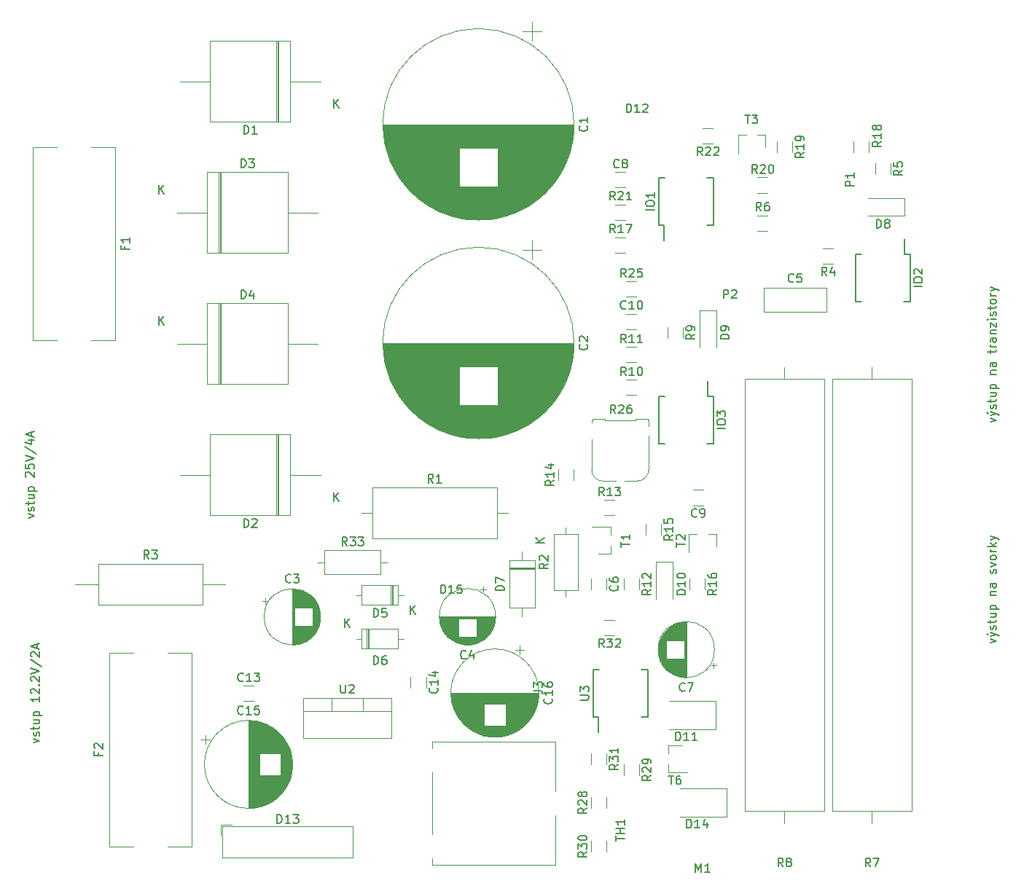
<source format=gbr>
G04 #@! TF.GenerationSoftware,KiCad,Pcbnew,(5.1.5)-3*
G04 #@! TF.CreationDate,2020-10-16T18:01:36+02:00*
G04 #@! TF.ProjectId,Laboratorn_ zdroj,4c61626f-7261-4746-9f72-6eed207a6472,rev?*
G04 #@! TF.SameCoordinates,Original*
G04 #@! TF.FileFunction,Legend,Top*
G04 #@! TF.FilePolarity,Positive*
%FSLAX46Y46*%
G04 Gerber Fmt 4.6, Leading zero omitted, Abs format (unit mm)*
G04 Created by KiCad (PCBNEW (5.1.5)-3) date 2020-10-16 18:01:36*
%MOMM*%
%LPD*%
G04 APERTURE LIST*
%ADD10C,0.120000*%
%ADD11C,0.150000*%
G04 APERTURE END LIST*
D10*
X124810000Y-97995000D02*
X124810000Y-103935000D01*
X124810000Y-103935000D02*
X139350000Y-103935000D01*
X139350000Y-103935000D02*
X139350000Y-97995000D01*
X139350000Y-97995000D02*
X124810000Y-97995000D01*
X123560000Y-100965000D02*
X124810000Y-100965000D01*
X140600000Y-100965000D02*
X139350000Y-100965000D01*
X119285000Y-105310000D02*
X119285000Y-108050000D01*
X119285000Y-108050000D02*
X125825000Y-108050000D01*
X125825000Y-108050000D02*
X125825000Y-105310000D01*
X125825000Y-105310000D02*
X119285000Y-105310000D01*
X118515000Y-106680000D02*
X119285000Y-106680000D01*
X126595000Y-106680000D02*
X125825000Y-106680000D01*
D11*
X150465000Y-124670000D02*
X151120000Y-124670000D01*
X150465000Y-119170000D02*
X151215000Y-119170000D01*
X156875000Y-119170000D02*
X156125000Y-119170000D01*
X156875000Y-124670000D02*
X156125000Y-124670000D01*
X150465000Y-124670000D02*
X150465000Y-119170000D01*
X156875000Y-124670000D02*
X156875000Y-119170000D01*
X151120000Y-124670000D02*
X151120000Y-126420000D01*
D10*
X172720000Y-136990000D02*
X172720000Y-135610000D01*
X172720000Y-83990000D02*
X172720000Y-85370000D01*
X177340000Y-135610000D02*
X177340000Y-85370000D01*
X168100000Y-135610000D02*
X177340000Y-135610000D01*
X168100000Y-85370000D02*
X168100000Y-135610000D01*
X177340000Y-85370000D02*
X168100000Y-85370000D01*
X143710000Y-106500000D02*
X140770000Y-106500000D01*
X140770000Y-106500000D02*
X140770000Y-111940000D01*
X140770000Y-111940000D02*
X143710000Y-111940000D01*
X143710000Y-111940000D02*
X143710000Y-106500000D01*
X142240000Y-105480000D02*
X142240000Y-106500000D01*
X142240000Y-112960000D02*
X142240000Y-111940000D01*
X143710000Y-107400000D02*
X140770000Y-107400000D01*
X143710000Y-107520000D02*
X140770000Y-107520000D01*
X143710000Y-107280000D02*
X140770000Y-107280000D01*
X146410000Y-97122064D02*
X146410000Y-95917936D01*
X148230000Y-97122064D02*
X148230000Y-95917936D01*
X116800000Y-122460000D02*
X127040000Y-122460000D01*
X116800000Y-127101000D02*
X127040000Y-127101000D01*
X116800000Y-122460000D02*
X116800000Y-127101000D01*
X127040000Y-122460000D02*
X127040000Y-127101000D01*
X116800000Y-123970000D02*
X127040000Y-123970000D01*
X120070000Y-122460000D02*
X120070000Y-123970000D01*
X123771000Y-122460000D02*
X123771000Y-123970000D01*
X151797936Y-99420000D02*
X153002064Y-99420000D01*
X151797936Y-101240000D02*
X153002064Y-101240000D01*
X156940000Y-90230000D02*
X156940000Y-90920000D01*
X156840000Y-90230000D02*
X156940000Y-90230000D01*
X150320000Y-90230000D02*
X150320000Y-90480000D01*
X150420000Y-90230000D02*
X150320000Y-90230000D01*
X150420000Y-90030000D02*
X150420000Y-90230000D01*
X151840000Y-90230000D02*
X151840000Y-90030000D01*
X156940000Y-95940000D02*
G75*
G02X155630000Y-97250000I-1310000J0D01*
G01*
X151630000Y-97250000D02*
G75*
G02X150320000Y-95940000I0J1310000D01*
G01*
X155630000Y-97250000D02*
X154140000Y-97250000D01*
X156940000Y-91960000D02*
X156940000Y-95940000D01*
X150320000Y-95940000D02*
X150320000Y-92400000D01*
X153120000Y-97250000D02*
X151630000Y-97250000D01*
X156840000Y-90030000D02*
X156840000Y-90230000D01*
X155420000Y-90030000D02*
X156840000Y-90030000D01*
X155420000Y-90230000D02*
X155420000Y-90030000D01*
X151840000Y-90230000D02*
X155420000Y-90230000D01*
X150420000Y-90030000D02*
X151840000Y-90030000D01*
X156570000Y-102267936D02*
X156570000Y-103472064D01*
X158390000Y-102267936D02*
X158390000Y-103472064D01*
D11*
X187355000Y-70910000D02*
X186700000Y-70910000D01*
X187355000Y-76410000D02*
X186605000Y-76410000D01*
X180945000Y-76410000D02*
X181695000Y-76410000D01*
X180945000Y-70910000D02*
X181695000Y-70910000D01*
X187355000Y-70910000D02*
X187355000Y-76410000D01*
X180945000Y-70910000D02*
X180945000Y-76410000D01*
X186700000Y-70910000D02*
X186700000Y-69160000D01*
D10*
X154272064Y-68940000D02*
X153067936Y-68940000D01*
X154272064Y-70760000D02*
X153067936Y-70760000D01*
X173630000Y-57817936D02*
X173630000Y-59022064D01*
X171810000Y-57817936D02*
X171810000Y-59022064D01*
X159260000Y-127960000D02*
X160720000Y-127960000D01*
X159260000Y-131120000D02*
X161420000Y-131120000D01*
X159260000Y-131120000D02*
X159260000Y-130190000D01*
X159260000Y-127960000D02*
X159260000Y-128890000D01*
X150220000Y-140302064D02*
X150220000Y-139097936D01*
X152040000Y-140302064D02*
X152040000Y-139097936D01*
X153002064Y-115210000D02*
X151797936Y-115210000D01*
X153002064Y-113390000D02*
X151797936Y-113390000D01*
X131825000Y-127580000D02*
X146065000Y-127580000D01*
X131825000Y-141820000D02*
X146065000Y-141820000D01*
X131825000Y-127580000D02*
X131825000Y-128274000D01*
X131825000Y-131126000D02*
X131825000Y-138275000D01*
X131825000Y-141125000D02*
X131825000Y-141820000D01*
X146065000Y-127580000D02*
X146065000Y-133275000D01*
X146065000Y-136125000D02*
X146065000Y-141820000D01*
X103860000Y-117200000D02*
X101060000Y-117200000D01*
X97060000Y-117200000D02*
X94260000Y-117200000D01*
X97060000Y-139700000D02*
X94260000Y-139700000D01*
X94260000Y-139700000D02*
X94260000Y-117200000D01*
X103860000Y-139700000D02*
X103860000Y-117200000D01*
X103860000Y-139700000D02*
X101060000Y-139700000D01*
X112364759Y-110876000D02*
X112364759Y-111506000D01*
X112049759Y-111191000D02*
X112679759Y-111191000D01*
X118791000Y-112628000D02*
X118791000Y-113432000D01*
X118751000Y-112397000D02*
X118751000Y-113663000D01*
X118711000Y-112228000D02*
X118711000Y-113832000D01*
X118671000Y-112090000D02*
X118671000Y-113970000D01*
X118631000Y-111971000D02*
X118631000Y-114089000D01*
X118591000Y-111865000D02*
X118591000Y-114195000D01*
X118551000Y-111768000D02*
X118551000Y-114292000D01*
X118511000Y-111680000D02*
X118511000Y-114380000D01*
X118471000Y-111598000D02*
X118471000Y-114462000D01*
X118431000Y-111521000D02*
X118431000Y-114539000D01*
X118391000Y-111449000D02*
X118391000Y-114611000D01*
X118351000Y-111380000D02*
X118351000Y-114680000D01*
X118311000Y-111316000D02*
X118311000Y-114744000D01*
X118271000Y-111254000D02*
X118271000Y-114806000D01*
X118231000Y-111196000D02*
X118231000Y-114864000D01*
X118191000Y-111140000D02*
X118191000Y-114920000D01*
X118151000Y-111086000D02*
X118151000Y-114974000D01*
X118111000Y-111035000D02*
X118111000Y-115025000D01*
X118071000Y-110986000D02*
X118071000Y-115074000D01*
X118031000Y-110938000D02*
X118031000Y-115122000D01*
X117991000Y-110893000D02*
X117991000Y-115167000D01*
X117951000Y-110848000D02*
X117951000Y-115212000D01*
X117911000Y-110806000D02*
X117911000Y-115254000D01*
X117871000Y-110765000D02*
X117871000Y-115295000D01*
X117831000Y-114070000D02*
X117831000Y-115335000D01*
X117831000Y-110725000D02*
X117831000Y-111990000D01*
X117791000Y-114070000D02*
X117791000Y-115373000D01*
X117791000Y-110687000D02*
X117791000Y-111990000D01*
X117751000Y-114070000D02*
X117751000Y-115410000D01*
X117751000Y-110650000D02*
X117751000Y-111990000D01*
X117711000Y-114070000D02*
X117711000Y-115446000D01*
X117711000Y-110614000D02*
X117711000Y-111990000D01*
X117671000Y-114070000D02*
X117671000Y-115480000D01*
X117671000Y-110580000D02*
X117671000Y-111990000D01*
X117631000Y-114070000D02*
X117631000Y-115514000D01*
X117631000Y-110546000D02*
X117631000Y-111990000D01*
X117591000Y-114070000D02*
X117591000Y-115546000D01*
X117591000Y-110514000D02*
X117591000Y-111990000D01*
X117551000Y-114070000D02*
X117551000Y-115578000D01*
X117551000Y-110482000D02*
X117551000Y-111990000D01*
X117511000Y-114070000D02*
X117511000Y-115608000D01*
X117511000Y-110452000D02*
X117511000Y-111990000D01*
X117471000Y-114070000D02*
X117471000Y-115637000D01*
X117471000Y-110423000D02*
X117471000Y-111990000D01*
X117431000Y-114070000D02*
X117431000Y-115666000D01*
X117431000Y-110394000D02*
X117431000Y-111990000D01*
X117391000Y-114070000D02*
X117391000Y-115694000D01*
X117391000Y-110366000D02*
X117391000Y-111990000D01*
X117351000Y-114070000D02*
X117351000Y-115720000D01*
X117351000Y-110340000D02*
X117351000Y-111990000D01*
X117311000Y-114070000D02*
X117311000Y-115746000D01*
X117311000Y-110314000D02*
X117311000Y-111990000D01*
X117271000Y-114070000D02*
X117271000Y-115772000D01*
X117271000Y-110288000D02*
X117271000Y-111990000D01*
X117231000Y-114070000D02*
X117231000Y-115796000D01*
X117231000Y-110264000D02*
X117231000Y-111990000D01*
X117191000Y-114070000D02*
X117191000Y-115820000D01*
X117191000Y-110240000D02*
X117191000Y-111990000D01*
X117151000Y-114070000D02*
X117151000Y-115842000D01*
X117151000Y-110218000D02*
X117151000Y-111990000D01*
X117111000Y-114070000D02*
X117111000Y-115864000D01*
X117111000Y-110196000D02*
X117111000Y-111990000D01*
X117071000Y-114070000D02*
X117071000Y-115886000D01*
X117071000Y-110174000D02*
X117071000Y-111990000D01*
X117031000Y-114070000D02*
X117031000Y-115906000D01*
X117031000Y-110154000D02*
X117031000Y-111990000D01*
X116991000Y-114070000D02*
X116991000Y-115926000D01*
X116991000Y-110134000D02*
X116991000Y-111990000D01*
X116951000Y-114070000D02*
X116951000Y-115946000D01*
X116951000Y-110114000D02*
X116951000Y-111990000D01*
X116911000Y-114070000D02*
X116911000Y-115964000D01*
X116911000Y-110096000D02*
X116911000Y-111990000D01*
X116871000Y-114070000D02*
X116871000Y-115982000D01*
X116871000Y-110078000D02*
X116871000Y-111990000D01*
X116831000Y-114070000D02*
X116831000Y-116000000D01*
X116831000Y-110060000D02*
X116831000Y-111990000D01*
X116791000Y-114070000D02*
X116791000Y-116016000D01*
X116791000Y-110044000D02*
X116791000Y-111990000D01*
X116751000Y-114070000D02*
X116751000Y-116032000D01*
X116751000Y-110028000D02*
X116751000Y-111990000D01*
X116711000Y-114070000D02*
X116711000Y-116048000D01*
X116711000Y-110012000D02*
X116711000Y-111990000D01*
X116671000Y-114070000D02*
X116671000Y-116063000D01*
X116671000Y-109997000D02*
X116671000Y-111990000D01*
X116631000Y-114070000D02*
X116631000Y-116077000D01*
X116631000Y-109983000D02*
X116631000Y-111990000D01*
X116591000Y-114070000D02*
X116591000Y-116091000D01*
X116591000Y-109969000D02*
X116591000Y-111990000D01*
X116551000Y-114070000D02*
X116551000Y-116104000D01*
X116551000Y-109956000D02*
X116551000Y-111990000D01*
X116511000Y-114070000D02*
X116511000Y-116116000D01*
X116511000Y-109944000D02*
X116511000Y-111990000D01*
X116471000Y-114070000D02*
X116471000Y-116128000D01*
X116471000Y-109932000D02*
X116471000Y-111990000D01*
X116431000Y-114070000D02*
X116431000Y-116140000D01*
X116431000Y-109920000D02*
X116431000Y-111990000D01*
X116391000Y-114070000D02*
X116391000Y-116151000D01*
X116391000Y-109909000D02*
X116391000Y-111990000D01*
X116351000Y-114070000D02*
X116351000Y-116161000D01*
X116351000Y-109899000D02*
X116351000Y-111990000D01*
X116311000Y-114070000D02*
X116311000Y-116171000D01*
X116311000Y-109889000D02*
X116311000Y-111990000D01*
X116271000Y-114070000D02*
X116271000Y-116180000D01*
X116271000Y-109880000D02*
X116271000Y-111990000D01*
X116230000Y-114070000D02*
X116230000Y-116189000D01*
X116230000Y-109871000D02*
X116230000Y-111990000D01*
X116190000Y-114070000D02*
X116190000Y-116197000D01*
X116190000Y-109863000D02*
X116190000Y-111990000D01*
X116150000Y-114070000D02*
X116150000Y-116205000D01*
X116150000Y-109855000D02*
X116150000Y-111990000D01*
X116110000Y-114070000D02*
X116110000Y-116212000D01*
X116110000Y-109848000D02*
X116110000Y-111990000D01*
X116070000Y-114070000D02*
X116070000Y-116219000D01*
X116070000Y-109841000D02*
X116070000Y-111990000D01*
X116030000Y-114070000D02*
X116030000Y-116225000D01*
X116030000Y-109835000D02*
X116030000Y-111990000D01*
X115990000Y-114070000D02*
X115990000Y-116231000D01*
X115990000Y-109829000D02*
X115990000Y-111990000D01*
X115950000Y-114070000D02*
X115950000Y-116236000D01*
X115950000Y-109824000D02*
X115950000Y-111990000D01*
X115910000Y-114070000D02*
X115910000Y-116241000D01*
X115910000Y-109819000D02*
X115910000Y-111990000D01*
X115870000Y-114070000D02*
X115870000Y-116245000D01*
X115870000Y-109815000D02*
X115870000Y-111990000D01*
X115830000Y-114070000D02*
X115830000Y-116248000D01*
X115830000Y-109812000D02*
X115830000Y-111990000D01*
X115790000Y-114070000D02*
X115790000Y-116252000D01*
X115790000Y-109808000D02*
X115790000Y-111990000D01*
X115750000Y-109806000D02*
X115750000Y-116254000D01*
X115710000Y-109803000D02*
X115710000Y-116257000D01*
X115670000Y-109802000D02*
X115670000Y-116258000D01*
X115630000Y-109800000D02*
X115630000Y-116260000D01*
X115590000Y-109800000D02*
X115590000Y-116260000D01*
X115550000Y-109800000D02*
X115550000Y-116260000D01*
X118820000Y-113030000D02*
G75*
G03X118820000Y-113030000I-3270000J0D01*
G01*
X148280000Y-55800000D02*
G75*
G03X148280000Y-55800000I-11120000J0D01*
G01*
X148241000Y-55800000D02*
X126079000Y-55800000D01*
X148240000Y-55840000D02*
X126080000Y-55840000D01*
X148240000Y-55880000D02*
X126080000Y-55880000D01*
X148240000Y-55920000D02*
X126080000Y-55920000D01*
X148239000Y-55960000D02*
X126081000Y-55960000D01*
X148239000Y-56000000D02*
X126081000Y-56000000D01*
X148238000Y-56040000D02*
X126082000Y-56040000D01*
X148237000Y-56080000D02*
X126083000Y-56080000D01*
X148236000Y-56120000D02*
X126084000Y-56120000D01*
X148235000Y-56160000D02*
X126085000Y-56160000D01*
X148233000Y-56200000D02*
X126087000Y-56200000D01*
X148232000Y-56240000D02*
X126088000Y-56240000D01*
X148230000Y-56280000D02*
X126090000Y-56280000D01*
X148228000Y-56320000D02*
X126092000Y-56320000D01*
X148226000Y-56360000D02*
X126094000Y-56360000D01*
X148224000Y-56400000D02*
X126096000Y-56400000D01*
X148222000Y-56440000D02*
X126098000Y-56440000D01*
X148220000Y-56480000D02*
X126100000Y-56480000D01*
X148217000Y-56521000D02*
X126103000Y-56521000D01*
X148214000Y-56561000D02*
X126106000Y-56561000D01*
X148212000Y-56601000D02*
X126108000Y-56601000D01*
X148209000Y-56641000D02*
X126111000Y-56641000D01*
X148206000Y-56681000D02*
X126114000Y-56681000D01*
X148202000Y-56721000D02*
X126118000Y-56721000D01*
X148199000Y-56761000D02*
X126121000Y-56761000D01*
X148195000Y-56801000D02*
X126125000Y-56801000D01*
X148192000Y-56841000D02*
X126128000Y-56841000D01*
X148188000Y-56881000D02*
X126132000Y-56881000D01*
X148184000Y-56921000D02*
X126136000Y-56921000D01*
X148180000Y-56961000D02*
X126140000Y-56961000D01*
X148176000Y-57001000D02*
X126144000Y-57001000D01*
X148171000Y-57041000D02*
X126149000Y-57041000D01*
X148167000Y-57081000D02*
X126153000Y-57081000D01*
X148162000Y-57121000D02*
X126158000Y-57121000D01*
X148157000Y-57161000D02*
X126163000Y-57161000D01*
X148152000Y-57201000D02*
X126168000Y-57201000D01*
X148147000Y-57241000D02*
X126173000Y-57241000D01*
X148142000Y-57281000D02*
X126178000Y-57281000D01*
X148136000Y-57321000D02*
X126184000Y-57321000D01*
X148131000Y-57361000D02*
X126189000Y-57361000D01*
X148125000Y-57401000D02*
X126195000Y-57401000D01*
X148119000Y-57441000D02*
X126201000Y-57441000D01*
X148113000Y-57481000D02*
X126207000Y-57481000D01*
X148107000Y-57521000D02*
X126213000Y-57521000D01*
X148100000Y-57561000D02*
X126220000Y-57561000D01*
X148094000Y-57601000D02*
X126226000Y-57601000D01*
X148087000Y-57641000D02*
X126233000Y-57641000D01*
X148080000Y-57681000D02*
X126240000Y-57681000D01*
X148073000Y-57721000D02*
X126247000Y-57721000D01*
X148066000Y-57761000D02*
X126254000Y-57761000D01*
X148059000Y-57801000D02*
X126261000Y-57801000D01*
X148052000Y-57841000D02*
X126268000Y-57841000D01*
X148044000Y-57881000D02*
X126276000Y-57881000D01*
X148037000Y-57921000D02*
X126283000Y-57921000D01*
X148029000Y-57961000D02*
X126291000Y-57961000D01*
X148021000Y-58001000D02*
X126299000Y-58001000D01*
X148013000Y-58041000D02*
X126307000Y-58041000D01*
X148004000Y-58081000D02*
X126316000Y-58081000D01*
X147996000Y-58121000D02*
X126324000Y-58121000D01*
X147987000Y-58161000D02*
X126333000Y-58161000D01*
X147978000Y-58201000D02*
X126342000Y-58201000D01*
X147969000Y-58241000D02*
X126351000Y-58241000D01*
X147960000Y-58281000D02*
X126360000Y-58281000D01*
X147951000Y-58321000D02*
X126369000Y-58321000D01*
X147942000Y-58361000D02*
X126378000Y-58361000D01*
X147932000Y-58401000D02*
X126388000Y-58401000D01*
X147923000Y-58441000D02*
X126397000Y-58441000D01*
X147913000Y-58481000D02*
X126407000Y-58481000D01*
X147903000Y-58521000D02*
X126417000Y-58521000D01*
X147893000Y-58561000D02*
X139400000Y-58561000D01*
X134920000Y-58561000D02*
X126427000Y-58561000D01*
X147882000Y-58601000D02*
X139400000Y-58601000D01*
X134920000Y-58601000D02*
X126438000Y-58601000D01*
X147872000Y-58641000D02*
X139400000Y-58641000D01*
X134920000Y-58641000D02*
X126448000Y-58641000D01*
X147861000Y-58681000D02*
X139400000Y-58681000D01*
X134920000Y-58681000D02*
X126459000Y-58681000D01*
X147850000Y-58721000D02*
X139400000Y-58721000D01*
X134920000Y-58721000D02*
X126470000Y-58721000D01*
X147839000Y-58761000D02*
X139400000Y-58761000D01*
X134920000Y-58761000D02*
X126481000Y-58761000D01*
X147828000Y-58801000D02*
X139400000Y-58801000D01*
X134920000Y-58801000D02*
X126492000Y-58801000D01*
X147817000Y-58841000D02*
X139400000Y-58841000D01*
X134920000Y-58841000D02*
X126503000Y-58841000D01*
X147805000Y-58881000D02*
X139400000Y-58881000D01*
X134920000Y-58881000D02*
X126515000Y-58881000D01*
X147794000Y-58921000D02*
X139400000Y-58921000D01*
X134920000Y-58921000D02*
X126526000Y-58921000D01*
X147782000Y-58961000D02*
X139400000Y-58961000D01*
X134920000Y-58961000D02*
X126538000Y-58961000D01*
X147770000Y-59001000D02*
X139400000Y-59001000D01*
X134920000Y-59001000D02*
X126550000Y-59001000D01*
X147758000Y-59041000D02*
X139400000Y-59041000D01*
X134920000Y-59041000D02*
X126562000Y-59041000D01*
X147746000Y-59081000D02*
X139400000Y-59081000D01*
X134920000Y-59081000D02*
X126574000Y-59081000D01*
X147733000Y-59121000D02*
X139400000Y-59121000D01*
X134920000Y-59121000D02*
X126587000Y-59121000D01*
X147721000Y-59161000D02*
X139400000Y-59161000D01*
X134920000Y-59161000D02*
X126599000Y-59161000D01*
X147708000Y-59201000D02*
X139400000Y-59201000D01*
X134920000Y-59201000D02*
X126612000Y-59201000D01*
X147695000Y-59241000D02*
X139400000Y-59241000D01*
X134920000Y-59241000D02*
X126625000Y-59241000D01*
X147682000Y-59281000D02*
X139400000Y-59281000D01*
X134920000Y-59281000D02*
X126638000Y-59281000D01*
X147669000Y-59321000D02*
X139400000Y-59321000D01*
X134920000Y-59321000D02*
X126651000Y-59321000D01*
X147655000Y-59361000D02*
X139400000Y-59361000D01*
X134920000Y-59361000D02*
X126665000Y-59361000D01*
X147642000Y-59401000D02*
X139400000Y-59401000D01*
X134920000Y-59401000D02*
X126678000Y-59401000D01*
X147628000Y-59441000D02*
X139400000Y-59441000D01*
X134920000Y-59441000D02*
X126692000Y-59441000D01*
X147614000Y-59481000D02*
X139400000Y-59481000D01*
X134920000Y-59481000D02*
X126706000Y-59481000D01*
X147600000Y-59521000D02*
X139400000Y-59521000D01*
X134920000Y-59521000D02*
X126720000Y-59521000D01*
X147586000Y-59561000D02*
X139400000Y-59561000D01*
X134920000Y-59561000D02*
X126734000Y-59561000D01*
X147571000Y-59601000D02*
X139400000Y-59601000D01*
X134920000Y-59601000D02*
X126749000Y-59601000D01*
X147556000Y-59641000D02*
X139400000Y-59641000D01*
X134920000Y-59641000D02*
X126764000Y-59641000D01*
X147542000Y-59681000D02*
X139400000Y-59681000D01*
X134920000Y-59681000D02*
X126778000Y-59681000D01*
X147527000Y-59721000D02*
X139400000Y-59721000D01*
X134920000Y-59721000D02*
X126793000Y-59721000D01*
X147511000Y-59761000D02*
X139400000Y-59761000D01*
X134920000Y-59761000D02*
X126809000Y-59761000D01*
X147496000Y-59801000D02*
X139400000Y-59801000D01*
X134920000Y-59801000D02*
X126824000Y-59801000D01*
X147481000Y-59841000D02*
X139400000Y-59841000D01*
X134920000Y-59841000D02*
X126839000Y-59841000D01*
X147465000Y-59881000D02*
X139400000Y-59881000D01*
X134920000Y-59881000D02*
X126855000Y-59881000D01*
X147449000Y-59921000D02*
X139400000Y-59921000D01*
X134920000Y-59921000D02*
X126871000Y-59921000D01*
X147433000Y-59961000D02*
X139400000Y-59961000D01*
X134920000Y-59961000D02*
X126887000Y-59961000D01*
X147417000Y-60001000D02*
X139400000Y-60001000D01*
X134920000Y-60001000D02*
X126903000Y-60001000D01*
X147400000Y-60041000D02*
X139400000Y-60041000D01*
X134920000Y-60041000D02*
X126920000Y-60041000D01*
X147384000Y-60081000D02*
X139400000Y-60081000D01*
X134920000Y-60081000D02*
X126936000Y-60081000D01*
X147367000Y-60121000D02*
X139400000Y-60121000D01*
X134920000Y-60121000D02*
X126953000Y-60121000D01*
X147350000Y-60161000D02*
X139400000Y-60161000D01*
X134920000Y-60161000D02*
X126970000Y-60161000D01*
X147333000Y-60201000D02*
X139400000Y-60201000D01*
X134920000Y-60201000D02*
X126987000Y-60201000D01*
X147316000Y-60241000D02*
X139400000Y-60241000D01*
X134920000Y-60241000D02*
X127004000Y-60241000D01*
X147298000Y-60281000D02*
X139400000Y-60281000D01*
X134920000Y-60281000D02*
X127022000Y-60281000D01*
X147280000Y-60321000D02*
X139400000Y-60321000D01*
X134920000Y-60321000D02*
X127040000Y-60321000D01*
X147263000Y-60361000D02*
X139400000Y-60361000D01*
X134920000Y-60361000D02*
X127057000Y-60361000D01*
X147244000Y-60401000D02*
X139400000Y-60401000D01*
X134920000Y-60401000D02*
X127076000Y-60401000D01*
X147226000Y-60441000D02*
X139400000Y-60441000D01*
X134920000Y-60441000D02*
X127094000Y-60441000D01*
X147208000Y-60481000D02*
X139400000Y-60481000D01*
X134920000Y-60481000D02*
X127112000Y-60481000D01*
X147189000Y-60521000D02*
X139400000Y-60521000D01*
X134920000Y-60521000D02*
X127131000Y-60521000D01*
X147170000Y-60561000D02*
X139400000Y-60561000D01*
X134920000Y-60561000D02*
X127150000Y-60561000D01*
X147151000Y-60601000D02*
X139400000Y-60601000D01*
X134920000Y-60601000D02*
X127169000Y-60601000D01*
X147132000Y-60641000D02*
X139400000Y-60641000D01*
X134920000Y-60641000D02*
X127188000Y-60641000D01*
X147112000Y-60681000D02*
X139400000Y-60681000D01*
X134920000Y-60681000D02*
X127208000Y-60681000D01*
X147093000Y-60721000D02*
X139400000Y-60721000D01*
X134920000Y-60721000D02*
X127227000Y-60721000D01*
X147073000Y-60761000D02*
X139400000Y-60761000D01*
X134920000Y-60761000D02*
X127247000Y-60761000D01*
X147053000Y-60801000D02*
X139400000Y-60801000D01*
X134920000Y-60801000D02*
X127267000Y-60801000D01*
X147033000Y-60841000D02*
X139400000Y-60841000D01*
X134920000Y-60841000D02*
X127287000Y-60841000D01*
X147012000Y-60881000D02*
X139400000Y-60881000D01*
X134920000Y-60881000D02*
X127308000Y-60881000D01*
X146992000Y-60921000D02*
X139400000Y-60921000D01*
X134920000Y-60921000D02*
X127328000Y-60921000D01*
X146971000Y-60961000D02*
X139400000Y-60961000D01*
X134920000Y-60961000D02*
X127349000Y-60961000D01*
X146950000Y-61001000D02*
X139400000Y-61001000D01*
X134920000Y-61001000D02*
X127370000Y-61001000D01*
X146928000Y-61041000D02*
X139400000Y-61041000D01*
X134920000Y-61041000D02*
X127392000Y-61041000D01*
X146907000Y-61081000D02*
X139400000Y-61081000D01*
X134920000Y-61081000D02*
X127413000Y-61081000D01*
X146885000Y-61121000D02*
X139400000Y-61121000D01*
X134920000Y-61121000D02*
X127435000Y-61121000D01*
X146863000Y-61161000D02*
X139400000Y-61161000D01*
X134920000Y-61161000D02*
X127457000Y-61161000D01*
X146841000Y-61201000D02*
X139400000Y-61201000D01*
X134920000Y-61201000D02*
X127479000Y-61201000D01*
X146819000Y-61241000D02*
X139400000Y-61241000D01*
X134920000Y-61241000D02*
X127501000Y-61241000D01*
X146796000Y-61281000D02*
X139400000Y-61281000D01*
X134920000Y-61281000D02*
X127524000Y-61281000D01*
X146774000Y-61321000D02*
X139400000Y-61321000D01*
X134920000Y-61321000D02*
X127546000Y-61321000D01*
X146751000Y-61361000D02*
X139400000Y-61361000D01*
X134920000Y-61361000D02*
X127569000Y-61361000D01*
X146727000Y-61401000D02*
X139400000Y-61401000D01*
X134920000Y-61401000D02*
X127593000Y-61401000D01*
X146704000Y-61441000D02*
X139400000Y-61441000D01*
X134920000Y-61441000D02*
X127616000Y-61441000D01*
X146680000Y-61481000D02*
X139400000Y-61481000D01*
X134920000Y-61481000D02*
X127640000Y-61481000D01*
X146657000Y-61521000D02*
X139400000Y-61521000D01*
X134920000Y-61521000D02*
X127663000Y-61521000D01*
X146632000Y-61561000D02*
X139400000Y-61561000D01*
X134920000Y-61561000D02*
X127688000Y-61561000D01*
X146608000Y-61601000D02*
X139400000Y-61601000D01*
X134920000Y-61601000D02*
X127712000Y-61601000D01*
X146584000Y-61641000D02*
X139400000Y-61641000D01*
X134920000Y-61641000D02*
X127736000Y-61641000D01*
X146559000Y-61681000D02*
X139400000Y-61681000D01*
X134920000Y-61681000D02*
X127761000Y-61681000D01*
X146534000Y-61721000D02*
X139400000Y-61721000D01*
X134920000Y-61721000D02*
X127786000Y-61721000D01*
X146508000Y-61761000D02*
X139400000Y-61761000D01*
X134920000Y-61761000D02*
X127812000Y-61761000D01*
X146483000Y-61801000D02*
X139400000Y-61801000D01*
X134920000Y-61801000D02*
X127837000Y-61801000D01*
X146457000Y-61841000D02*
X139400000Y-61841000D01*
X134920000Y-61841000D02*
X127863000Y-61841000D01*
X146431000Y-61881000D02*
X139400000Y-61881000D01*
X134920000Y-61881000D02*
X127889000Y-61881000D01*
X146405000Y-61921000D02*
X139400000Y-61921000D01*
X134920000Y-61921000D02*
X127915000Y-61921000D01*
X146378000Y-61961000D02*
X139400000Y-61961000D01*
X134920000Y-61961000D02*
X127942000Y-61961000D01*
X146352000Y-62001000D02*
X139400000Y-62001000D01*
X134920000Y-62001000D02*
X127968000Y-62001000D01*
X146325000Y-62041000D02*
X139400000Y-62041000D01*
X134920000Y-62041000D02*
X127995000Y-62041000D01*
X146297000Y-62081000D02*
X139400000Y-62081000D01*
X134920000Y-62081000D02*
X128023000Y-62081000D01*
X146270000Y-62121000D02*
X139400000Y-62121000D01*
X134920000Y-62121000D02*
X128050000Y-62121000D01*
X146242000Y-62161000D02*
X139400000Y-62161000D01*
X134920000Y-62161000D02*
X128078000Y-62161000D01*
X146214000Y-62201000D02*
X139400000Y-62201000D01*
X134920000Y-62201000D02*
X128106000Y-62201000D01*
X146186000Y-62241000D02*
X139400000Y-62241000D01*
X134920000Y-62241000D02*
X128134000Y-62241000D01*
X146157000Y-62281000D02*
X139400000Y-62281000D01*
X134920000Y-62281000D02*
X128163000Y-62281000D01*
X146128000Y-62321000D02*
X139400000Y-62321000D01*
X134920000Y-62321000D02*
X128192000Y-62321000D01*
X146099000Y-62361000D02*
X139400000Y-62361000D01*
X134920000Y-62361000D02*
X128221000Y-62361000D01*
X146070000Y-62401000D02*
X139400000Y-62401000D01*
X134920000Y-62401000D02*
X128250000Y-62401000D01*
X146040000Y-62441000D02*
X139400000Y-62441000D01*
X134920000Y-62441000D02*
X128280000Y-62441000D01*
X146010000Y-62481000D02*
X139400000Y-62481000D01*
X134920000Y-62481000D02*
X128310000Y-62481000D01*
X145980000Y-62521000D02*
X139400000Y-62521000D01*
X134920000Y-62521000D02*
X128340000Y-62521000D01*
X145950000Y-62561000D02*
X139400000Y-62561000D01*
X134920000Y-62561000D02*
X128370000Y-62561000D01*
X145919000Y-62601000D02*
X139400000Y-62601000D01*
X134920000Y-62601000D02*
X128401000Y-62601000D01*
X145888000Y-62641000D02*
X139400000Y-62641000D01*
X134920000Y-62641000D02*
X128432000Y-62641000D01*
X145857000Y-62681000D02*
X139400000Y-62681000D01*
X134920000Y-62681000D02*
X128463000Y-62681000D01*
X145825000Y-62721000D02*
X139400000Y-62721000D01*
X134920000Y-62721000D02*
X128495000Y-62721000D01*
X145793000Y-62761000D02*
X139400000Y-62761000D01*
X134920000Y-62761000D02*
X128527000Y-62761000D01*
X145761000Y-62801000D02*
X139400000Y-62801000D01*
X134920000Y-62801000D02*
X128559000Y-62801000D01*
X145728000Y-62841000D02*
X139400000Y-62841000D01*
X134920000Y-62841000D02*
X128592000Y-62841000D01*
X145695000Y-62881000D02*
X139400000Y-62881000D01*
X134920000Y-62881000D02*
X128625000Y-62881000D01*
X145662000Y-62921000D02*
X139400000Y-62921000D01*
X134920000Y-62921000D02*
X128658000Y-62921000D01*
X145629000Y-62961000D02*
X139400000Y-62961000D01*
X134920000Y-62961000D02*
X128691000Y-62961000D01*
X145595000Y-63001000D02*
X139400000Y-63001000D01*
X134920000Y-63001000D02*
X128725000Y-63001000D01*
X145561000Y-63041000D02*
X128759000Y-63041000D01*
X145526000Y-63081000D02*
X128794000Y-63081000D01*
X145491000Y-63121000D02*
X128829000Y-63121000D01*
X145456000Y-63161000D02*
X128864000Y-63161000D01*
X145421000Y-63201000D02*
X128899000Y-63201000D01*
X145385000Y-63241000D02*
X128935000Y-63241000D01*
X145349000Y-63281000D02*
X128971000Y-63281000D01*
X145312000Y-63321000D02*
X129008000Y-63321000D01*
X145275000Y-63361000D02*
X129045000Y-63361000D01*
X145238000Y-63401000D02*
X129082000Y-63401000D01*
X145200000Y-63441000D02*
X129120000Y-63441000D01*
X145162000Y-63481000D02*
X129158000Y-63481000D01*
X145124000Y-63521000D02*
X129196000Y-63521000D01*
X145085000Y-63561000D02*
X129235000Y-63561000D01*
X145046000Y-63601000D02*
X129274000Y-63601000D01*
X145006000Y-63641000D02*
X129314000Y-63641000D01*
X144967000Y-63681000D02*
X129353000Y-63681000D01*
X144926000Y-63721000D02*
X129394000Y-63721000D01*
X144885000Y-63761000D02*
X129435000Y-63761000D01*
X144844000Y-63801000D02*
X129476000Y-63801000D01*
X144802000Y-63841000D02*
X129518000Y-63841000D01*
X144760000Y-63881000D02*
X129560000Y-63881000D01*
X144718000Y-63921000D02*
X129602000Y-63921000D01*
X144675000Y-63961000D02*
X129645000Y-63961000D01*
X144631000Y-64000000D02*
X129689000Y-64000000D01*
X144588000Y-64040000D02*
X129732000Y-64040000D01*
X144543000Y-64080000D02*
X129777000Y-64080000D01*
X144498000Y-64120000D02*
X129822000Y-64120000D01*
X144453000Y-64160000D02*
X129867000Y-64160000D01*
X144407000Y-64200000D02*
X129913000Y-64200000D01*
X144361000Y-64240000D02*
X129959000Y-64240000D01*
X144314000Y-64280000D02*
X130006000Y-64280000D01*
X144266000Y-64320000D02*
X130054000Y-64320000D01*
X144218000Y-64360000D02*
X130102000Y-64360000D01*
X144170000Y-64400000D02*
X130150000Y-64400000D01*
X144121000Y-64440000D02*
X130199000Y-64440000D01*
X144071000Y-64480000D02*
X130249000Y-64480000D01*
X144021000Y-64520000D02*
X130299000Y-64520000D01*
X143970000Y-64560000D02*
X130350000Y-64560000D01*
X143919000Y-64600000D02*
X130401000Y-64600000D01*
X143867000Y-64640000D02*
X130453000Y-64640000D01*
X143814000Y-64680000D02*
X130506000Y-64680000D01*
X143760000Y-64720000D02*
X130560000Y-64720000D01*
X143706000Y-64760000D02*
X130614000Y-64760000D01*
X143652000Y-64800000D02*
X130668000Y-64800000D01*
X143596000Y-64840000D02*
X130724000Y-64840000D01*
X143540000Y-64880000D02*
X130780000Y-64880000D01*
X143483000Y-64920000D02*
X130837000Y-64920000D01*
X143425000Y-64960000D02*
X130895000Y-64960000D01*
X143367000Y-65000000D02*
X130953000Y-65000000D01*
X143307000Y-65040000D02*
X131013000Y-65040000D01*
X143247000Y-65080000D02*
X131073000Y-65080000D01*
X143186000Y-65120000D02*
X131134000Y-65120000D01*
X143124000Y-65160000D02*
X131196000Y-65160000D01*
X143061000Y-65200000D02*
X131259000Y-65200000D01*
X142998000Y-65240000D02*
X131322000Y-65240000D01*
X142933000Y-65280000D02*
X131387000Y-65280000D01*
X142867000Y-65320000D02*
X131453000Y-65320000D01*
X142800000Y-65360000D02*
X131520000Y-65360000D01*
X142732000Y-65400000D02*
X131588000Y-65400000D01*
X142663000Y-65440000D02*
X131657000Y-65440000D01*
X142593000Y-65480000D02*
X131727000Y-65480000D01*
X142522000Y-65520000D02*
X131798000Y-65520000D01*
X142449000Y-65560000D02*
X131871000Y-65560000D01*
X142375000Y-65600000D02*
X131945000Y-65600000D01*
X142300000Y-65640000D02*
X132020000Y-65640000D01*
X142223000Y-65680000D02*
X132097000Y-65680000D01*
X142145000Y-65720000D02*
X132175000Y-65720000D01*
X142065000Y-65760000D02*
X132255000Y-65760000D01*
X141984000Y-65800000D02*
X132336000Y-65800000D01*
X141901000Y-65840000D02*
X132419000Y-65840000D01*
X141816000Y-65880000D02*
X132504000Y-65880000D01*
X141729000Y-65920000D02*
X132591000Y-65920000D01*
X141640000Y-65960000D02*
X132680000Y-65960000D01*
X141549000Y-66000000D02*
X132771000Y-66000000D01*
X141456000Y-66040000D02*
X132864000Y-66040000D01*
X141360000Y-66080000D02*
X132960000Y-66080000D01*
X141262000Y-66120000D02*
X133058000Y-66120000D01*
X141161000Y-66160000D02*
X133159000Y-66160000D01*
X141057000Y-66200000D02*
X133263000Y-66200000D01*
X140949000Y-66240000D02*
X133371000Y-66240000D01*
X140839000Y-66280000D02*
X133481000Y-66280000D01*
X140724000Y-66320000D02*
X133596000Y-66320000D01*
X140605000Y-66360000D02*
X133715000Y-66360000D01*
X140481000Y-66400000D02*
X133839000Y-66400000D01*
X140352000Y-66440000D02*
X133968000Y-66440000D01*
X140218000Y-66480000D02*
X134102000Y-66480000D01*
X140076000Y-66520000D02*
X134244000Y-66520000D01*
X139927000Y-66560000D02*
X134393000Y-66560000D01*
X139769000Y-66600000D02*
X134551000Y-66600000D01*
X139600000Y-66640000D02*
X134720000Y-66640000D01*
X139418000Y-66680000D02*
X134902000Y-66680000D01*
X139220000Y-66720000D02*
X135100000Y-66720000D01*
X139000000Y-66760000D02*
X135320000Y-66760000D01*
X138750000Y-66800000D02*
X135570000Y-66800000D01*
X138452000Y-66840000D02*
X135868000Y-66840000D01*
X138063000Y-66880000D02*
X136257000Y-66880000D01*
X137200000Y-66920000D02*
X137120000Y-66920000D01*
X143395000Y-43900663D02*
X143395000Y-46100663D01*
X144495000Y-45000663D02*
X142295000Y-45000663D01*
X144495000Y-70400663D02*
X142295000Y-70400663D01*
X143395000Y-69300663D02*
X143395000Y-71500663D01*
X137200000Y-92320000D02*
X137120000Y-92320000D01*
X138063000Y-92280000D02*
X136257000Y-92280000D01*
X138452000Y-92240000D02*
X135868000Y-92240000D01*
X138750000Y-92200000D02*
X135570000Y-92200000D01*
X139000000Y-92160000D02*
X135320000Y-92160000D01*
X139220000Y-92120000D02*
X135100000Y-92120000D01*
X139418000Y-92080000D02*
X134902000Y-92080000D01*
X139600000Y-92040000D02*
X134720000Y-92040000D01*
X139769000Y-92000000D02*
X134551000Y-92000000D01*
X139927000Y-91960000D02*
X134393000Y-91960000D01*
X140076000Y-91920000D02*
X134244000Y-91920000D01*
X140218000Y-91880000D02*
X134102000Y-91880000D01*
X140352000Y-91840000D02*
X133968000Y-91840000D01*
X140481000Y-91800000D02*
X133839000Y-91800000D01*
X140605000Y-91760000D02*
X133715000Y-91760000D01*
X140724000Y-91720000D02*
X133596000Y-91720000D01*
X140839000Y-91680000D02*
X133481000Y-91680000D01*
X140949000Y-91640000D02*
X133371000Y-91640000D01*
X141057000Y-91600000D02*
X133263000Y-91600000D01*
X141161000Y-91560000D02*
X133159000Y-91560000D01*
X141262000Y-91520000D02*
X133058000Y-91520000D01*
X141360000Y-91480000D02*
X132960000Y-91480000D01*
X141456000Y-91440000D02*
X132864000Y-91440000D01*
X141549000Y-91400000D02*
X132771000Y-91400000D01*
X141640000Y-91360000D02*
X132680000Y-91360000D01*
X141729000Y-91320000D02*
X132591000Y-91320000D01*
X141816000Y-91280000D02*
X132504000Y-91280000D01*
X141901000Y-91240000D02*
X132419000Y-91240000D01*
X141984000Y-91200000D02*
X132336000Y-91200000D01*
X142065000Y-91160000D02*
X132255000Y-91160000D01*
X142145000Y-91120000D02*
X132175000Y-91120000D01*
X142223000Y-91080000D02*
X132097000Y-91080000D01*
X142300000Y-91040000D02*
X132020000Y-91040000D01*
X142375000Y-91000000D02*
X131945000Y-91000000D01*
X142449000Y-90960000D02*
X131871000Y-90960000D01*
X142522000Y-90920000D02*
X131798000Y-90920000D01*
X142593000Y-90880000D02*
X131727000Y-90880000D01*
X142663000Y-90840000D02*
X131657000Y-90840000D01*
X142732000Y-90800000D02*
X131588000Y-90800000D01*
X142800000Y-90760000D02*
X131520000Y-90760000D01*
X142867000Y-90720000D02*
X131453000Y-90720000D01*
X142933000Y-90680000D02*
X131387000Y-90680000D01*
X142998000Y-90640000D02*
X131322000Y-90640000D01*
X143061000Y-90600000D02*
X131259000Y-90600000D01*
X143124000Y-90560000D02*
X131196000Y-90560000D01*
X143186000Y-90520000D02*
X131134000Y-90520000D01*
X143247000Y-90480000D02*
X131073000Y-90480000D01*
X143307000Y-90440000D02*
X131013000Y-90440000D01*
X143367000Y-90400000D02*
X130953000Y-90400000D01*
X143425000Y-90360000D02*
X130895000Y-90360000D01*
X143483000Y-90320000D02*
X130837000Y-90320000D01*
X143540000Y-90280000D02*
X130780000Y-90280000D01*
X143596000Y-90240000D02*
X130724000Y-90240000D01*
X143652000Y-90200000D02*
X130668000Y-90200000D01*
X143706000Y-90160000D02*
X130614000Y-90160000D01*
X143760000Y-90120000D02*
X130560000Y-90120000D01*
X143814000Y-90080000D02*
X130506000Y-90080000D01*
X143867000Y-90040000D02*
X130453000Y-90040000D01*
X143919000Y-90000000D02*
X130401000Y-90000000D01*
X143970000Y-89960000D02*
X130350000Y-89960000D01*
X144021000Y-89920000D02*
X130299000Y-89920000D01*
X144071000Y-89880000D02*
X130249000Y-89880000D01*
X144121000Y-89840000D02*
X130199000Y-89840000D01*
X144170000Y-89800000D02*
X130150000Y-89800000D01*
X144218000Y-89760000D02*
X130102000Y-89760000D01*
X144266000Y-89720000D02*
X130054000Y-89720000D01*
X144314000Y-89680000D02*
X130006000Y-89680000D01*
X144361000Y-89640000D02*
X129959000Y-89640000D01*
X144407000Y-89600000D02*
X129913000Y-89600000D01*
X144453000Y-89560000D02*
X129867000Y-89560000D01*
X144498000Y-89520000D02*
X129822000Y-89520000D01*
X144543000Y-89480000D02*
X129777000Y-89480000D01*
X144588000Y-89440000D02*
X129732000Y-89440000D01*
X144631000Y-89400000D02*
X129689000Y-89400000D01*
X144675000Y-89361000D02*
X129645000Y-89361000D01*
X144718000Y-89321000D02*
X129602000Y-89321000D01*
X144760000Y-89281000D02*
X129560000Y-89281000D01*
X144802000Y-89241000D02*
X129518000Y-89241000D01*
X144844000Y-89201000D02*
X129476000Y-89201000D01*
X144885000Y-89161000D02*
X129435000Y-89161000D01*
X144926000Y-89121000D02*
X129394000Y-89121000D01*
X144967000Y-89081000D02*
X129353000Y-89081000D01*
X145006000Y-89041000D02*
X129314000Y-89041000D01*
X145046000Y-89001000D02*
X129274000Y-89001000D01*
X145085000Y-88961000D02*
X129235000Y-88961000D01*
X145124000Y-88921000D02*
X129196000Y-88921000D01*
X145162000Y-88881000D02*
X129158000Y-88881000D01*
X145200000Y-88841000D02*
X129120000Y-88841000D01*
X145238000Y-88801000D02*
X129082000Y-88801000D01*
X145275000Y-88761000D02*
X129045000Y-88761000D01*
X145312000Y-88721000D02*
X129008000Y-88721000D01*
X145349000Y-88681000D02*
X128971000Y-88681000D01*
X145385000Y-88641000D02*
X128935000Y-88641000D01*
X145421000Y-88601000D02*
X128899000Y-88601000D01*
X145456000Y-88561000D02*
X128864000Y-88561000D01*
X145491000Y-88521000D02*
X128829000Y-88521000D01*
X145526000Y-88481000D02*
X128794000Y-88481000D01*
X145561000Y-88441000D02*
X128759000Y-88441000D01*
X134920000Y-88401000D02*
X128725000Y-88401000D01*
X145595000Y-88401000D02*
X139400000Y-88401000D01*
X134920000Y-88361000D02*
X128691000Y-88361000D01*
X145629000Y-88361000D02*
X139400000Y-88361000D01*
X134920000Y-88321000D02*
X128658000Y-88321000D01*
X145662000Y-88321000D02*
X139400000Y-88321000D01*
X134920000Y-88281000D02*
X128625000Y-88281000D01*
X145695000Y-88281000D02*
X139400000Y-88281000D01*
X134920000Y-88241000D02*
X128592000Y-88241000D01*
X145728000Y-88241000D02*
X139400000Y-88241000D01*
X134920000Y-88201000D02*
X128559000Y-88201000D01*
X145761000Y-88201000D02*
X139400000Y-88201000D01*
X134920000Y-88161000D02*
X128527000Y-88161000D01*
X145793000Y-88161000D02*
X139400000Y-88161000D01*
X134920000Y-88121000D02*
X128495000Y-88121000D01*
X145825000Y-88121000D02*
X139400000Y-88121000D01*
X134920000Y-88081000D02*
X128463000Y-88081000D01*
X145857000Y-88081000D02*
X139400000Y-88081000D01*
X134920000Y-88041000D02*
X128432000Y-88041000D01*
X145888000Y-88041000D02*
X139400000Y-88041000D01*
X134920000Y-88001000D02*
X128401000Y-88001000D01*
X145919000Y-88001000D02*
X139400000Y-88001000D01*
X134920000Y-87961000D02*
X128370000Y-87961000D01*
X145950000Y-87961000D02*
X139400000Y-87961000D01*
X134920000Y-87921000D02*
X128340000Y-87921000D01*
X145980000Y-87921000D02*
X139400000Y-87921000D01*
X134920000Y-87881000D02*
X128310000Y-87881000D01*
X146010000Y-87881000D02*
X139400000Y-87881000D01*
X134920000Y-87841000D02*
X128280000Y-87841000D01*
X146040000Y-87841000D02*
X139400000Y-87841000D01*
X134920000Y-87801000D02*
X128250000Y-87801000D01*
X146070000Y-87801000D02*
X139400000Y-87801000D01*
X134920000Y-87761000D02*
X128221000Y-87761000D01*
X146099000Y-87761000D02*
X139400000Y-87761000D01*
X134920000Y-87721000D02*
X128192000Y-87721000D01*
X146128000Y-87721000D02*
X139400000Y-87721000D01*
X134920000Y-87681000D02*
X128163000Y-87681000D01*
X146157000Y-87681000D02*
X139400000Y-87681000D01*
X134920000Y-87641000D02*
X128134000Y-87641000D01*
X146186000Y-87641000D02*
X139400000Y-87641000D01*
X134920000Y-87601000D02*
X128106000Y-87601000D01*
X146214000Y-87601000D02*
X139400000Y-87601000D01*
X134920000Y-87561000D02*
X128078000Y-87561000D01*
X146242000Y-87561000D02*
X139400000Y-87561000D01*
X134920000Y-87521000D02*
X128050000Y-87521000D01*
X146270000Y-87521000D02*
X139400000Y-87521000D01*
X134920000Y-87481000D02*
X128023000Y-87481000D01*
X146297000Y-87481000D02*
X139400000Y-87481000D01*
X134920000Y-87441000D02*
X127995000Y-87441000D01*
X146325000Y-87441000D02*
X139400000Y-87441000D01*
X134920000Y-87401000D02*
X127968000Y-87401000D01*
X146352000Y-87401000D02*
X139400000Y-87401000D01*
X134920000Y-87361000D02*
X127942000Y-87361000D01*
X146378000Y-87361000D02*
X139400000Y-87361000D01*
X134920000Y-87321000D02*
X127915000Y-87321000D01*
X146405000Y-87321000D02*
X139400000Y-87321000D01*
X134920000Y-87281000D02*
X127889000Y-87281000D01*
X146431000Y-87281000D02*
X139400000Y-87281000D01*
X134920000Y-87241000D02*
X127863000Y-87241000D01*
X146457000Y-87241000D02*
X139400000Y-87241000D01*
X134920000Y-87201000D02*
X127837000Y-87201000D01*
X146483000Y-87201000D02*
X139400000Y-87201000D01*
X134920000Y-87161000D02*
X127812000Y-87161000D01*
X146508000Y-87161000D02*
X139400000Y-87161000D01*
X134920000Y-87121000D02*
X127786000Y-87121000D01*
X146534000Y-87121000D02*
X139400000Y-87121000D01*
X134920000Y-87081000D02*
X127761000Y-87081000D01*
X146559000Y-87081000D02*
X139400000Y-87081000D01*
X134920000Y-87041000D02*
X127736000Y-87041000D01*
X146584000Y-87041000D02*
X139400000Y-87041000D01*
X134920000Y-87001000D02*
X127712000Y-87001000D01*
X146608000Y-87001000D02*
X139400000Y-87001000D01*
X134920000Y-86961000D02*
X127688000Y-86961000D01*
X146632000Y-86961000D02*
X139400000Y-86961000D01*
X134920000Y-86921000D02*
X127663000Y-86921000D01*
X146657000Y-86921000D02*
X139400000Y-86921000D01*
X134920000Y-86881000D02*
X127640000Y-86881000D01*
X146680000Y-86881000D02*
X139400000Y-86881000D01*
X134920000Y-86841000D02*
X127616000Y-86841000D01*
X146704000Y-86841000D02*
X139400000Y-86841000D01*
X134920000Y-86801000D02*
X127593000Y-86801000D01*
X146727000Y-86801000D02*
X139400000Y-86801000D01*
X134920000Y-86761000D02*
X127569000Y-86761000D01*
X146751000Y-86761000D02*
X139400000Y-86761000D01*
X134920000Y-86721000D02*
X127546000Y-86721000D01*
X146774000Y-86721000D02*
X139400000Y-86721000D01*
X134920000Y-86681000D02*
X127524000Y-86681000D01*
X146796000Y-86681000D02*
X139400000Y-86681000D01*
X134920000Y-86641000D02*
X127501000Y-86641000D01*
X146819000Y-86641000D02*
X139400000Y-86641000D01*
X134920000Y-86601000D02*
X127479000Y-86601000D01*
X146841000Y-86601000D02*
X139400000Y-86601000D01*
X134920000Y-86561000D02*
X127457000Y-86561000D01*
X146863000Y-86561000D02*
X139400000Y-86561000D01*
X134920000Y-86521000D02*
X127435000Y-86521000D01*
X146885000Y-86521000D02*
X139400000Y-86521000D01*
X134920000Y-86481000D02*
X127413000Y-86481000D01*
X146907000Y-86481000D02*
X139400000Y-86481000D01*
X134920000Y-86441000D02*
X127392000Y-86441000D01*
X146928000Y-86441000D02*
X139400000Y-86441000D01*
X134920000Y-86401000D02*
X127370000Y-86401000D01*
X146950000Y-86401000D02*
X139400000Y-86401000D01*
X134920000Y-86361000D02*
X127349000Y-86361000D01*
X146971000Y-86361000D02*
X139400000Y-86361000D01*
X134920000Y-86321000D02*
X127328000Y-86321000D01*
X146992000Y-86321000D02*
X139400000Y-86321000D01*
X134920000Y-86281000D02*
X127308000Y-86281000D01*
X147012000Y-86281000D02*
X139400000Y-86281000D01*
X134920000Y-86241000D02*
X127287000Y-86241000D01*
X147033000Y-86241000D02*
X139400000Y-86241000D01*
X134920000Y-86201000D02*
X127267000Y-86201000D01*
X147053000Y-86201000D02*
X139400000Y-86201000D01*
X134920000Y-86161000D02*
X127247000Y-86161000D01*
X147073000Y-86161000D02*
X139400000Y-86161000D01*
X134920000Y-86121000D02*
X127227000Y-86121000D01*
X147093000Y-86121000D02*
X139400000Y-86121000D01*
X134920000Y-86081000D02*
X127208000Y-86081000D01*
X147112000Y-86081000D02*
X139400000Y-86081000D01*
X134920000Y-86041000D02*
X127188000Y-86041000D01*
X147132000Y-86041000D02*
X139400000Y-86041000D01*
X134920000Y-86001000D02*
X127169000Y-86001000D01*
X147151000Y-86001000D02*
X139400000Y-86001000D01*
X134920000Y-85961000D02*
X127150000Y-85961000D01*
X147170000Y-85961000D02*
X139400000Y-85961000D01*
X134920000Y-85921000D02*
X127131000Y-85921000D01*
X147189000Y-85921000D02*
X139400000Y-85921000D01*
X134920000Y-85881000D02*
X127112000Y-85881000D01*
X147208000Y-85881000D02*
X139400000Y-85881000D01*
X134920000Y-85841000D02*
X127094000Y-85841000D01*
X147226000Y-85841000D02*
X139400000Y-85841000D01*
X134920000Y-85801000D02*
X127076000Y-85801000D01*
X147244000Y-85801000D02*
X139400000Y-85801000D01*
X134920000Y-85761000D02*
X127057000Y-85761000D01*
X147263000Y-85761000D02*
X139400000Y-85761000D01*
X134920000Y-85721000D02*
X127040000Y-85721000D01*
X147280000Y-85721000D02*
X139400000Y-85721000D01*
X134920000Y-85681000D02*
X127022000Y-85681000D01*
X147298000Y-85681000D02*
X139400000Y-85681000D01*
X134920000Y-85641000D02*
X127004000Y-85641000D01*
X147316000Y-85641000D02*
X139400000Y-85641000D01*
X134920000Y-85601000D02*
X126987000Y-85601000D01*
X147333000Y-85601000D02*
X139400000Y-85601000D01*
X134920000Y-85561000D02*
X126970000Y-85561000D01*
X147350000Y-85561000D02*
X139400000Y-85561000D01*
X134920000Y-85521000D02*
X126953000Y-85521000D01*
X147367000Y-85521000D02*
X139400000Y-85521000D01*
X134920000Y-85481000D02*
X126936000Y-85481000D01*
X147384000Y-85481000D02*
X139400000Y-85481000D01*
X134920000Y-85441000D02*
X126920000Y-85441000D01*
X147400000Y-85441000D02*
X139400000Y-85441000D01*
X134920000Y-85401000D02*
X126903000Y-85401000D01*
X147417000Y-85401000D02*
X139400000Y-85401000D01*
X134920000Y-85361000D02*
X126887000Y-85361000D01*
X147433000Y-85361000D02*
X139400000Y-85361000D01*
X134920000Y-85321000D02*
X126871000Y-85321000D01*
X147449000Y-85321000D02*
X139400000Y-85321000D01*
X134920000Y-85281000D02*
X126855000Y-85281000D01*
X147465000Y-85281000D02*
X139400000Y-85281000D01*
X134920000Y-85241000D02*
X126839000Y-85241000D01*
X147481000Y-85241000D02*
X139400000Y-85241000D01*
X134920000Y-85201000D02*
X126824000Y-85201000D01*
X147496000Y-85201000D02*
X139400000Y-85201000D01*
X134920000Y-85161000D02*
X126809000Y-85161000D01*
X147511000Y-85161000D02*
X139400000Y-85161000D01*
X134920000Y-85121000D02*
X126793000Y-85121000D01*
X147527000Y-85121000D02*
X139400000Y-85121000D01*
X134920000Y-85081000D02*
X126778000Y-85081000D01*
X147542000Y-85081000D02*
X139400000Y-85081000D01*
X134920000Y-85041000D02*
X126764000Y-85041000D01*
X147556000Y-85041000D02*
X139400000Y-85041000D01*
X134920000Y-85001000D02*
X126749000Y-85001000D01*
X147571000Y-85001000D02*
X139400000Y-85001000D01*
X134920000Y-84961000D02*
X126734000Y-84961000D01*
X147586000Y-84961000D02*
X139400000Y-84961000D01*
X134920000Y-84921000D02*
X126720000Y-84921000D01*
X147600000Y-84921000D02*
X139400000Y-84921000D01*
X134920000Y-84881000D02*
X126706000Y-84881000D01*
X147614000Y-84881000D02*
X139400000Y-84881000D01*
X134920000Y-84841000D02*
X126692000Y-84841000D01*
X147628000Y-84841000D02*
X139400000Y-84841000D01*
X134920000Y-84801000D02*
X126678000Y-84801000D01*
X147642000Y-84801000D02*
X139400000Y-84801000D01*
X134920000Y-84761000D02*
X126665000Y-84761000D01*
X147655000Y-84761000D02*
X139400000Y-84761000D01*
X134920000Y-84721000D02*
X126651000Y-84721000D01*
X147669000Y-84721000D02*
X139400000Y-84721000D01*
X134920000Y-84681000D02*
X126638000Y-84681000D01*
X147682000Y-84681000D02*
X139400000Y-84681000D01*
X134920000Y-84641000D02*
X126625000Y-84641000D01*
X147695000Y-84641000D02*
X139400000Y-84641000D01*
X134920000Y-84601000D02*
X126612000Y-84601000D01*
X147708000Y-84601000D02*
X139400000Y-84601000D01*
X134920000Y-84561000D02*
X126599000Y-84561000D01*
X147721000Y-84561000D02*
X139400000Y-84561000D01*
X134920000Y-84521000D02*
X126587000Y-84521000D01*
X147733000Y-84521000D02*
X139400000Y-84521000D01*
X134920000Y-84481000D02*
X126574000Y-84481000D01*
X147746000Y-84481000D02*
X139400000Y-84481000D01*
X134920000Y-84441000D02*
X126562000Y-84441000D01*
X147758000Y-84441000D02*
X139400000Y-84441000D01*
X134920000Y-84401000D02*
X126550000Y-84401000D01*
X147770000Y-84401000D02*
X139400000Y-84401000D01*
X134920000Y-84361000D02*
X126538000Y-84361000D01*
X147782000Y-84361000D02*
X139400000Y-84361000D01*
X134920000Y-84321000D02*
X126526000Y-84321000D01*
X147794000Y-84321000D02*
X139400000Y-84321000D01*
X134920000Y-84281000D02*
X126515000Y-84281000D01*
X147805000Y-84281000D02*
X139400000Y-84281000D01*
X134920000Y-84241000D02*
X126503000Y-84241000D01*
X147817000Y-84241000D02*
X139400000Y-84241000D01*
X134920000Y-84201000D02*
X126492000Y-84201000D01*
X147828000Y-84201000D02*
X139400000Y-84201000D01*
X134920000Y-84161000D02*
X126481000Y-84161000D01*
X147839000Y-84161000D02*
X139400000Y-84161000D01*
X134920000Y-84121000D02*
X126470000Y-84121000D01*
X147850000Y-84121000D02*
X139400000Y-84121000D01*
X134920000Y-84081000D02*
X126459000Y-84081000D01*
X147861000Y-84081000D02*
X139400000Y-84081000D01*
X134920000Y-84041000D02*
X126448000Y-84041000D01*
X147872000Y-84041000D02*
X139400000Y-84041000D01*
X134920000Y-84001000D02*
X126438000Y-84001000D01*
X147882000Y-84001000D02*
X139400000Y-84001000D01*
X134920000Y-83961000D02*
X126427000Y-83961000D01*
X147893000Y-83961000D02*
X139400000Y-83961000D01*
X147903000Y-83921000D02*
X126417000Y-83921000D01*
X147913000Y-83881000D02*
X126407000Y-83881000D01*
X147923000Y-83841000D02*
X126397000Y-83841000D01*
X147932000Y-83801000D02*
X126388000Y-83801000D01*
X147942000Y-83761000D02*
X126378000Y-83761000D01*
X147951000Y-83721000D02*
X126369000Y-83721000D01*
X147960000Y-83681000D02*
X126360000Y-83681000D01*
X147969000Y-83641000D02*
X126351000Y-83641000D01*
X147978000Y-83601000D02*
X126342000Y-83601000D01*
X147987000Y-83561000D02*
X126333000Y-83561000D01*
X147996000Y-83521000D02*
X126324000Y-83521000D01*
X148004000Y-83481000D02*
X126316000Y-83481000D01*
X148013000Y-83441000D02*
X126307000Y-83441000D01*
X148021000Y-83401000D02*
X126299000Y-83401000D01*
X148029000Y-83361000D02*
X126291000Y-83361000D01*
X148037000Y-83321000D02*
X126283000Y-83321000D01*
X148044000Y-83281000D02*
X126276000Y-83281000D01*
X148052000Y-83241000D02*
X126268000Y-83241000D01*
X148059000Y-83201000D02*
X126261000Y-83201000D01*
X148066000Y-83161000D02*
X126254000Y-83161000D01*
X148073000Y-83121000D02*
X126247000Y-83121000D01*
X148080000Y-83081000D02*
X126240000Y-83081000D01*
X148087000Y-83041000D02*
X126233000Y-83041000D01*
X148094000Y-83001000D02*
X126226000Y-83001000D01*
X148100000Y-82961000D02*
X126220000Y-82961000D01*
X148107000Y-82921000D02*
X126213000Y-82921000D01*
X148113000Y-82881000D02*
X126207000Y-82881000D01*
X148119000Y-82841000D02*
X126201000Y-82841000D01*
X148125000Y-82801000D02*
X126195000Y-82801000D01*
X148131000Y-82761000D02*
X126189000Y-82761000D01*
X148136000Y-82721000D02*
X126184000Y-82721000D01*
X148142000Y-82681000D02*
X126178000Y-82681000D01*
X148147000Y-82641000D02*
X126173000Y-82641000D01*
X148152000Y-82601000D02*
X126168000Y-82601000D01*
X148157000Y-82561000D02*
X126163000Y-82561000D01*
X148162000Y-82521000D02*
X126158000Y-82521000D01*
X148167000Y-82481000D02*
X126153000Y-82481000D01*
X148171000Y-82441000D02*
X126149000Y-82441000D01*
X148176000Y-82401000D02*
X126144000Y-82401000D01*
X148180000Y-82361000D02*
X126140000Y-82361000D01*
X148184000Y-82321000D02*
X126136000Y-82321000D01*
X148188000Y-82281000D02*
X126132000Y-82281000D01*
X148192000Y-82241000D02*
X126128000Y-82241000D01*
X148195000Y-82201000D02*
X126125000Y-82201000D01*
X148199000Y-82161000D02*
X126121000Y-82161000D01*
X148202000Y-82121000D02*
X126118000Y-82121000D01*
X148206000Y-82081000D02*
X126114000Y-82081000D01*
X148209000Y-82041000D02*
X126111000Y-82041000D01*
X148212000Y-82001000D02*
X126108000Y-82001000D01*
X148214000Y-81961000D02*
X126106000Y-81961000D01*
X148217000Y-81921000D02*
X126103000Y-81921000D01*
X148220000Y-81880000D02*
X126100000Y-81880000D01*
X148222000Y-81840000D02*
X126098000Y-81840000D01*
X148224000Y-81800000D02*
X126096000Y-81800000D01*
X148226000Y-81760000D02*
X126094000Y-81760000D01*
X148228000Y-81720000D02*
X126092000Y-81720000D01*
X148230000Y-81680000D02*
X126090000Y-81680000D01*
X148232000Y-81640000D02*
X126088000Y-81640000D01*
X148233000Y-81600000D02*
X126087000Y-81600000D01*
X148235000Y-81560000D02*
X126085000Y-81560000D01*
X148236000Y-81520000D02*
X126084000Y-81520000D01*
X148237000Y-81480000D02*
X126083000Y-81480000D01*
X148238000Y-81440000D02*
X126082000Y-81440000D01*
X148239000Y-81400000D02*
X126081000Y-81400000D01*
X148239000Y-81360000D02*
X126081000Y-81360000D01*
X148240000Y-81320000D02*
X126080000Y-81320000D01*
X148240000Y-81280000D02*
X126080000Y-81280000D01*
X148240000Y-81240000D02*
X126080000Y-81240000D01*
X148241000Y-81200000D02*
X126079000Y-81200000D01*
X148280000Y-81200000D02*
G75*
G03X148280000Y-81200000I-11120000J0D01*
G01*
X139160000Y-113010000D02*
G75*
G03X139160000Y-113010000I-3270000J0D01*
G01*
X139120000Y-113010000D02*
X132660000Y-113010000D01*
X139120000Y-113050000D02*
X132660000Y-113050000D01*
X139120000Y-113090000D02*
X132660000Y-113090000D01*
X139118000Y-113130000D02*
X132662000Y-113130000D01*
X139117000Y-113170000D02*
X132663000Y-113170000D01*
X139114000Y-113210000D02*
X132666000Y-113210000D01*
X139112000Y-113250000D02*
X136930000Y-113250000D01*
X134850000Y-113250000D02*
X132668000Y-113250000D01*
X139108000Y-113290000D02*
X136930000Y-113290000D01*
X134850000Y-113290000D02*
X132672000Y-113290000D01*
X139105000Y-113330000D02*
X136930000Y-113330000D01*
X134850000Y-113330000D02*
X132675000Y-113330000D01*
X139101000Y-113370000D02*
X136930000Y-113370000D01*
X134850000Y-113370000D02*
X132679000Y-113370000D01*
X139096000Y-113410000D02*
X136930000Y-113410000D01*
X134850000Y-113410000D02*
X132684000Y-113410000D01*
X139091000Y-113450000D02*
X136930000Y-113450000D01*
X134850000Y-113450000D02*
X132689000Y-113450000D01*
X139085000Y-113490000D02*
X136930000Y-113490000D01*
X134850000Y-113490000D02*
X132695000Y-113490000D01*
X139079000Y-113530000D02*
X136930000Y-113530000D01*
X134850000Y-113530000D02*
X132701000Y-113530000D01*
X139072000Y-113570000D02*
X136930000Y-113570000D01*
X134850000Y-113570000D02*
X132708000Y-113570000D01*
X139065000Y-113610000D02*
X136930000Y-113610000D01*
X134850000Y-113610000D02*
X132715000Y-113610000D01*
X139057000Y-113650000D02*
X136930000Y-113650000D01*
X134850000Y-113650000D02*
X132723000Y-113650000D01*
X139049000Y-113690000D02*
X136930000Y-113690000D01*
X134850000Y-113690000D02*
X132731000Y-113690000D01*
X139040000Y-113731000D02*
X136930000Y-113731000D01*
X134850000Y-113731000D02*
X132740000Y-113731000D01*
X139031000Y-113771000D02*
X136930000Y-113771000D01*
X134850000Y-113771000D02*
X132749000Y-113771000D01*
X139021000Y-113811000D02*
X136930000Y-113811000D01*
X134850000Y-113811000D02*
X132759000Y-113811000D01*
X139011000Y-113851000D02*
X136930000Y-113851000D01*
X134850000Y-113851000D02*
X132769000Y-113851000D01*
X139000000Y-113891000D02*
X136930000Y-113891000D01*
X134850000Y-113891000D02*
X132780000Y-113891000D01*
X138988000Y-113931000D02*
X136930000Y-113931000D01*
X134850000Y-113931000D02*
X132792000Y-113931000D01*
X138976000Y-113971000D02*
X136930000Y-113971000D01*
X134850000Y-113971000D02*
X132804000Y-113971000D01*
X138964000Y-114011000D02*
X136930000Y-114011000D01*
X134850000Y-114011000D02*
X132816000Y-114011000D01*
X138951000Y-114051000D02*
X136930000Y-114051000D01*
X134850000Y-114051000D02*
X132829000Y-114051000D01*
X138937000Y-114091000D02*
X136930000Y-114091000D01*
X134850000Y-114091000D02*
X132843000Y-114091000D01*
X138923000Y-114131000D02*
X136930000Y-114131000D01*
X134850000Y-114131000D02*
X132857000Y-114131000D01*
X138908000Y-114171000D02*
X136930000Y-114171000D01*
X134850000Y-114171000D02*
X132872000Y-114171000D01*
X138892000Y-114211000D02*
X136930000Y-114211000D01*
X134850000Y-114211000D02*
X132888000Y-114211000D01*
X138876000Y-114251000D02*
X136930000Y-114251000D01*
X134850000Y-114251000D02*
X132904000Y-114251000D01*
X138860000Y-114291000D02*
X136930000Y-114291000D01*
X134850000Y-114291000D02*
X132920000Y-114291000D01*
X138842000Y-114331000D02*
X136930000Y-114331000D01*
X134850000Y-114331000D02*
X132938000Y-114331000D01*
X138824000Y-114371000D02*
X136930000Y-114371000D01*
X134850000Y-114371000D02*
X132956000Y-114371000D01*
X138806000Y-114411000D02*
X136930000Y-114411000D01*
X134850000Y-114411000D02*
X132974000Y-114411000D01*
X138786000Y-114451000D02*
X136930000Y-114451000D01*
X134850000Y-114451000D02*
X132994000Y-114451000D01*
X138766000Y-114491000D02*
X136930000Y-114491000D01*
X134850000Y-114491000D02*
X133014000Y-114491000D01*
X138746000Y-114531000D02*
X136930000Y-114531000D01*
X134850000Y-114531000D02*
X133034000Y-114531000D01*
X138724000Y-114571000D02*
X136930000Y-114571000D01*
X134850000Y-114571000D02*
X133056000Y-114571000D01*
X138702000Y-114611000D02*
X136930000Y-114611000D01*
X134850000Y-114611000D02*
X133078000Y-114611000D01*
X138680000Y-114651000D02*
X136930000Y-114651000D01*
X134850000Y-114651000D02*
X133100000Y-114651000D01*
X138656000Y-114691000D02*
X136930000Y-114691000D01*
X134850000Y-114691000D02*
X133124000Y-114691000D01*
X138632000Y-114731000D02*
X136930000Y-114731000D01*
X134850000Y-114731000D02*
X133148000Y-114731000D01*
X138606000Y-114771000D02*
X136930000Y-114771000D01*
X134850000Y-114771000D02*
X133174000Y-114771000D01*
X138580000Y-114811000D02*
X136930000Y-114811000D01*
X134850000Y-114811000D02*
X133200000Y-114811000D01*
X138554000Y-114851000D02*
X136930000Y-114851000D01*
X134850000Y-114851000D02*
X133226000Y-114851000D01*
X138526000Y-114891000D02*
X136930000Y-114891000D01*
X134850000Y-114891000D02*
X133254000Y-114891000D01*
X138497000Y-114931000D02*
X136930000Y-114931000D01*
X134850000Y-114931000D02*
X133283000Y-114931000D01*
X138468000Y-114971000D02*
X136930000Y-114971000D01*
X134850000Y-114971000D02*
X133312000Y-114971000D01*
X138438000Y-115011000D02*
X136930000Y-115011000D01*
X134850000Y-115011000D02*
X133342000Y-115011000D01*
X138406000Y-115051000D02*
X136930000Y-115051000D01*
X134850000Y-115051000D02*
X133374000Y-115051000D01*
X138374000Y-115091000D02*
X136930000Y-115091000D01*
X134850000Y-115091000D02*
X133406000Y-115091000D01*
X138340000Y-115131000D02*
X136930000Y-115131000D01*
X134850000Y-115131000D02*
X133440000Y-115131000D01*
X138306000Y-115171000D02*
X136930000Y-115171000D01*
X134850000Y-115171000D02*
X133474000Y-115171000D01*
X138270000Y-115211000D02*
X136930000Y-115211000D01*
X134850000Y-115211000D02*
X133510000Y-115211000D01*
X138233000Y-115251000D02*
X136930000Y-115251000D01*
X134850000Y-115251000D02*
X133547000Y-115251000D01*
X138195000Y-115291000D02*
X136930000Y-115291000D01*
X134850000Y-115291000D02*
X133585000Y-115291000D01*
X138155000Y-115331000D02*
X133625000Y-115331000D01*
X138114000Y-115371000D02*
X133666000Y-115371000D01*
X138072000Y-115411000D02*
X133708000Y-115411000D01*
X138027000Y-115451000D02*
X133753000Y-115451000D01*
X137982000Y-115491000D02*
X133798000Y-115491000D01*
X137934000Y-115531000D02*
X133846000Y-115531000D01*
X137885000Y-115571000D02*
X133895000Y-115571000D01*
X137834000Y-115611000D02*
X133946000Y-115611000D01*
X137780000Y-115651000D02*
X134000000Y-115651000D01*
X137724000Y-115691000D02*
X134056000Y-115691000D01*
X137666000Y-115731000D02*
X134114000Y-115731000D01*
X137604000Y-115771000D02*
X134176000Y-115771000D01*
X137540000Y-115811000D02*
X134240000Y-115811000D01*
X137471000Y-115851000D02*
X134309000Y-115851000D01*
X137399000Y-115891000D02*
X134381000Y-115891000D01*
X137322000Y-115931000D02*
X134458000Y-115931000D01*
X137240000Y-115971000D02*
X134540000Y-115971000D01*
X137152000Y-116011000D02*
X134628000Y-116011000D01*
X137055000Y-116051000D02*
X134725000Y-116051000D01*
X136949000Y-116091000D02*
X134831000Y-116091000D01*
X136830000Y-116131000D02*
X134950000Y-116131000D01*
X136692000Y-116171000D02*
X135088000Y-116171000D01*
X136523000Y-116211000D02*
X135257000Y-116211000D01*
X136292000Y-116251000D02*
X135488000Y-116251000D01*
X137729000Y-109509759D02*
X137729000Y-110139759D01*
X138044000Y-109824759D02*
X137414000Y-109824759D01*
X177570000Y-74830000D02*
X177570000Y-77570000D01*
X170330000Y-74830000D02*
X170330000Y-77570000D01*
X170330000Y-77570000D02*
X177570000Y-77570000D01*
X170330000Y-74830000D02*
X177570000Y-74830000D01*
X150220000Y-108617936D02*
X150220000Y-109822064D01*
X152040000Y-108617936D02*
X152040000Y-109822064D01*
X164495241Y-118994000D02*
X164495241Y-118364000D01*
X164810241Y-118679000D02*
X164180241Y-118679000D01*
X158069000Y-117242000D02*
X158069000Y-116438000D01*
X158109000Y-117473000D02*
X158109000Y-116207000D01*
X158149000Y-117642000D02*
X158149000Y-116038000D01*
X158189000Y-117780000D02*
X158189000Y-115900000D01*
X158229000Y-117899000D02*
X158229000Y-115781000D01*
X158269000Y-118005000D02*
X158269000Y-115675000D01*
X158309000Y-118102000D02*
X158309000Y-115578000D01*
X158349000Y-118190000D02*
X158349000Y-115490000D01*
X158389000Y-118272000D02*
X158389000Y-115408000D01*
X158429000Y-118349000D02*
X158429000Y-115331000D01*
X158469000Y-118421000D02*
X158469000Y-115259000D01*
X158509000Y-118490000D02*
X158509000Y-115190000D01*
X158549000Y-118554000D02*
X158549000Y-115126000D01*
X158589000Y-118616000D02*
X158589000Y-115064000D01*
X158629000Y-118674000D02*
X158629000Y-115006000D01*
X158669000Y-118730000D02*
X158669000Y-114950000D01*
X158709000Y-118784000D02*
X158709000Y-114896000D01*
X158749000Y-118835000D02*
X158749000Y-114845000D01*
X158789000Y-118884000D02*
X158789000Y-114796000D01*
X158829000Y-118932000D02*
X158829000Y-114748000D01*
X158869000Y-118977000D02*
X158869000Y-114703000D01*
X158909000Y-119022000D02*
X158909000Y-114658000D01*
X158949000Y-119064000D02*
X158949000Y-114616000D01*
X158989000Y-119105000D02*
X158989000Y-114575000D01*
X159029000Y-115800000D02*
X159029000Y-114535000D01*
X159029000Y-119145000D02*
X159029000Y-117880000D01*
X159069000Y-115800000D02*
X159069000Y-114497000D01*
X159069000Y-119183000D02*
X159069000Y-117880000D01*
X159109000Y-115800000D02*
X159109000Y-114460000D01*
X159109000Y-119220000D02*
X159109000Y-117880000D01*
X159149000Y-115800000D02*
X159149000Y-114424000D01*
X159149000Y-119256000D02*
X159149000Y-117880000D01*
X159189000Y-115800000D02*
X159189000Y-114390000D01*
X159189000Y-119290000D02*
X159189000Y-117880000D01*
X159229000Y-115800000D02*
X159229000Y-114356000D01*
X159229000Y-119324000D02*
X159229000Y-117880000D01*
X159269000Y-115800000D02*
X159269000Y-114324000D01*
X159269000Y-119356000D02*
X159269000Y-117880000D01*
X159309000Y-115800000D02*
X159309000Y-114292000D01*
X159309000Y-119388000D02*
X159309000Y-117880000D01*
X159349000Y-115800000D02*
X159349000Y-114262000D01*
X159349000Y-119418000D02*
X159349000Y-117880000D01*
X159389000Y-115800000D02*
X159389000Y-114233000D01*
X159389000Y-119447000D02*
X159389000Y-117880000D01*
X159429000Y-115800000D02*
X159429000Y-114204000D01*
X159429000Y-119476000D02*
X159429000Y-117880000D01*
X159469000Y-115800000D02*
X159469000Y-114176000D01*
X159469000Y-119504000D02*
X159469000Y-117880000D01*
X159509000Y-115800000D02*
X159509000Y-114150000D01*
X159509000Y-119530000D02*
X159509000Y-117880000D01*
X159549000Y-115800000D02*
X159549000Y-114124000D01*
X159549000Y-119556000D02*
X159549000Y-117880000D01*
X159589000Y-115800000D02*
X159589000Y-114098000D01*
X159589000Y-119582000D02*
X159589000Y-117880000D01*
X159629000Y-115800000D02*
X159629000Y-114074000D01*
X159629000Y-119606000D02*
X159629000Y-117880000D01*
X159669000Y-115800000D02*
X159669000Y-114050000D01*
X159669000Y-119630000D02*
X159669000Y-117880000D01*
X159709000Y-115800000D02*
X159709000Y-114028000D01*
X159709000Y-119652000D02*
X159709000Y-117880000D01*
X159749000Y-115800000D02*
X159749000Y-114006000D01*
X159749000Y-119674000D02*
X159749000Y-117880000D01*
X159789000Y-115800000D02*
X159789000Y-113984000D01*
X159789000Y-119696000D02*
X159789000Y-117880000D01*
X159829000Y-115800000D02*
X159829000Y-113964000D01*
X159829000Y-119716000D02*
X159829000Y-117880000D01*
X159869000Y-115800000D02*
X159869000Y-113944000D01*
X159869000Y-119736000D02*
X159869000Y-117880000D01*
X159909000Y-115800000D02*
X159909000Y-113924000D01*
X159909000Y-119756000D02*
X159909000Y-117880000D01*
X159949000Y-115800000D02*
X159949000Y-113906000D01*
X159949000Y-119774000D02*
X159949000Y-117880000D01*
X159989000Y-115800000D02*
X159989000Y-113888000D01*
X159989000Y-119792000D02*
X159989000Y-117880000D01*
X160029000Y-115800000D02*
X160029000Y-113870000D01*
X160029000Y-119810000D02*
X160029000Y-117880000D01*
X160069000Y-115800000D02*
X160069000Y-113854000D01*
X160069000Y-119826000D02*
X160069000Y-117880000D01*
X160109000Y-115800000D02*
X160109000Y-113838000D01*
X160109000Y-119842000D02*
X160109000Y-117880000D01*
X160149000Y-115800000D02*
X160149000Y-113822000D01*
X160149000Y-119858000D02*
X160149000Y-117880000D01*
X160189000Y-115800000D02*
X160189000Y-113807000D01*
X160189000Y-119873000D02*
X160189000Y-117880000D01*
X160229000Y-115800000D02*
X160229000Y-113793000D01*
X160229000Y-119887000D02*
X160229000Y-117880000D01*
X160269000Y-115800000D02*
X160269000Y-113779000D01*
X160269000Y-119901000D02*
X160269000Y-117880000D01*
X160309000Y-115800000D02*
X160309000Y-113766000D01*
X160309000Y-119914000D02*
X160309000Y-117880000D01*
X160349000Y-115800000D02*
X160349000Y-113754000D01*
X160349000Y-119926000D02*
X160349000Y-117880000D01*
X160389000Y-115800000D02*
X160389000Y-113742000D01*
X160389000Y-119938000D02*
X160389000Y-117880000D01*
X160429000Y-115800000D02*
X160429000Y-113730000D01*
X160429000Y-119950000D02*
X160429000Y-117880000D01*
X160469000Y-115800000D02*
X160469000Y-113719000D01*
X160469000Y-119961000D02*
X160469000Y-117880000D01*
X160509000Y-115800000D02*
X160509000Y-113709000D01*
X160509000Y-119971000D02*
X160509000Y-117880000D01*
X160549000Y-115800000D02*
X160549000Y-113699000D01*
X160549000Y-119981000D02*
X160549000Y-117880000D01*
X160589000Y-115800000D02*
X160589000Y-113690000D01*
X160589000Y-119990000D02*
X160589000Y-117880000D01*
X160630000Y-115800000D02*
X160630000Y-113681000D01*
X160630000Y-119999000D02*
X160630000Y-117880000D01*
X160670000Y-115800000D02*
X160670000Y-113673000D01*
X160670000Y-120007000D02*
X160670000Y-117880000D01*
X160710000Y-115800000D02*
X160710000Y-113665000D01*
X160710000Y-120015000D02*
X160710000Y-117880000D01*
X160750000Y-115800000D02*
X160750000Y-113658000D01*
X160750000Y-120022000D02*
X160750000Y-117880000D01*
X160790000Y-115800000D02*
X160790000Y-113651000D01*
X160790000Y-120029000D02*
X160790000Y-117880000D01*
X160830000Y-115800000D02*
X160830000Y-113645000D01*
X160830000Y-120035000D02*
X160830000Y-117880000D01*
X160870000Y-115800000D02*
X160870000Y-113639000D01*
X160870000Y-120041000D02*
X160870000Y-117880000D01*
X160910000Y-115800000D02*
X160910000Y-113634000D01*
X160910000Y-120046000D02*
X160910000Y-117880000D01*
X160950000Y-115800000D02*
X160950000Y-113629000D01*
X160950000Y-120051000D02*
X160950000Y-117880000D01*
X160990000Y-115800000D02*
X160990000Y-113625000D01*
X160990000Y-120055000D02*
X160990000Y-117880000D01*
X161030000Y-115800000D02*
X161030000Y-113622000D01*
X161030000Y-120058000D02*
X161030000Y-117880000D01*
X161070000Y-115800000D02*
X161070000Y-113618000D01*
X161070000Y-120062000D02*
X161070000Y-117880000D01*
X161110000Y-120064000D02*
X161110000Y-113616000D01*
X161150000Y-120067000D02*
X161150000Y-113613000D01*
X161190000Y-120068000D02*
X161190000Y-113612000D01*
X161230000Y-120070000D02*
X161230000Y-113610000D01*
X161270000Y-120070000D02*
X161270000Y-113610000D01*
X161310000Y-120070000D02*
X161310000Y-113610000D01*
X164580000Y-116840000D02*
G75*
G03X164580000Y-116840000I-3270000J0D01*
G01*
X153067936Y-61320000D02*
X154272064Y-61320000D01*
X153067936Y-63140000D02*
X154272064Y-63140000D01*
X163292064Y-100100000D02*
X162087936Y-100100000D01*
X163292064Y-98280000D02*
X162087936Y-98280000D01*
X155542064Y-77830000D02*
X154337936Y-77830000D01*
X155542064Y-79650000D02*
X154337936Y-79650000D01*
X109887936Y-121010000D02*
X111092064Y-121010000D01*
X109887936Y-122830000D02*
X111092064Y-122830000D01*
X129265000Y-120047936D02*
X129265000Y-121252064D01*
X131085000Y-120047936D02*
X131085000Y-121252064D01*
X113955000Y-55470000D02*
X113955000Y-46130000D01*
X113715000Y-55470000D02*
X113715000Y-46130000D01*
X113835000Y-55470000D02*
X113835000Y-46130000D01*
X102490000Y-50800000D02*
X105980000Y-50800000D01*
X118810000Y-50800000D02*
X115320000Y-50800000D01*
X105980000Y-55470000D02*
X115320000Y-55470000D01*
X105980000Y-46130000D02*
X105980000Y-55470000D01*
X115320000Y-46130000D02*
X105980000Y-46130000D01*
X115320000Y-55470000D02*
X115320000Y-46130000D01*
X113955000Y-101190000D02*
X113955000Y-91850000D01*
X113715000Y-101190000D02*
X113715000Y-91850000D01*
X113835000Y-101190000D02*
X113835000Y-91850000D01*
X102490000Y-96520000D02*
X105980000Y-96520000D01*
X118810000Y-96520000D02*
X115320000Y-96520000D01*
X105980000Y-101190000D02*
X115320000Y-101190000D01*
X105980000Y-91850000D02*
X105980000Y-101190000D01*
X115320000Y-91850000D02*
X105980000Y-91850000D01*
X115320000Y-101190000D02*
X115320000Y-91850000D01*
X105660000Y-61370000D02*
X105660000Y-70710000D01*
X105660000Y-70710000D02*
X115000000Y-70710000D01*
X115000000Y-70710000D02*
X115000000Y-61370000D01*
X115000000Y-61370000D02*
X105660000Y-61370000D01*
X102170000Y-66040000D02*
X105660000Y-66040000D01*
X118490000Y-66040000D02*
X115000000Y-66040000D01*
X107145000Y-61370000D02*
X107145000Y-70710000D01*
X107265000Y-61370000D02*
X107265000Y-70710000D01*
X107025000Y-61370000D02*
X107025000Y-70710000D01*
X105660000Y-76610000D02*
X105660000Y-85950000D01*
X105660000Y-85950000D02*
X115000000Y-85950000D01*
X115000000Y-85950000D02*
X115000000Y-76610000D01*
X115000000Y-76610000D02*
X105660000Y-76610000D01*
X102170000Y-81280000D02*
X105660000Y-81280000D01*
X118490000Y-81280000D02*
X115000000Y-81280000D01*
X107145000Y-76610000D02*
X107145000Y-85950000D01*
X107265000Y-76610000D02*
X107265000Y-85950000D01*
X107025000Y-76610000D02*
X107025000Y-85950000D01*
X127250000Y-111610000D02*
X127250000Y-109370000D01*
X127010000Y-111610000D02*
X127010000Y-109370000D01*
X127130000Y-111610000D02*
X127130000Y-109370000D01*
X122960000Y-110490000D02*
X123610000Y-110490000D01*
X128500000Y-110490000D02*
X127850000Y-110490000D01*
X123610000Y-111610000D02*
X127850000Y-111610000D01*
X123610000Y-109370000D02*
X123610000Y-111610000D01*
X127850000Y-109370000D02*
X123610000Y-109370000D01*
X127850000Y-111610000D02*
X127850000Y-109370000D01*
X124210000Y-114450000D02*
X124210000Y-116690000D01*
X124450000Y-114450000D02*
X124450000Y-116690000D01*
X124330000Y-114450000D02*
X124330000Y-116690000D01*
X128500000Y-115570000D02*
X127850000Y-115570000D01*
X122960000Y-115570000D02*
X123610000Y-115570000D01*
X127850000Y-114450000D02*
X123610000Y-114450000D01*
X127850000Y-116690000D02*
X127850000Y-114450000D01*
X123610000Y-116690000D02*
X127850000Y-116690000D01*
X123610000Y-114450000D02*
X123610000Y-116690000D01*
X186700000Y-64405000D02*
X182400000Y-64405000D01*
X186700000Y-66405000D02*
X186700000Y-64405000D01*
X182400000Y-66405000D02*
X186700000Y-66405000D01*
X164830000Y-81760000D02*
X164830000Y-77460000D01*
X164830000Y-77460000D02*
X162830000Y-77460000D01*
X162830000Y-77460000D02*
X162830000Y-81760000D01*
X157750000Y-106670000D02*
X157750000Y-110970000D01*
X159750000Y-106670000D02*
X157750000Y-106670000D01*
X159750000Y-110970000D02*
X159750000Y-106670000D01*
X164690000Y-126110000D02*
X159290000Y-126110000D01*
X164690000Y-122810000D02*
X159290000Y-122810000D01*
X164690000Y-126110000D02*
X164690000Y-122810000D01*
X107400000Y-140970000D02*
X107400000Y-137370000D01*
X107400000Y-137370000D02*
X122600000Y-137370000D01*
X122600000Y-137370000D02*
X122600000Y-140970000D01*
X122600000Y-140970000D02*
X107400000Y-140970000D01*
X107200000Y-138470000D02*
X107200000Y-137170000D01*
X107200000Y-137170000D02*
X108500000Y-137170000D01*
X165960000Y-136270000D02*
X165960000Y-132970000D01*
X165960000Y-132970000D02*
X160560000Y-132970000D01*
X165960000Y-136270000D02*
X160560000Y-136270000D01*
X85370000Y-58420000D02*
X88170000Y-58420000D01*
X85370000Y-58420000D02*
X85370000Y-80920000D01*
X94970000Y-58420000D02*
X94970000Y-80920000D01*
X92170000Y-58420000D02*
X94970000Y-58420000D01*
X92170000Y-80920000D02*
X94970000Y-80920000D01*
X85370000Y-80920000D02*
X88170000Y-80920000D01*
D11*
X158740000Y-67520000D02*
X158740000Y-69270000D01*
X164495000Y-67520000D02*
X164495000Y-62020000D01*
X158085000Y-67520000D02*
X158085000Y-62020000D01*
X164495000Y-67520000D02*
X163745000Y-67520000D01*
X164495000Y-62020000D02*
X163745000Y-62020000D01*
X158085000Y-62020000D02*
X158835000Y-62020000D01*
X158085000Y-67520000D02*
X158740000Y-67520000D01*
X163840000Y-87420000D02*
X163840000Y-85670000D01*
X158085000Y-87420000D02*
X158085000Y-92920000D01*
X164495000Y-87420000D02*
X164495000Y-92920000D01*
X158085000Y-87420000D02*
X158835000Y-87420000D01*
X158085000Y-92920000D02*
X158835000Y-92920000D01*
X164495000Y-92920000D02*
X163745000Y-92920000D01*
X164495000Y-87420000D02*
X163840000Y-87420000D01*
D10*
X147320000Y-110720000D02*
X147320000Y-109950000D01*
X147320000Y-102640000D02*
X147320000Y-103410000D01*
X148690000Y-109950000D02*
X148690000Y-103410000D01*
X145950000Y-109950000D02*
X148690000Y-109950000D01*
X145950000Y-103410000D02*
X145950000Y-109950000D01*
X148690000Y-103410000D02*
X145950000Y-103410000D01*
X107780000Y-109220000D02*
X105130000Y-109220000D01*
X90340000Y-109220000D02*
X92990000Y-109220000D01*
X105130000Y-106850000D02*
X92990000Y-106850000D01*
X105130000Y-111590000D02*
X105130000Y-106850000D01*
X92990000Y-111590000D02*
X105130000Y-111590000D01*
X92990000Y-106850000D02*
X92990000Y-111590000D01*
X178402064Y-70210000D02*
X177197936Y-70210000D01*
X178402064Y-72030000D02*
X177197936Y-72030000D01*
X185060000Y-60357936D02*
X185060000Y-61562064D01*
X183240000Y-60357936D02*
X183240000Y-61562064D01*
X170782064Y-68220000D02*
X169577936Y-68220000D01*
X170782064Y-66400000D02*
X169577936Y-66400000D01*
X187500000Y-85370000D02*
X178260000Y-85370000D01*
X178260000Y-85370000D02*
X178260000Y-135610000D01*
X178260000Y-135610000D02*
X187500000Y-135610000D01*
X187500000Y-135610000D02*
X187500000Y-85370000D01*
X182880000Y-83990000D02*
X182880000Y-85370000D01*
X182880000Y-136990000D02*
X182880000Y-135610000D01*
X159110000Y-79407936D02*
X159110000Y-80612064D01*
X160930000Y-79407936D02*
X160930000Y-80612064D01*
X154337936Y-85450000D02*
X155542064Y-85450000D01*
X154337936Y-87270000D02*
X155542064Y-87270000D01*
X154337936Y-81640000D02*
X155542064Y-81640000D01*
X154337936Y-83460000D02*
X155542064Y-83460000D01*
X154030000Y-108617936D02*
X154030000Y-109822064D01*
X155850000Y-108617936D02*
X155850000Y-109822064D01*
X161650000Y-108617936D02*
X161650000Y-109822064D01*
X163470000Y-108617936D02*
X163470000Y-109822064D01*
X182520000Y-59022064D02*
X182520000Y-57817936D01*
X180700000Y-59022064D02*
X180700000Y-57817936D01*
X169577936Y-63775000D02*
X170782064Y-63775000D01*
X169577936Y-61955000D02*
X170782064Y-61955000D01*
X154272064Y-66950000D02*
X153067936Y-66950000D01*
X154272064Y-65130000D02*
X153067936Y-65130000D01*
X164432064Y-56240000D02*
X163227936Y-56240000D01*
X164432064Y-58060000D02*
X163227936Y-58060000D01*
X154337936Y-74020000D02*
X155542064Y-74020000D01*
X154337936Y-75840000D02*
X155542064Y-75840000D01*
X152040000Y-135222064D02*
X152040000Y-134017936D01*
X150220000Y-135222064D02*
X150220000Y-134017936D01*
X155850000Y-130207936D02*
X155850000Y-131412064D01*
X154030000Y-130207936D02*
X154030000Y-131412064D01*
X150220000Y-128937936D02*
X150220000Y-130142064D01*
X152040000Y-128937936D02*
X152040000Y-130142064D01*
X152525000Y-105720000D02*
X152525000Y-104790000D01*
X152525000Y-102560000D02*
X152525000Y-103490000D01*
X152525000Y-102560000D02*
X150365000Y-102560000D01*
X152525000Y-105720000D02*
X151065000Y-105720000D01*
X164775000Y-103380000D02*
X163845000Y-103380000D01*
X161615000Y-103380000D02*
X162545000Y-103380000D01*
X161615000Y-103380000D02*
X161615000Y-105540000D01*
X164775000Y-103380000D02*
X164775000Y-104840000D01*
X170490000Y-57025000D02*
X170490000Y-58485000D01*
X167330000Y-57025000D02*
X167330000Y-59185000D01*
X167330000Y-57025000D02*
X168260000Y-57025000D01*
X170490000Y-57025000D02*
X169560000Y-57025000D01*
X115570000Y-130175000D02*
G75*
G03X115570000Y-130175000I-5120000J0D01*
G01*
X110450000Y-125095000D02*
X110450000Y-135255000D01*
X110490000Y-125095000D02*
X110490000Y-135255000D01*
X110530000Y-125095000D02*
X110530000Y-135255000D01*
X110570000Y-125096000D02*
X110570000Y-135254000D01*
X110610000Y-125097000D02*
X110610000Y-135253000D01*
X110650000Y-125098000D02*
X110650000Y-135252000D01*
X110690000Y-125100000D02*
X110690000Y-135250000D01*
X110730000Y-125102000D02*
X110730000Y-135248000D01*
X110770000Y-125105000D02*
X110770000Y-135245000D01*
X110810000Y-125107000D02*
X110810000Y-135243000D01*
X110850000Y-125110000D02*
X110850000Y-135240000D01*
X110890000Y-125113000D02*
X110890000Y-135237000D01*
X110930000Y-125117000D02*
X110930000Y-135233000D01*
X110970000Y-125121000D02*
X110970000Y-135229000D01*
X111010000Y-125125000D02*
X111010000Y-135225000D01*
X111050000Y-125130000D02*
X111050000Y-135220000D01*
X111090000Y-125135000D02*
X111090000Y-135215000D01*
X111130000Y-125140000D02*
X111130000Y-135210000D01*
X111171000Y-125145000D02*
X111171000Y-135205000D01*
X111211000Y-125151000D02*
X111211000Y-135199000D01*
X111251000Y-125157000D02*
X111251000Y-135193000D01*
X111291000Y-125164000D02*
X111291000Y-135186000D01*
X111331000Y-125171000D02*
X111331000Y-135179000D01*
X111371000Y-125178000D02*
X111371000Y-135172000D01*
X111411000Y-125185000D02*
X111411000Y-135165000D01*
X111451000Y-125193000D02*
X111451000Y-135157000D01*
X111491000Y-125201000D02*
X111491000Y-135149000D01*
X111531000Y-125210000D02*
X111531000Y-135140000D01*
X111571000Y-125219000D02*
X111571000Y-135131000D01*
X111611000Y-125228000D02*
X111611000Y-135122000D01*
X111651000Y-125237000D02*
X111651000Y-135113000D01*
X111691000Y-125247000D02*
X111691000Y-135103000D01*
X111731000Y-125257000D02*
X111731000Y-128934000D01*
X111731000Y-131416000D02*
X111731000Y-135093000D01*
X111771000Y-125268000D02*
X111771000Y-128934000D01*
X111771000Y-131416000D02*
X111771000Y-135082000D01*
X111811000Y-125278000D02*
X111811000Y-128934000D01*
X111811000Y-131416000D02*
X111811000Y-135072000D01*
X111851000Y-125290000D02*
X111851000Y-128934000D01*
X111851000Y-131416000D02*
X111851000Y-135060000D01*
X111891000Y-125301000D02*
X111891000Y-128934000D01*
X111891000Y-131416000D02*
X111891000Y-135049000D01*
X111931000Y-125313000D02*
X111931000Y-128934000D01*
X111931000Y-131416000D02*
X111931000Y-135037000D01*
X111971000Y-125325000D02*
X111971000Y-128934000D01*
X111971000Y-131416000D02*
X111971000Y-135025000D01*
X112011000Y-125338000D02*
X112011000Y-128934000D01*
X112011000Y-131416000D02*
X112011000Y-135012000D01*
X112051000Y-125351000D02*
X112051000Y-128934000D01*
X112051000Y-131416000D02*
X112051000Y-134999000D01*
X112091000Y-125364000D02*
X112091000Y-128934000D01*
X112091000Y-131416000D02*
X112091000Y-134986000D01*
X112131000Y-125378000D02*
X112131000Y-128934000D01*
X112131000Y-131416000D02*
X112131000Y-134972000D01*
X112171000Y-125392000D02*
X112171000Y-128934000D01*
X112171000Y-131416000D02*
X112171000Y-134958000D01*
X112211000Y-125407000D02*
X112211000Y-128934000D01*
X112211000Y-131416000D02*
X112211000Y-134943000D01*
X112251000Y-125421000D02*
X112251000Y-128934000D01*
X112251000Y-131416000D02*
X112251000Y-134929000D01*
X112291000Y-125437000D02*
X112291000Y-128934000D01*
X112291000Y-131416000D02*
X112291000Y-134913000D01*
X112331000Y-125452000D02*
X112331000Y-128934000D01*
X112331000Y-131416000D02*
X112331000Y-134898000D01*
X112371000Y-125468000D02*
X112371000Y-128934000D01*
X112371000Y-131416000D02*
X112371000Y-134882000D01*
X112411000Y-125485000D02*
X112411000Y-128934000D01*
X112411000Y-131416000D02*
X112411000Y-134865000D01*
X112451000Y-125501000D02*
X112451000Y-128934000D01*
X112451000Y-131416000D02*
X112451000Y-134849000D01*
X112491000Y-125518000D02*
X112491000Y-128934000D01*
X112491000Y-131416000D02*
X112491000Y-134832000D01*
X112531000Y-125536000D02*
X112531000Y-128934000D01*
X112531000Y-131416000D02*
X112531000Y-134814000D01*
X112571000Y-125554000D02*
X112571000Y-128934000D01*
X112571000Y-131416000D02*
X112571000Y-134796000D01*
X112611000Y-125572000D02*
X112611000Y-128934000D01*
X112611000Y-131416000D02*
X112611000Y-134778000D01*
X112651000Y-125591000D02*
X112651000Y-128934000D01*
X112651000Y-131416000D02*
X112651000Y-134759000D01*
X112691000Y-125611000D02*
X112691000Y-128934000D01*
X112691000Y-131416000D02*
X112691000Y-134739000D01*
X112731000Y-125630000D02*
X112731000Y-128934000D01*
X112731000Y-131416000D02*
X112731000Y-134720000D01*
X112771000Y-125650000D02*
X112771000Y-128934000D01*
X112771000Y-131416000D02*
X112771000Y-134700000D01*
X112811000Y-125671000D02*
X112811000Y-128934000D01*
X112811000Y-131416000D02*
X112811000Y-134679000D01*
X112851000Y-125692000D02*
X112851000Y-128934000D01*
X112851000Y-131416000D02*
X112851000Y-134658000D01*
X112891000Y-125713000D02*
X112891000Y-128934000D01*
X112891000Y-131416000D02*
X112891000Y-134637000D01*
X112931000Y-125735000D02*
X112931000Y-128934000D01*
X112931000Y-131416000D02*
X112931000Y-134615000D01*
X112971000Y-125758000D02*
X112971000Y-128934000D01*
X112971000Y-131416000D02*
X112971000Y-134592000D01*
X113011000Y-125780000D02*
X113011000Y-128934000D01*
X113011000Y-131416000D02*
X113011000Y-134570000D01*
X113051000Y-125804000D02*
X113051000Y-128934000D01*
X113051000Y-131416000D02*
X113051000Y-134546000D01*
X113091000Y-125828000D02*
X113091000Y-128934000D01*
X113091000Y-131416000D02*
X113091000Y-134522000D01*
X113131000Y-125852000D02*
X113131000Y-128934000D01*
X113131000Y-131416000D02*
X113131000Y-134498000D01*
X113171000Y-125877000D02*
X113171000Y-128934000D01*
X113171000Y-131416000D02*
X113171000Y-134473000D01*
X113211000Y-125902000D02*
X113211000Y-128934000D01*
X113211000Y-131416000D02*
X113211000Y-134448000D01*
X113251000Y-125928000D02*
X113251000Y-128934000D01*
X113251000Y-131416000D02*
X113251000Y-134422000D01*
X113291000Y-125954000D02*
X113291000Y-128934000D01*
X113291000Y-131416000D02*
X113291000Y-134396000D01*
X113331000Y-125981000D02*
X113331000Y-128934000D01*
X113331000Y-131416000D02*
X113331000Y-134369000D01*
X113371000Y-126009000D02*
X113371000Y-128934000D01*
X113371000Y-131416000D02*
X113371000Y-134341000D01*
X113411000Y-126037000D02*
X113411000Y-128934000D01*
X113411000Y-131416000D02*
X113411000Y-134313000D01*
X113451000Y-126065000D02*
X113451000Y-128934000D01*
X113451000Y-131416000D02*
X113451000Y-134285000D01*
X113491000Y-126095000D02*
X113491000Y-128934000D01*
X113491000Y-131416000D02*
X113491000Y-134255000D01*
X113531000Y-126125000D02*
X113531000Y-128934000D01*
X113531000Y-131416000D02*
X113531000Y-134225000D01*
X113571000Y-126155000D02*
X113571000Y-128934000D01*
X113571000Y-131416000D02*
X113571000Y-134195000D01*
X113611000Y-126186000D02*
X113611000Y-128934000D01*
X113611000Y-131416000D02*
X113611000Y-134164000D01*
X113651000Y-126218000D02*
X113651000Y-128934000D01*
X113651000Y-131416000D02*
X113651000Y-134132000D01*
X113691000Y-126250000D02*
X113691000Y-128934000D01*
X113691000Y-131416000D02*
X113691000Y-134100000D01*
X113731000Y-126283000D02*
X113731000Y-128934000D01*
X113731000Y-131416000D02*
X113731000Y-134067000D01*
X113771000Y-126317000D02*
X113771000Y-128934000D01*
X113771000Y-131416000D02*
X113771000Y-134033000D01*
X113811000Y-126351000D02*
X113811000Y-128934000D01*
X113811000Y-131416000D02*
X113811000Y-133999000D01*
X113851000Y-126386000D02*
X113851000Y-128934000D01*
X113851000Y-131416000D02*
X113851000Y-133964000D01*
X113891000Y-126422000D02*
X113891000Y-128934000D01*
X113891000Y-131416000D02*
X113891000Y-133928000D01*
X113931000Y-126459000D02*
X113931000Y-128934000D01*
X113931000Y-131416000D02*
X113931000Y-133891000D01*
X113971000Y-126496000D02*
X113971000Y-128934000D01*
X113971000Y-131416000D02*
X113971000Y-133854000D01*
X114011000Y-126535000D02*
X114011000Y-128934000D01*
X114011000Y-131416000D02*
X114011000Y-133815000D01*
X114051000Y-126574000D02*
X114051000Y-128934000D01*
X114051000Y-131416000D02*
X114051000Y-133776000D01*
X114091000Y-126614000D02*
X114091000Y-128934000D01*
X114091000Y-131416000D02*
X114091000Y-133736000D01*
X114131000Y-126655000D02*
X114131000Y-128934000D01*
X114131000Y-131416000D02*
X114131000Y-133695000D01*
X114171000Y-126697000D02*
X114171000Y-128934000D01*
X114171000Y-131416000D02*
X114171000Y-133653000D01*
X114211000Y-126739000D02*
X114211000Y-133611000D01*
X114251000Y-126783000D02*
X114251000Y-133567000D01*
X114291000Y-126828000D02*
X114291000Y-133522000D01*
X114331000Y-126874000D02*
X114331000Y-133476000D01*
X114371000Y-126921000D02*
X114371000Y-133429000D01*
X114411000Y-126969000D02*
X114411000Y-133381000D01*
X114451000Y-127019000D02*
X114451000Y-133331000D01*
X114491000Y-127069000D02*
X114491000Y-133281000D01*
X114531000Y-127121000D02*
X114531000Y-133229000D01*
X114571000Y-127175000D02*
X114571000Y-133175000D01*
X114611000Y-127230000D02*
X114611000Y-133120000D01*
X114651000Y-127286000D02*
X114651000Y-133064000D01*
X114691000Y-127345000D02*
X114691000Y-133005000D01*
X114731000Y-127405000D02*
X114731000Y-132945000D01*
X114771000Y-127466000D02*
X114771000Y-132884000D01*
X114811000Y-127530000D02*
X114811000Y-132820000D01*
X114851000Y-127596000D02*
X114851000Y-132754000D01*
X114891000Y-127665000D02*
X114891000Y-132685000D01*
X114931000Y-127736000D02*
X114931000Y-132614000D01*
X114971000Y-127810000D02*
X114971000Y-132540000D01*
X115011000Y-127886000D02*
X115011000Y-132464000D01*
X115051000Y-127966000D02*
X115051000Y-132384000D01*
X115091000Y-128050000D02*
X115091000Y-132300000D01*
X115131000Y-128138000D02*
X115131000Y-132212000D01*
X115171000Y-128231000D02*
X115171000Y-132119000D01*
X115211000Y-128329000D02*
X115211000Y-132021000D01*
X115251000Y-128433000D02*
X115251000Y-131917000D01*
X115291000Y-128545000D02*
X115291000Y-131805000D01*
X115331000Y-128665000D02*
X115331000Y-131685000D01*
X115371000Y-128797000D02*
X115371000Y-131553000D01*
X115411000Y-128945000D02*
X115411000Y-131405000D01*
X115451000Y-129113000D02*
X115451000Y-131237000D01*
X115491000Y-129313000D02*
X115491000Y-131037000D01*
X115531000Y-129576000D02*
X115531000Y-130774000D01*
X104970354Y-127300000D02*
X105970354Y-127300000D01*
X105470354Y-126800000D02*
X105470354Y-127800000D01*
X142440000Y-116900354D02*
X141440000Y-116900354D01*
X141940000Y-116400354D02*
X141940000Y-117400354D01*
X139664000Y-126961000D02*
X138466000Y-126961000D01*
X139927000Y-126921000D02*
X138203000Y-126921000D01*
X140127000Y-126881000D02*
X138003000Y-126881000D01*
X140295000Y-126841000D02*
X137835000Y-126841000D01*
X140443000Y-126801000D02*
X137687000Y-126801000D01*
X140575000Y-126761000D02*
X137555000Y-126761000D01*
X140695000Y-126721000D02*
X137435000Y-126721000D01*
X140807000Y-126681000D02*
X137323000Y-126681000D01*
X140911000Y-126641000D02*
X137219000Y-126641000D01*
X141009000Y-126601000D02*
X137121000Y-126601000D01*
X141102000Y-126561000D02*
X137028000Y-126561000D01*
X141190000Y-126521000D02*
X136940000Y-126521000D01*
X141274000Y-126481000D02*
X136856000Y-126481000D01*
X141354000Y-126441000D02*
X136776000Y-126441000D01*
X141430000Y-126401000D02*
X136700000Y-126401000D01*
X141504000Y-126361000D02*
X136626000Y-126361000D01*
X141575000Y-126321000D02*
X136555000Y-126321000D01*
X141644000Y-126281000D02*
X136486000Y-126281000D01*
X141710000Y-126241000D02*
X136420000Y-126241000D01*
X141774000Y-126201000D02*
X136356000Y-126201000D01*
X141835000Y-126161000D02*
X136295000Y-126161000D01*
X141895000Y-126121000D02*
X136235000Y-126121000D01*
X141954000Y-126081000D02*
X136176000Y-126081000D01*
X142010000Y-126041000D02*
X136120000Y-126041000D01*
X142065000Y-126001000D02*
X136065000Y-126001000D01*
X142119000Y-125961000D02*
X136011000Y-125961000D01*
X142171000Y-125921000D02*
X135959000Y-125921000D01*
X142221000Y-125881000D02*
X135909000Y-125881000D01*
X142271000Y-125841000D02*
X135859000Y-125841000D01*
X142319000Y-125801000D02*
X135811000Y-125801000D01*
X142366000Y-125761000D02*
X135764000Y-125761000D01*
X142412000Y-125721000D02*
X135718000Y-125721000D01*
X142457000Y-125681000D02*
X135673000Y-125681000D01*
X142501000Y-125641000D02*
X135629000Y-125641000D01*
X137824000Y-125601000D02*
X135587000Y-125601000D01*
X142543000Y-125601000D02*
X140306000Y-125601000D01*
X137824000Y-125561000D02*
X135545000Y-125561000D01*
X142585000Y-125561000D02*
X140306000Y-125561000D01*
X137824000Y-125521000D02*
X135504000Y-125521000D01*
X142626000Y-125521000D02*
X140306000Y-125521000D01*
X137824000Y-125481000D02*
X135464000Y-125481000D01*
X142666000Y-125481000D02*
X140306000Y-125481000D01*
X137824000Y-125441000D02*
X135425000Y-125441000D01*
X142705000Y-125441000D02*
X140306000Y-125441000D01*
X137824000Y-125401000D02*
X135386000Y-125401000D01*
X142744000Y-125401000D02*
X140306000Y-125401000D01*
X137824000Y-125361000D02*
X135349000Y-125361000D01*
X142781000Y-125361000D02*
X140306000Y-125361000D01*
X137824000Y-125321000D02*
X135312000Y-125321000D01*
X142818000Y-125321000D02*
X140306000Y-125321000D01*
X137824000Y-125281000D02*
X135276000Y-125281000D01*
X142854000Y-125281000D02*
X140306000Y-125281000D01*
X137824000Y-125241000D02*
X135241000Y-125241000D01*
X142889000Y-125241000D02*
X140306000Y-125241000D01*
X137824000Y-125201000D02*
X135207000Y-125201000D01*
X142923000Y-125201000D02*
X140306000Y-125201000D01*
X137824000Y-125161000D02*
X135173000Y-125161000D01*
X142957000Y-125161000D02*
X140306000Y-125161000D01*
X137824000Y-125121000D02*
X135140000Y-125121000D01*
X142990000Y-125121000D02*
X140306000Y-125121000D01*
X137824000Y-125081000D02*
X135108000Y-125081000D01*
X143022000Y-125081000D02*
X140306000Y-125081000D01*
X137824000Y-125041000D02*
X135076000Y-125041000D01*
X143054000Y-125041000D02*
X140306000Y-125041000D01*
X137824000Y-125001000D02*
X135045000Y-125001000D01*
X143085000Y-125001000D02*
X140306000Y-125001000D01*
X137824000Y-124961000D02*
X135015000Y-124961000D01*
X143115000Y-124961000D02*
X140306000Y-124961000D01*
X137824000Y-124921000D02*
X134985000Y-124921000D01*
X143145000Y-124921000D02*
X140306000Y-124921000D01*
X137824000Y-124881000D02*
X134955000Y-124881000D01*
X143175000Y-124881000D02*
X140306000Y-124881000D01*
X137824000Y-124841000D02*
X134927000Y-124841000D01*
X143203000Y-124841000D02*
X140306000Y-124841000D01*
X137824000Y-124801000D02*
X134899000Y-124801000D01*
X143231000Y-124801000D02*
X140306000Y-124801000D01*
X137824000Y-124761000D02*
X134871000Y-124761000D01*
X143259000Y-124761000D02*
X140306000Y-124761000D01*
X137824000Y-124721000D02*
X134844000Y-124721000D01*
X143286000Y-124721000D02*
X140306000Y-124721000D01*
X137824000Y-124681000D02*
X134818000Y-124681000D01*
X143312000Y-124681000D02*
X140306000Y-124681000D01*
X137824000Y-124641000D02*
X134792000Y-124641000D01*
X143338000Y-124641000D02*
X140306000Y-124641000D01*
X137824000Y-124601000D02*
X134767000Y-124601000D01*
X143363000Y-124601000D02*
X140306000Y-124601000D01*
X137824000Y-124561000D02*
X134742000Y-124561000D01*
X143388000Y-124561000D02*
X140306000Y-124561000D01*
X137824000Y-124521000D02*
X134718000Y-124521000D01*
X143412000Y-124521000D02*
X140306000Y-124521000D01*
X137824000Y-124481000D02*
X134694000Y-124481000D01*
X143436000Y-124481000D02*
X140306000Y-124481000D01*
X137824000Y-124441000D02*
X134670000Y-124441000D01*
X143460000Y-124441000D02*
X140306000Y-124441000D01*
X137824000Y-124401000D02*
X134648000Y-124401000D01*
X143482000Y-124401000D02*
X140306000Y-124401000D01*
X137824000Y-124361000D02*
X134625000Y-124361000D01*
X143505000Y-124361000D02*
X140306000Y-124361000D01*
X137824000Y-124321000D02*
X134603000Y-124321000D01*
X143527000Y-124321000D02*
X140306000Y-124321000D01*
X137824000Y-124281000D02*
X134582000Y-124281000D01*
X143548000Y-124281000D02*
X140306000Y-124281000D01*
X137824000Y-124241000D02*
X134561000Y-124241000D01*
X143569000Y-124241000D02*
X140306000Y-124241000D01*
X137824000Y-124201000D02*
X134540000Y-124201000D01*
X143590000Y-124201000D02*
X140306000Y-124201000D01*
X137824000Y-124161000D02*
X134520000Y-124161000D01*
X143610000Y-124161000D02*
X140306000Y-124161000D01*
X137824000Y-124121000D02*
X134501000Y-124121000D01*
X143629000Y-124121000D02*
X140306000Y-124121000D01*
X137824000Y-124081000D02*
X134481000Y-124081000D01*
X143649000Y-124081000D02*
X140306000Y-124081000D01*
X137824000Y-124041000D02*
X134462000Y-124041000D01*
X143668000Y-124041000D02*
X140306000Y-124041000D01*
X137824000Y-124001000D02*
X134444000Y-124001000D01*
X143686000Y-124001000D02*
X140306000Y-124001000D01*
X137824000Y-123961000D02*
X134426000Y-123961000D01*
X143704000Y-123961000D02*
X140306000Y-123961000D01*
X137824000Y-123921000D02*
X134408000Y-123921000D01*
X143722000Y-123921000D02*
X140306000Y-123921000D01*
X137824000Y-123881000D02*
X134391000Y-123881000D01*
X143739000Y-123881000D02*
X140306000Y-123881000D01*
X137824000Y-123841000D02*
X134375000Y-123841000D01*
X143755000Y-123841000D02*
X140306000Y-123841000D01*
X137824000Y-123801000D02*
X134358000Y-123801000D01*
X143772000Y-123801000D02*
X140306000Y-123801000D01*
X137824000Y-123761000D02*
X134342000Y-123761000D01*
X143788000Y-123761000D02*
X140306000Y-123761000D01*
X137824000Y-123721000D02*
X134327000Y-123721000D01*
X143803000Y-123721000D02*
X140306000Y-123721000D01*
X137824000Y-123681000D02*
X134311000Y-123681000D01*
X143819000Y-123681000D02*
X140306000Y-123681000D01*
X137824000Y-123641000D02*
X134297000Y-123641000D01*
X143833000Y-123641000D02*
X140306000Y-123641000D01*
X137824000Y-123601000D02*
X134282000Y-123601000D01*
X143848000Y-123601000D02*
X140306000Y-123601000D01*
X137824000Y-123561000D02*
X134268000Y-123561000D01*
X143862000Y-123561000D02*
X140306000Y-123561000D01*
X137824000Y-123521000D02*
X134254000Y-123521000D01*
X143876000Y-123521000D02*
X140306000Y-123521000D01*
X137824000Y-123481000D02*
X134241000Y-123481000D01*
X143889000Y-123481000D02*
X140306000Y-123481000D01*
X137824000Y-123441000D02*
X134228000Y-123441000D01*
X143902000Y-123441000D02*
X140306000Y-123441000D01*
X137824000Y-123401000D02*
X134215000Y-123401000D01*
X143915000Y-123401000D02*
X140306000Y-123401000D01*
X137824000Y-123361000D02*
X134203000Y-123361000D01*
X143927000Y-123361000D02*
X140306000Y-123361000D01*
X137824000Y-123321000D02*
X134191000Y-123321000D01*
X143939000Y-123321000D02*
X140306000Y-123321000D01*
X137824000Y-123281000D02*
X134180000Y-123281000D01*
X143950000Y-123281000D02*
X140306000Y-123281000D01*
X137824000Y-123241000D02*
X134168000Y-123241000D01*
X143962000Y-123241000D02*
X140306000Y-123241000D01*
X137824000Y-123201000D02*
X134158000Y-123201000D01*
X143972000Y-123201000D02*
X140306000Y-123201000D01*
X137824000Y-123161000D02*
X134147000Y-123161000D01*
X143983000Y-123161000D02*
X140306000Y-123161000D01*
X143993000Y-123121000D02*
X134137000Y-123121000D01*
X144003000Y-123081000D02*
X134127000Y-123081000D01*
X144012000Y-123041000D02*
X134118000Y-123041000D01*
X144021000Y-123001000D02*
X134109000Y-123001000D01*
X144030000Y-122961000D02*
X134100000Y-122961000D01*
X144039000Y-122921000D02*
X134091000Y-122921000D01*
X144047000Y-122881000D02*
X134083000Y-122881000D01*
X144055000Y-122841000D02*
X134075000Y-122841000D01*
X144062000Y-122801000D02*
X134068000Y-122801000D01*
X144069000Y-122761000D02*
X134061000Y-122761000D01*
X144076000Y-122721000D02*
X134054000Y-122721000D01*
X144083000Y-122681000D02*
X134047000Y-122681000D01*
X144089000Y-122641000D02*
X134041000Y-122641000D01*
X144095000Y-122601000D02*
X134035000Y-122601000D01*
X144100000Y-122560000D02*
X134030000Y-122560000D01*
X144105000Y-122520000D02*
X134025000Y-122520000D01*
X144110000Y-122480000D02*
X134020000Y-122480000D01*
X144115000Y-122440000D02*
X134015000Y-122440000D01*
X144119000Y-122400000D02*
X134011000Y-122400000D01*
X144123000Y-122360000D02*
X134007000Y-122360000D01*
X144127000Y-122320000D02*
X134003000Y-122320000D01*
X144130000Y-122280000D02*
X134000000Y-122280000D01*
X144133000Y-122240000D02*
X133997000Y-122240000D01*
X144135000Y-122200000D02*
X133995000Y-122200000D01*
X144138000Y-122160000D02*
X133992000Y-122160000D01*
X144140000Y-122120000D02*
X133990000Y-122120000D01*
X144142000Y-122080000D02*
X133988000Y-122080000D01*
X144143000Y-122040000D02*
X133987000Y-122040000D01*
X144144000Y-122000000D02*
X133986000Y-122000000D01*
X144145000Y-121960000D02*
X133985000Y-121960000D01*
X144145000Y-121920000D02*
X133985000Y-121920000D01*
X144145000Y-121880000D02*
X133985000Y-121880000D01*
X144185000Y-121880000D02*
G75*
G03X144185000Y-121880000I-5120000J0D01*
G01*
D11*
X131913333Y-97447380D02*
X131580000Y-96971190D01*
X131341904Y-97447380D02*
X131341904Y-96447380D01*
X131722857Y-96447380D01*
X131818095Y-96495000D01*
X131865714Y-96542619D01*
X131913333Y-96637857D01*
X131913333Y-96780714D01*
X131865714Y-96875952D01*
X131818095Y-96923571D01*
X131722857Y-96971190D01*
X131341904Y-96971190D01*
X132865714Y-97447380D02*
X132294285Y-97447380D01*
X132580000Y-97447380D02*
X132580000Y-96447380D01*
X132484761Y-96590238D01*
X132389523Y-96685476D01*
X132294285Y-96733095D01*
X121912142Y-104762380D02*
X121578809Y-104286190D01*
X121340714Y-104762380D02*
X121340714Y-103762380D01*
X121721666Y-103762380D01*
X121816904Y-103810000D01*
X121864523Y-103857619D01*
X121912142Y-103952857D01*
X121912142Y-104095714D01*
X121864523Y-104190952D01*
X121816904Y-104238571D01*
X121721666Y-104286190D01*
X121340714Y-104286190D01*
X122245476Y-103762380D02*
X122864523Y-103762380D01*
X122531190Y-104143333D01*
X122674047Y-104143333D01*
X122769285Y-104190952D01*
X122816904Y-104238571D01*
X122864523Y-104333809D01*
X122864523Y-104571904D01*
X122816904Y-104667142D01*
X122769285Y-104714761D01*
X122674047Y-104762380D01*
X122388333Y-104762380D01*
X122293095Y-104714761D01*
X122245476Y-104667142D01*
X123197857Y-103762380D02*
X123816904Y-103762380D01*
X123483571Y-104143333D01*
X123626428Y-104143333D01*
X123721666Y-104190952D01*
X123769285Y-104238571D01*
X123816904Y-104333809D01*
X123816904Y-104571904D01*
X123769285Y-104667142D01*
X123721666Y-104714761D01*
X123626428Y-104762380D01*
X123340714Y-104762380D01*
X123245476Y-104714761D01*
X123197857Y-104667142D01*
X148992380Y-122681904D02*
X149801904Y-122681904D01*
X149897142Y-122634285D01*
X149944761Y-122586666D01*
X149992380Y-122491428D01*
X149992380Y-122300952D01*
X149944761Y-122205714D01*
X149897142Y-122158095D01*
X149801904Y-122110476D01*
X148992380Y-122110476D01*
X148992380Y-121729523D02*
X148992380Y-121110476D01*
X149373333Y-121443809D01*
X149373333Y-121300952D01*
X149420952Y-121205714D01*
X149468571Y-121158095D01*
X149563809Y-121110476D01*
X149801904Y-121110476D01*
X149897142Y-121158095D01*
X149944761Y-121205714D01*
X149992380Y-121300952D01*
X149992380Y-121586666D01*
X149944761Y-121681904D01*
X149897142Y-121729523D01*
X172553333Y-142057380D02*
X172220000Y-141581190D01*
X171981904Y-142057380D02*
X171981904Y-141057380D01*
X172362857Y-141057380D01*
X172458095Y-141105000D01*
X172505714Y-141152619D01*
X172553333Y-141247857D01*
X172553333Y-141390714D01*
X172505714Y-141485952D01*
X172458095Y-141533571D01*
X172362857Y-141581190D01*
X171981904Y-141581190D01*
X173124761Y-141485952D02*
X173029523Y-141438333D01*
X172981904Y-141390714D01*
X172934285Y-141295476D01*
X172934285Y-141247857D01*
X172981904Y-141152619D01*
X173029523Y-141105000D01*
X173124761Y-141057380D01*
X173315238Y-141057380D01*
X173410476Y-141105000D01*
X173458095Y-141152619D01*
X173505714Y-141247857D01*
X173505714Y-141295476D01*
X173458095Y-141390714D01*
X173410476Y-141438333D01*
X173315238Y-141485952D01*
X173124761Y-141485952D01*
X173029523Y-141533571D01*
X172981904Y-141581190D01*
X172934285Y-141676428D01*
X172934285Y-141866904D01*
X172981904Y-141962142D01*
X173029523Y-142009761D01*
X173124761Y-142057380D01*
X173315238Y-142057380D01*
X173410476Y-142009761D01*
X173458095Y-141962142D01*
X173505714Y-141866904D01*
X173505714Y-141676428D01*
X173458095Y-141581190D01*
X173410476Y-141533571D01*
X173315238Y-141485952D01*
X132770714Y-110307380D02*
X132770714Y-109307380D01*
X133008809Y-109307380D01*
X133151666Y-109355000D01*
X133246904Y-109450238D01*
X133294523Y-109545476D01*
X133342142Y-109735952D01*
X133342142Y-109878809D01*
X133294523Y-110069285D01*
X133246904Y-110164523D01*
X133151666Y-110259761D01*
X133008809Y-110307380D01*
X132770714Y-110307380D01*
X134294523Y-110307380D02*
X133723095Y-110307380D01*
X134008809Y-110307380D02*
X134008809Y-109307380D01*
X133913571Y-109450238D01*
X133818333Y-109545476D01*
X133723095Y-109593095D01*
X135199285Y-109307380D02*
X134723095Y-109307380D01*
X134675476Y-109783571D01*
X134723095Y-109735952D01*
X134818333Y-109688333D01*
X135056428Y-109688333D01*
X135151666Y-109735952D01*
X135199285Y-109783571D01*
X135246904Y-109878809D01*
X135246904Y-110116904D01*
X135199285Y-110212142D01*
X135151666Y-110259761D01*
X135056428Y-110307380D01*
X134818333Y-110307380D01*
X134723095Y-110259761D01*
X134675476Y-110212142D01*
X140152380Y-109958095D02*
X139152380Y-109958095D01*
X139152380Y-109720000D01*
X139200000Y-109577142D01*
X139295238Y-109481904D01*
X139390476Y-109434285D01*
X139580952Y-109386666D01*
X139723809Y-109386666D01*
X139914285Y-109434285D01*
X140009523Y-109481904D01*
X140104761Y-109577142D01*
X140152380Y-109720000D01*
X140152380Y-109958095D01*
X139152380Y-109053333D02*
X139152380Y-108386666D01*
X140152380Y-108815238D01*
X144792380Y-104401904D02*
X143792380Y-104401904D01*
X144792380Y-103830476D02*
X144220952Y-104259047D01*
X143792380Y-103830476D02*
X144363809Y-104401904D01*
X145952380Y-97162857D02*
X145476190Y-97496190D01*
X145952380Y-97734285D02*
X144952380Y-97734285D01*
X144952380Y-97353333D01*
X145000000Y-97258095D01*
X145047619Y-97210476D01*
X145142857Y-97162857D01*
X145285714Y-97162857D01*
X145380952Y-97210476D01*
X145428571Y-97258095D01*
X145476190Y-97353333D01*
X145476190Y-97734285D01*
X145952380Y-96210476D02*
X145952380Y-96781904D01*
X145952380Y-96496190D02*
X144952380Y-96496190D01*
X145095238Y-96591428D01*
X145190476Y-96686666D01*
X145238095Y-96781904D01*
X145285714Y-95353333D02*
X145952380Y-95353333D01*
X144904761Y-95591428D02*
X145619047Y-95829523D01*
X145619047Y-95210476D01*
X121158095Y-120912380D02*
X121158095Y-121721904D01*
X121205714Y-121817142D01*
X121253333Y-121864761D01*
X121348571Y-121912380D01*
X121539047Y-121912380D01*
X121634285Y-121864761D01*
X121681904Y-121817142D01*
X121729523Y-121721904D01*
X121729523Y-120912380D01*
X122158095Y-121007619D02*
X122205714Y-120960000D01*
X122300952Y-120912380D01*
X122539047Y-120912380D01*
X122634285Y-120960000D01*
X122681904Y-121007619D01*
X122729523Y-121102857D01*
X122729523Y-121198095D01*
X122681904Y-121340952D01*
X122110476Y-121912380D01*
X122729523Y-121912380D01*
X151757142Y-98962380D02*
X151423809Y-98486190D01*
X151185714Y-98962380D02*
X151185714Y-97962380D01*
X151566666Y-97962380D01*
X151661904Y-98010000D01*
X151709523Y-98057619D01*
X151757142Y-98152857D01*
X151757142Y-98295714D01*
X151709523Y-98390952D01*
X151661904Y-98438571D01*
X151566666Y-98486190D01*
X151185714Y-98486190D01*
X152709523Y-98962380D02*
X152138095Y-98962380D01*
X152423809Y-98962380D02*
X152423809Y-97962380D01*
X152328571Y-98105238D01*
X152233333Y-98200476D01*
X152138095Y-98248095D01*
X153042857Y-97962380D02*
X153661904Y-97962380D01*
X153328571Y-98343333D01*
X153471428Y-98343333D01*
X153566666Y-98390952D01*
X153614285Y-98438571D01*
X153661904Y-98533809D01*
X153661904Y-98771904D01*
X153614285Y-98867142D01*
X153566666Y-98914761D01*
X153471428Y-98962380D01*
X153185714Y-98962380D01*
X153090476Y-98914761D01*
X153042857Y-98867142D01*
X153087142Y-89392380D02*
X152753809Y-88916190D01*
X152515714Y-89392380D02*
X152515714Y-88392380D01*
X152896666Y-88392380D01*
X152991904Y-88440000D01*
X153039523Y-88487619D01*
X153087142Y-88582857D01*
X153087142Y-88725714D01*
X153039523Y-88820952D01*
X152991904Y-88868571D01*
X152896666Y-88916190D01*
X152515714Y-88916190D01*
X153468095Y-88487619D02*
X153515714Y-88440000D01*
X153610952Y-88392380D01*
X153849047Y-88392380D01*
X153944285Y-88440000D01*
X153991904Y-88487619D01*
X154039523Y-88582857D01*
X154039523Y-88678095D01*
X153991904Y-88820952D01*
X153420476Y-89392380D01*
X154039523Y-89392380D01*
X154896666Y-88392380D02*
X154706190Y-88392380D01*
X154610952Y-88440000D01*
X154563333Y-88487619D01*
X154468095Y-88630476D01*
X154420476Y-88820952D01*
X154420476Y-89201904D01*
X154468095Y-89297142D01*
X154515714Y-89344761D01*
X154610952Y-89392380D01*
X154801428Y-89392380D01*
X154896666Y-89344761D01*
X154944285Y-89297142D01*
X154991904Y-89201904D01*
X154991904Y-88963809D01*
X154944285Y-88868571D01*
X154896666Y-88820952D01*
X154801428Y-88773333D01*
X154610952Y-88773333D01*
X154515714Y-88820952D01*
X154468095Y-88868571D01*
X154420476Y-88963809D01*
X196635714Y-90407142D02*
X197302380Y-90169047D01*
X196635714Y-89930952D01*
X196635714Y-89645238D02*
X197302380Y-89407142D01*
X196635714Y-89169047D02*
X197302380Y-89407142D01*
X197540476Y-89502380D01*
X197588095Y-89550000D01*
X197635714Y-89645238D01*
X196254761Y-89311904D02*
X196397619Y-89454761D01*
X197254761Y-88835714D02*
X197302380Y-88740476D01*
X197302380Y-88550000D01*
X197254761Y-88454761D01*
X197159523Y-88407142D01*
X197111904Y-88407142D01*
X197016666Y-88454761D01*
X196969047Y-88550000D01*
X196969047Y-88692857D01*
X196921428Y-88788095D01*
X196826190Y-88835714D01*
X196778571Y-88835714D01*
X196683333Y-88788095D01*
X196635714Y-88692857D01*
X196635714Y-88550000D01*
X196683333Y-88454761D01*
X196635714Y-88121428D02*
X196635714Y-87740476D01*
X196302380Y-87978571D02*
X197159523Y-87978571D01*
X197254761Y-87930952D01*
X197302380Y-87835714D01*
X197302380Y-87740476D01*
X196635714Y-86978571D02*
X197302380Y-86978571D01*
X196635714Y-87407142D02*
X197159523Y-87407142D01*
X197254761Y-87359523D01*
X197302380Y-87264285D01*
X197302380Y-87121428D01*
X197254761Y-87026190D01*
X197207142Y-86978571D01*
X196635714Y-86502380D02*
X197635714Y-86502380D01*
X196683333Y-86502380D02*
X196635714Y-86407142D01*
X196635714Y-86216666D01*
X196683333Y-86121428D01*
X196730952Y-86073809D01*
X196826190Y-86026190D01*
X197111904Y-86026190D01*
X197207142Y-86073809D01*
X197254761Y-86121428D01*
X197302380Y-86216666D01*
X197302380Y-86407142D01*
X197254761Y-86502380D01*
X196635714Y-84835714D02*
X197302380Y-84835714D01*
X196730952Y-84835714D02*
X196683333Y-84788095D01*
X196635714Y-84692857D01*
X196635714Y-84550000D01*
X196683333Y-84454761D01*
X196778571Y-84407142D01*
X197302380Y-84407142D01*
X197302380Y-83502380D02*
X196778571Y-83502380D01*
X196683333Y-83550000D01*
X196635714Y-83645238D01*
X196635714Y-83835714D01*
X196683333Y-83930952D01*
X197254761Y-83502380D02*
X197302380Y-83597619D01*
X197302380Y-83835714D01*
X197254761Y-83930952D01*
X197159523Y-83978571D01*
X197064285Y-83978571D01*
X196969047Y-83930952D01*
X196921428Y-83835714D01*
X196921428Y-83597619D01*
X196873809Y-83502380D01*
X196635714Y-82407142D02*
X196635714Y-82026190D01*
X196302380Y-82264285D02*
X197159523Y-82264285D01*
X197254761Y-82216666D01*
X197302380Y-82121428D01*
X197302380Y-82026190D01*
X197302380Y-81692857D02*
X196635714Y-81692857D01*
X196826190Y-81692857D02*
X196730952Y-81645238D01*
X196683333Y-81597619D01*
X196635714Y-81502380D01*
X196635714Y-81407142D01*
X197302380Y-80645238D02*
X196778571Y-80645238D01*
X196683333Y-80692857D01*
X196635714Y-80788095D01*
X196635714Y-80978571D01*
X196683333Y-81073809D01*
X197254761Y-80645238D02*
X197302380Y-80740476D01*
X197302380Y-80978571D01*
X197254761Y-81073809D01*
X197159523Y-81121428D01*
X197064285Y-81121428D01*
X196969047Y-81073809D01*
X196921428Y-80978571D01*
X196921428Y-80740476D01*
X196873809Y-80645238D01*
X196635714Y-80169047D02*
X197302380Y-80169047D01*
X196730952Y-80169047D02*
X196683333Y-80121428D01*
X196635714Y-80026190D01*
X196635714Y-79883333D01*
X196683333Y-79788095D01*
X196778571Y-79740476D01*
X197302380Y-79740476D01*
X196635714Y-79359523D02*
X196635714Y-78835714D01*
X197302380Y-79359523D01*
X197302380Y-78835714D01*
X197302380Y-78454761D02*
X196635714Y-78454761D01*
X196302380Y-78454761D02*
X196350000Y-78502380D01*
X196397619Y-78454761D01*
X196350000Y-78407142D01*
X196302380Y-78454761D01*
X196397619Y-78454761D01*
X197254761Y-78026190D02*
X197302380Y-77930952D01*
X197302380Y-77740476D01*
X197254761Y-77645238D01*
X197159523Y-77597619D01*
X197111904Y-77597619D01*
X197016666Y-77645238D01*
X196969047Y-77740476D01*
X196969047Y-77883333D01*
X196921428Y-77978571D01*
X196826190Y-78026190D01*
X196778571Y-78026190D01*
X196683333Y-77978571D01*
X196635714Y-77883333D01*
X196635714Y-77740476D01*
X196683333Y-77645238D01*
X196635714Y-77311904D02*
X196635714Y-76930952D01*
X196302380Y-77169047D02*
X197159523Y-77169047D01*
X197254761Y-77121428D01*
X197302380Y-77026190D01*
X197302380Y-76930952D01*
X197302380Y-76454761D02*
X197254761Y-76550000D01*
X197207142Y-76597619D01*
X197111904Y-76645238D01*
X196826190Y-76645238D01*
X196730952Y-76597619D01*
X196683333Y-76550000D01*
X196635714Y-76454761D01*
X196635714Y-76311904D01*
X196683333Y-76216666D01*
X196730952Y-76169047D01*
X196826190Y-76121428D01*
X197111904Y-76121428D01*
X197207142Y-76169047D01*
X197254761Y-76216666D01*
X197302380Y-76311904D01*
X197302380Y-76454761D01*
X197302380Y-75692857D02*
X196635714Y-75692857D01*
X196826190Y-75692857D02*
X196730952Y-75645238D01*
X196683333Y-75597619D01*
X196635714Y-75502380D01*
X196635714Y-75407142D01*
X196635714Y-75169047D02*
X197302380Y-74930952D01*
X196635714Y-74692857D02*
X197302380Y-74930952D01*
X197540476Y-75026190D01*
X197588095Y-75073809D01*
X197635714Y-75169047D01*
X196635714Y-116069285D02*
X197302380Y-115831190D01*
X196635714Y-115593095D01*
X196635714Y-115307380D02*
X197302380Y-115069285D01*
X196635714Y-114831190D02*
X197302380Y-115069285D01*
X197540476Y-115164523D01*
X197588095Y-115212142D01*
X197635714Y-115307380D01*
X196254761Y-114974047D02*
X196397619Y-115116904D01*
X197254761Y-114497857D02*
X197302380Y-114402619D01*
X197302380Y-114212142D01*
X197254761Y-114116904D01*
X197159523Y-114069285D01*
X197111904Y-114069285D01*
X197016666Y-114116904D01*
X196969047Y-114212142D01*
X196969047Y-114355000D01*
X196921428Y-114450238D01*
X196826190Y-114497857D01*
X196778571Y-114497857D01*
X196683333Y-114450238D01*
X196635714Y-114355000D01*
X196635714Y-114212142D01*
X196683333Y-114116904D01*
X196635714Y-113783571D02*
X196635714Y-113402619D01*
X196302380Y-113640714D02*
X197159523Y-113640714D01*
X197254761Y-113593095D01*
X197302380Y-113497857D01*
X197302380Y-113402619D01*
X196635714Y-112640714D02*
X197302380Y-112640714D01*
X196635714Y-113069285D02*
X197159523Y-113069285D01*
X197254761Y-113021666D01*
X197302380Y-112926428D01*
X197302380Y-112783571D01*
X197254761Y-112688333D01*
X197207142Y-112640714D01*
X196635714Y-112164523D02*
X197635714Y-112164523D01*
X196683333Y-112164523D02*
X196635714Y-112069285D01*
X196635714Y-111878809D01*
X196683333Y-111783571D01*
X196730952Y-111735952D01*
X196826190Y-111688333D01*
X197111904Y-111688333D01*
X197207142Y-111735952D01*
X197254761Y-111783571D01*
X197302380Y-111878809D01*
X197302380Y-112069285D01*
X197254761Y-112164523D01*
X196635714Y-110497857D02*
X197302380Y-110497857D01*
X196730952Y-110497857D02*
X196683333Y-110450238D01*
X196635714Y-110355000D01*
X196635714Y-110212142D01*
X196683333Y-110116904D01*
X196778571Y-110069285D01*
X197302380Y-110069285D01*
X197302380Y-109164523D02*
X196778571Y-109164523D01*
X196683333Y-109212142D01*
X196635714Y-109307380D01*
X196635714Y-109497857D01*
X196683333Y-109593095D01*
X197254761Y-109164523D02*
X197302380Y-109259761D01*
X197302380Y-109497857D01*
X197254761Y-109593095D01*
X197159523Y-109640714D01*
X197064285Y-109640714D01*
X196969047Y-109593095D01*
X196921428Y-109497857D01*
X196921428Y-109259761D01*
X196873809Y-109164523D01*
X197254761Y-107974047D02*
X197302380Y-107878809D01*
X197302380Y-107688333D01*
X197254761Y-107593095D01*
X197159523Y-107545476D01*
X197111904Y-107545476D01*
X197016666Y-107593095D01*
X196969047Y-107688333D01*
X196969047Y-107831190D01*
X196921428Y-107926428D01*
X196826190Y-107974047D01*
X196778571Y-107974047D01*
X196683333Y-107926428D01*
X196635714Y-107831190D01*
X196635714Y-107688333D01*
X196683333Y-107593095D01*
X196635714Y-107212142D02*
X197302380Y-106974047D01*
X196635714Y-106735952D01*
X197302380Y-106212142D02*
X197254761Y-106307380D01*
X197207142Y-106355000D01*
X197111904Y-106402619D01*
X196826190Y-106402619D01*
X196730952Y-106355000D01*
X196683333Y-106307380D01*
X196635714Y-106212142D01*
X196635714Y-106069285D01*
X196683333Y-105974047D01*
X196730952Y-105926428D01*
X196826190Y-105878809D01*
X197111904Y-105878809D01*
X197207142Y-105926428D01*
X197254761Y-105974047D01*
X197302380Y-106069285D01*
X197302380Y-106212142D01*
X197302380Y-105450238D02*
X196635714Y-105450238D01*
X196826190Y-105450238D02*
X196730952Y-105402619D01*
X196683333Y-105355000D01*
X196635714Y-105259761D01*
X196635714Y-105164523D01*
X197302380Y-104831190D02*
X196302380Y-104831190D01*
X196921428Y-104735952D02*
X197302380Y-104450238D01*
X196635714Y-104450238D02*
X197016666Y-104831190D01*
X196635714Y-104116904D02*
X197302380Y-103878809D01*
X196635714Y-103640714D02*
X197302380Y-103878809D01*
X197540476Y-103974047D01*
X197588095Y-104021666D01*
X197635714Y-104116904D01*
X159752380Y-103512857D02*
X159276190Y-103846190D01*
X159752380Y-104084285D02*
X158752380Y-104084285D01*
X158752380Y-103703333D01*
X158800000Y-103608095D01*
X158847619Y-103560476D01*
X158942857Y-103512857D01*
X159085714Y-103512857D01*
X159180952Y-103560476D01*
X159228571Y-103608095D01*
X159276190Y-103703333D01*
X159276190Y-104084285D01*
X159752380Y-102560476D02*
X159752380Y-103131904D01*
X159752380Y-102846190D02*
X158752380Y-102846190D01*
X158895238Y-102941428D01*
X158990476Y-103036666D01*
X159038095Y-103131904D01*
X158752380Y-101655714D02*
X158752380Y-102131904D01*
X159228571Y-102179523D01*
X159180952Y-102131904D01*
X159133333Y-102036666D01*
X159133333Y-101798571D01*
X159180952Y-101703333D01*
X159228571Y-101655714D01*
X159323809Y-101608095D01*
X159561904Y-101608095D01*
X159657142Y-101655714D01*
X159704761Y-101703333D01*
X159752380Y-101798571D01*
X159752380Y-102036666D01*
X159704761Y-102131904D01*
X159657142Y-102179523D01*
X188732380Y-74660000D02*
X187732380Y-74660000D01*
X187732380Y-73993333D02*
X187732380Y-73802857D01*
X187780000Y-73707619D01*
X187875238Y-73612380D01*
X188065714Y-73564761D01*
X188399047Y-73564761D01*
X188589523Y-73612380D01*
X188684761Y-73707619D01*
X188732380Y-73802857D01*
X188732380Y-73993333D01*
X188684761Y-74088571D01*
X188589523Y-74183809D01*
X188399047Y-74231428D01*
X188065714Y-74231428D01*
X187875238Y-74183809D01*
X187780000Y-74088571D01*
X187732380Y-73993333D01*
X187827619Y-73183809D02*
X187780000Y-73136190D01*
X187732380Y-73040952D01*
X187732380Y-72802857D01*
X187780000Y-72707619D01*
X187827619Y-72660000D01*
X187922857Y-72612380D01*
X188018095Y-72612380D01*
X188160952Y-72660000D01*
X188732380Y-73231428D01*
X188732380Y-72612380D01*
X153027142Y-68397380D02*
X152693809Y-67921190D01*
X152455714Y-68397380D02*
X152455714Y-67397380D01*
X152836666Y-67397380D01*
X152931904Y-67445000D01*
X152979523Y-67492619D01*
X153027142Y-67587857D01*
X153027142Y-67730714D01*
X152979523Y-67825952D01*
X152931904Y-67873571D01*
X152836666Y-67921190D01*
X152455714Y-67921190D01*
X153979523Y-68397380D02*
X153408095Y-68397380D01*
X153693809Y-68397380D02*
X153693809Y-67397380D01*
X153598571Y-67540238D01*
X153503333Y-67635476D01*
X153408095Y-67683095D01*
X154312857Y-67397380D02*
X154979523Y-67397380D01*
X154550952Y-68397380D01*
X180792380Y-62968095D02*
X179792380Y-62968095D01*
X179792380Y-62587142D01*
X179840000Y-62491904D01*
X179887619Y-62444285D01*
X179982857Y-62396666D01*
X180125714Y-62396666D01*
X180220952Y-62444285D01*
X180268571Y-62491904D01*
X180316190Y-62587142D01*
X180316190Y-62968095D01*
X180792380Y-61444285D02*
X180792380Y-62015714D01*
X180792380Y-61730000D02*
X179792380Y-61730000D01*
X179935238Y-61825238D01*
X180030476Y-61920476D01*
X180078095Y-62015714D01*
X174992380Y-59062857D02*
X174516190Y-59396190D01*
X174992380Y-59634285D02*
X173992380Y-59634285D01*
X173992380Y-59253333D01*
X174040000Y-59158095D01*
X174087619Y-59110476D01*
X174182857Y-59062857D01*
X174325714Y-59062857D01*
X174420952Y-59110476D01*
X174468571Y-59158095D01*
X174516190Y-59253333D01*
X174516190Y-59634285D01*
X174992380Y-58110476D02*
X174992380Y-58681904D01*
X174992380Y-58396190D02*
X173992380Y-58396190D01*
X174135238Y-58491428D01*
X174230476Y-58586666D01*
X174278095Y-58681904D01*
X174992380Y-57634285D02*
X174992380Y-57443809D01*
X174944761Y-57348571D01*
X174897142Y-57300952D01*
X174754285Y-57205714D01*
X174563809Y-57158095D01*
X174182857Y-57158095D01*
X174087619Y-57205714D01*
X174040000Y-57253333D01*
X173992380Y-57348571D01*
X173992380Y-57539047D01*
X174040000Y-57634285D01*
X174087619Y-57681904D01*
X174182857Y-57729523D01*
X174420952Y-57729523D01*
X174516190Y-57681904D01*
X174563809Y-57634285D01*
X174611428Y-57539047D01*
X174611428Y-57348571D01*
X174563809Y-57253333D01*
X174516190Y-57205714D01*
X174420952Y-57158095D01*
X159258095Y-131492380D02*
X159829523Y-131492380D01*
X159543809Y-132492380D02*
X159543809Y-131492380D01*
X160591428Y-131492380D02*
X160400952Y-131492380D01*
X160305714Y-131540000D01*
X160258095Y-131587619D01*
X160162857Y-131730476D01*
X160115238Y-131920952D01*
X160115238Y-132301904D01*
X160162857Y-132397142D01*
X160210476Y-132444761D01*
X160305714Y-132492380D01*
X160496190Y-132492380D01*
X160591428Y-132444761D01*
X160639047Y-132397142D01*
X160686666Y-132301904D01*
X160686666Y-132063809D01*
X160639047Y-131968571D01*
X160591428Y-131920952D01*
X160496190Y-131873333D01*
X160305714Y-131873333D01*
X160210476Y-131920952D01*
X160162857Y-131968571D01*
X160115238Y-132063809D01*
X149762380Y-140342857D02*
X149286190Y-140676190D01*
X149762380Y-140914285D02*
X148762380Y-140914285D01*
X148762380Y-140533333D01*
X148810000Y-140438095D01*
X148857619Y-140390476D01*
X148952857Y-140342857D01*
X149095714Y-140342857D01*
X149190952Y-140390476D01*
X149238571Y-140438095D01*
X149286190Y-140533333D01*
X149286190Y-140914285D01*
X148762380Y-140009523D02*
X148762380Y-139390476D01*
X149143333Y-139723809D01*
X149143333Y-139580952D01*
X149190952Y-139485714D01*
X149238571Y-139438095D01*
X149333809Y-139390476D01*
X149571904Y-139390476D01*
X149667142Y-139438095D01*
X149714761Y-139485714D01*
X149762380Y-139580952D01*
X149762380Y-139866666D01*
X149714761Y-139961904D01*
X149667142Y-140009523D01*
X148762380Y-138771428D02*
X148762380Y-138676190D01*
X148810000Y-138580952D01*
X148857619Y-138533333D01*
X148952857Y-138485714D01*
X149143333Y-138438095D01*
X149381428Y-138438095D01*
X149571904Y-138485714D01*
X149667142Y-138533333D01*
X149714761Y-138580952D01*
X149762380Y-138676190D01*
X149762380Y-138771428D01*
X149714761Y-138866666D01*
X149667142Y-138914285D01*
X149571904Y-138961904D01*
X149381428Y-139009523D01*
X149143333Y-139009523D01*
X148952857Y-138961904D01*
X148857619Y-138914285D01*
X148810000Y-138866666D01*
X148762380Y-138771428D01*
X153122380Y-139080714D02*
X153122380Y-138509285D01*
X154122380Y-138795000D02*
X153122380Y-138795000D01*
X154122380Y-138175952D02*
X153122380Y-138175952D01*
X153598571Y-138175952D02*
X153598571Y-137604523D01*
X154122380Y-137604523D02*
X153122380Y-137604523D01*
X154122380Y-136604523D02*
X154122380Y-137175952D01*
X154122380Y-136890238D02*
X153122380Y-136890238D01*
X153265238Y-136985476D01*
X153360476Y-137080714D01*
X153408095Y-137175952D01*
X151757142Y-116572380D02*
X151423809Y-116096190D01*
X151185714Y-116572380D02*
X151185714Y-115572380D01*
X151566666Y-115572380D01*
X151661904Y-115620000D01*
X151709523Y-115667619D01*
X151757142Y-115762857D01*
X151757142Y-115905714D01*
X151709523Y-116000952D01*
X151661904Y-116048571D01*
X151566666Y-116096190D01*
X151185714Y-116096190D01*
X152090476Y-115572380D02*
X152709523Y-115572380D01*
X152376190Y-115953333D01*
X152519047Y-115953333D01*
X152614285Y-116000952D01*
X152661904Y-116048571D01*
X152709523Y-116143809D01*
X152709523Y-116381904D01*
X152661904Y-116477142D01*
X152614285Y-116524761D01*
X152519047Y-116572380D01*
X152233333Y-116572380D01*
X152138095Y-116524761D01*
X152090476Y-116477142D01*
X153090476Y-115667619D02*
X153138095Y-115620000D01*
X153233333Y-115572380D01*
X153471428Y-115572380D01*
X153566666Y-115620000D01*
X153614285Y-115667619D01*
X153661904Y-115762857D01*
X153661904Y-115858095D01*
X153614285Y-116000952D01*
X153042857Y-116572380D01*
X153661904Y-116572380D01*
X162385476Y-142692380D02*
X162385476Y-141692380D01*
X162718809Y-142406666D01*
X163052142Y-141692380D01*
X163052142Y-142692380D01*
X164052142Y-142692380D02*
X163480714Y-142692380D01*
X163766428Y-142692380D02*
X163766428Y-141692380D01*
X163671190Y-141835238D01*
X163575952Y-141930476D01*
X163480714Y-141978095D01*
X143597380Y-121618333D02*
X144311666Y-121618333D01*
X144454523Y-121665952D01*
X144549761Y-121761190D01*
X144597380Y-121904047D01*
X144597380Y-121999285D01*
X143597380Y-121237380D02*
X143597380Y-120618333D01*
X143978333Y-120951666D01*
X143978333Y-120808809D01*
X144025952Y-120713571D01*
X144073571Y-120665952D01*
X144168809Y-120618333D01*
X144406904Y-120618333D01*
X144502142Y-120665952D01*
X144549761Y-120713571D01*
X144597380Y-120808809D01*
X144597380Y-121094523D01*
X144549761Y-121189761D01*
X144502142Y-121237380D01*
X138302142Y-126902380D02*
X137968809Y-126426190D01*
X137730714Y-126902380D02*
X137730714Y-125902380D01*
X138111666Y-125902380D01*
X138206904Y-125950000D01*
X138254523Y-125997619D01*
X138302142Y-126092857D01*
X138302142Y-126235714D01*
X138254523Y-126330952D01*
X138206904Y-126378571D01*
X138111666Y-126426190D01*
X137730714Y-126426190D01*
X138683095Y-125997619D02*
X138730714Y-125950000D01*
X138825952Y-125902380D01*
X139064047Y-125902380D01*
X139159285Y-125950000D01*
X139206904Y-125997619D01*
X139254523Y-126092857D01*
X139254523Y-126188095D01*
X139206904Y-126330952D01*
X138635476Y-126902380D01*
X139254523Y-126902380D01*
X139587857Y-125902380D02*
X140254523Y-125902380D01*
X139825952Y-126902380D01*
X92988571Y-128783333D02*
X92988571Y-129116666D01*
X93512380Y-129116666D02*
X92512380Y-129116666D01*
X92512380Y-128640476D01*
X92607619Y-128307142D02*
X92560000Y-128259523D01*
X92512380Y-128164285D01*
X92512380Y-127926190D01*
X92560000Y-127830952D01*
X92607619Y-127783333D01*
X92702857Y-127735714D01*
X92798095Y-127735714D01*
X92940952Y-127783333D01*
X93512380Y-128354761D01*
X93512380Y-127735714D01*
X84875714Y-101543809D02*
X85542380Y-101305714D01*
X84875714Y-101067619D01*
X85494761Y-100734285D02*
X85542380Y-100639047D01*
X85542380Y-100448571D01*
X85494761Y-100353333D01*
X85399523Y-100305714D01*
X85351904Y-100305714D01*
X85256666Y-100353333D01*
X85209047Y-100448571D01*
X85209047Y-100591428D01*
X85161428Y-100686666D01*
X85066190Y-100734285D01*
X85018571Y-100734285D01*
X84923333Y-100686666D01*
X84875714Y-100591428D01*
X84875714Y-100448571D01*
X84923333Y-100353333D01*
X84875714Y-100020000D02*
X84875714Y-99639047D01*
X84542380Y-99877142D02*
X85399523Y-99877142D01*
X85494761Y-99829523D01*
X85542380Y-99734285D01*
X85542380Y-99639047D01*
X84875714Y-98877142D02*
X85542380Y-98877142D01*
X84875714Y-99305714D02*
X85399523Y-99305714D01*
X85494761Y-99258095D01*
X85542380Y-99162857D01*
X85542380Y-99020000D01*
X85494761Y-98924761D01*
X85447142Y-98877142D01*
X84875714Y-98400952D02*
X85875714Y-98400952D01*
X84923333Y-98400952D02*
X84875714Y-98305714D01*
X84875714Y-98115238D01*
X84923333Y-98020000D01*
X84970952Y-97972380D01*
X85066190Y-97924761D01*
X85351904Y-97924761D01*
X85447142Y-97972380D01*
X85494761Y-98020000D01*
X85542380Y-98115238D01*
X85542380Y-98305714D01*
X85494761Y-98400952D01*
X84637619Y-96781904D02*
X84590000Y-96734285D01*
X84542380Y-96639047D01*
X84542380Y-96400952D01*
X84590000Y-96305714D01*
X84637619Y-96258095D01*
X84732857Y-96210476D01*
X84828095Y-96210476D01*
X84970952Y-96258095D01*
X85542380Y-96829523D01*
X85542380Y-96210476D01*
X84542380Y-95305714D02*
X84542380Y-95781904D01*
X85018571Y-95829523D01*
X84970952Y-95781904D01*
X84923333Y-95686666D01*
X84923333Y-95448571D01*
X84970952Y-95353333D01*
X85018571Y-95305714D01*
X85113809Y-95258095D01*
X85351904Y-95258095D01*
X85447142Y-95305714D01*
X85494761Y-95353333D01*
X85542380Y-95448571D01*
X85542380Y-95686666D01*
X85494761Y-95781904D01*
X85447142Y-95829523D01*
X84542380Y-94972380D02*
X85542380Y-94639047D01*
X84542380Y-94305714D01*
X84494761Y-93258095D02*
X85780476Y-94115238D01*
X84875714Y-92496190D02*
X85542380Y-92496190D01*
X84494761Y-92734285D02*
X85209047Y-92972380D01*
X85209047Y-92353333D01*
X85256666Y-92020000D02*
X85256666Y-91543809D01*
X85542380Y-92115238D02*
X84542380Y-91781904D01*
X85542380Y-91448571D01*
X85510714Y-127658095D02*
X86177380Y-127420000D01*
X85510714Y-127181904D01*
X86129761Y-126848571D02*
X86177380Y-126753333D01*
X86177380Y-126562857D01*
X86129761Y-126467619D01*
X86034523Y-126420000D01*
X85986904Y-126420000D01*
X85891666Y-126467619D01*
X85844047Y-126562857D01*
X85844047Y-126705714D01*
X85796428Y-126800952D01*
X85701190Y-126848571D01*
X85653571Y-126848571D01*
X85558333Y-126800952D01*
X85510714Y-126705714D01*
X85510714Y-126562857D01*
X85558333Y-126467619D01*
X85510714Y-126134285D02*
X85510714Y-125753333D01*
X85177380Y-125991428D02*
X86034523Y-125991428D01*
X86129761Y-125943809D01*
X86177380Y-125848571D01*
X86177380Y-125753333D01*
X85510714Y-124991428D02*
X86177380Y-124991428D01*
X85510714Y-125420000D02*
X86034523Y-125420000D01*
X86129761Y-125372380D01*
X86177380Y-125277142D01*
X86177380Y-125134285D01*
X86129761Y-125039047D01*
X86082142Y-124991428D01*
X85510714Y-124515238D02*
X86510714Y-124515238D01*
X85558333Y-124515238D02*
X85510714Y-124420000D01*
X85510714Y-124229523D01*
X85558333Y-124134285D01*
X85605952Y-124086666D01*
X85701190Y-124039047D01*
X85986904Y-124039047D01*
X86082142Y-124086666D01*
X86129761Y-124134285D01*
X86177380Y-124229523D01*
X86177380Y-124420000D01*
X86129761Y-124515238D01*
X86177380Y-122324761D02*
X86177380Y-122896190D01*
X86177380Y-122610476D02*
X85177380Y-122610476D01*
X85320238Y-122705714D01*
X85415476Y-122800952D01*
X85463095Y-122896190D01*
X85272619Y-121943809D02*
X85225000Y-121896190D01*
X85177380Y-121800952D01*
X85177380Y-121562857D01*
X85225000Y-121467619D01*
X85272619Y-121420000D01*
X85367857Y-121372380D01*
X85463095Y-121372380D01*
X85605952Y-121420000D01*
X86177380Y-121991428D01*
X86177380Y-121372380D01*
X86082142Y-120943809D02*
X86129761Y-120896190D01*
X86177380Y-120943809D01*
X86129761Y-120991428D01*
X86082142Y-120943809D01*
X86177380Y-120943809D01*
X85272619Y-120515238D02*
X85225000Y-120467619D01*
X85177380Y-120372380D01*
X85177380Y-120134285D01*
X85225000Y-120039047D01*
X85272619Y-119991428D01*
X85367857Y-119943809D01*
X85463095Y-119943809D01*
X85605952Y-119991428D01*
X86177380Y-120562857D01*
X86177380Y-119943809D01*
X85177380Y-119658095D02*
X86177380Y-119324761D01*
X85177380Y-118991428D01*
X85129761Y-117943809D02*
X86415476Y-118800952D01*
X85272619Y-117658095D02*
X85225000Y-117610476D01*
X85177380Y-117515238D01*
X85177380Y-117277142D01*
X85225000Y-117181904D01*
X85272619Y-117134285D01*
X85367857Y-117086666D01*
X85463095Y-117086666D01*
X85605952Y-117134285D01*
X86177380Y-117705714D01*
X86177380Y-117086666D01*
X85891666Y-116705714D02*
X85891666Y-116229523D01*
X86177380Y-116800952D02*
X85177380Y-116467619D01*
X86177380Y-116134285D01*
X115383333Y-108987142D02*
X115335714Y-109034761D01*
X115192857Y-109082380D01*
X115097619Y-109082380D01*
X114954761Y-109034761D01*
X114859523Y-108939523D01*
X114811904Y-108844285D01*
X114764285Y-108653809D01*
X114764285Y-108510952D01*
X114811904Y-108320476D01*
X114859523Y-108225238D01*
X114954761Y-108130000D01*
X115097619Y-108082380D01*
X115192857Y-108082380D01*
X115335714Y-108130000D01*
X115383333Y-108177619D01*
X115716666Y-108082380D02*
X116335714Y-108082380D01*
X116002380Y-108463333D01*
X116145238Y-108463333D01*
X116240476Y-108510952D01*
X116288095Y-108558571D01*
X116335714Y-108653809D01*
X116335714Y-108891904D01*
X116288095Y-108987142D01*
X116240476Y-109034761D01*
X116145238Y-109082380D01*
X115859523Y-109082380D01*
X115764285Y-109034761D01*
X115716666Y-108987142D01*
X149767142Y-55966666D02*
X149814761Y-56014285D01*
X149862380Y-56157142D01*
X149862380Y-56252380D01*
X149814761Y-56395238D01*
X149719523Y-56490476D01*
X149624285Y-56538095D01*
X149433809Y-56585714D01*
X149290952Y-56585714D01*
X149100476Y-56538095D01*
X149005238Y-56490476D01*
X148910000Y-56395238D01*
X148862380Y-56252380D01*
X148862380Y-56157142D01*
X148910000Y-56014285D01*
X148957619Y-55966666D01*
X149862380Y-55014285D02*
X149862380Y-55585714D01*
X149862380Y-55300000D02*
X148862380Y-55300000D01*
X149005238Y-55395238D01*
X149100476Y-55490476D01*
X149148095Y-55585714D01*
X149767142Y-81366666D02*
X149814761Y-81414285D01*
X149862380Y-81557142D01*
X149862380Y-81652380D01*
X149814761Y-81795238D01*
X149719523Y-81890476D01*
X149624285Y-81938095D01*
X149433809Y-81985714D01*
X149290952Y-81985714D01*
X149100476Y-81938095D01*
X149005238Y-81890476D01*
X148910000Y-81795238D01*
X148862380Y-81652380D01*
X148862380Y-81557142D01*
X148910000Y-81414285D01*
X148957619Y-81366666D01*
X148957619Y-80985714D02*
X148910000Y-80938095D01*
X148862380Y-80842857D01*
X148862380Y-80604761D01*
X148910000Y-80509523D01*
X148957619Y-80461904D01*
X149052857Y-80414285D01*
X149148095Y-80414285D01*
X149290952Y-80461904D01*
X149862380Y-81033333D01*
X149862380Y-80414285D01*
X135723333Y-117832142D02*
X135675714Y-117879761D01*
X135532857Y-117927380D01*
X135437619Y-117927380D01*
X135294761Y-117879761D01*
X135199523Y-117784523D01*
X135151904Y-117689285D01*
X135104285Y-117498809D01*
X135104285Y-117355952D01*
X135151904Y-117165476D01*
X135199523Y-117070238D01*
X135294761Y-116975000D01*
X135437619Y-116927380D01*
X135532857Y-116927380D01*
X135675714Y-116975000D01*
X135723333Y-117022619D01*
X136580476Y-117260714D02*
X136580476Y-117927380D01*
X136342380Y-116879761D02*
X136104285Y-117594047D01*
X136723333Y-117594047D01*
X173783333Y-74057142D02*
X173735714Y-74104761D01*
X173592857Y-74152380D01*
X173497619Y-74152380D01*
X173354761Y-74104761D01*
X173259523Y-74009523D01*
X173211904Y-73914285D01*
X173164285Y-73723809D01*
X173164285Y-73580952D01*
X173211904Y-73390476D01*
X173259523Y-73295238D01*
X173354761Y-73200000D01*
X173497619Y-73152380D01*
X173592857Y-73152380D01*
X173735714Y-73200000D01*
X173783333Y-73247619D01*
X174688095Y-73152380D02*
X174211904Y-73152380D01*
X174164285Y-73628571D01*
X174211904Y-73580952D01*
X174307142Y-73533333D01*
X174545238Y-73533333D01*
X174640476Y-73580952D01*
X174688095Y-73628571D01*
X174735714Y-73723809D01*
X174735714Y-73961904D01*
X174688095Y-74057142D01*
X174640476Y-74104761D01*
X174545238Y-74152380D01*
X174307142Y-74152380D01*
X174211904Y-74104761D01*
X174164285Y-74057142D01*
X153307142Y-109386666D02*
X153354761Y-109434285D01*
X153402380Y-109577142D01*
X153402380Y-109672380D01*
X153354761Y-109815238D01*
X153259523Y-109910476D01*
X153164285Y-109958095D01*
X152973809Y-110005714D01*
X152830952Y-110005714D01*
X152640476Y-109958095D01*
X152545238Y-109910476D01*
X152450000Y-109815238D01*
X152402380Y-109672380D01*
X152402380Y-109577142D01*
X152450000Y-109434285D01*
X152497619Y-109386666D01*
X152402380Y-108529523D02*
X152402380Y-108720000D01*
X152450000Y-108815238D01*
X152497619Y-108862857D01*
X152640476Y-108958095D01*
X152830952Y-109005714D01*
X153211904Y-109005714D01*
X153307142Y-108958095D01*
X153354761Y-108910476D01*
X153402380Y-108815238D01*
X153402380Y-108624761D01*
X153354761Y-108529523D01*
X153307142Y-108481904D01*
X153211904Y-108434285D01*
X152973809Y-108434285D01*
X152878571Y-108481904D01*
X152830952Y-108529523D01*
X152783333Y-108624761D01*
X152783333Y-108815238D01*
X152830952Y-108910476D01*
X152878571Y-108958095D01*
X152973809Y-109005714D01*
X161143333Y-121597142D02*
X161095714Y-121644761D01*
X160952857Y-121692380D01*
X160857619Y-121692380D01*
X160714761Y-121644761D01*
X160619523Y-121549523D01*
X160571904Y-121454285D01*
X160524285Y-121263809D01*
X160524285Y-121120952D01*
X160571904Y-120930476D01*
X160619523Y-120835238D01*
X160714761Y-120740000D01*
X160857619Y-120692380D01*
X160952857Y-120692380D01*
X161095714Y-120740000D01*
X161143333Y-120787619D01*
X161476666Y-120692380D02*
X162143333Y-120692380D01*
X161714761Y-121692380D01*
X153503333Y-60767142D02*
X153455714Y-60814761D01*
X153312857Y-60862380D01*
X153217619Y-60862380D01*
X153074761Y-60814761D01*
X152979523Y-60719523D01*
X152931904Y-60624285D01*
X152884285Y-60433809D01*
X152884285Y-60290952D01*
X152931904Y-60100476D01*
X152979523Y-60005238D01*
X153074761Y-59910000D01*
X153217619Y-59862380D01*
X153312857Y-59862380D01*
X153455714Y-59910000D01*
X153503333Y-59957619D01*
X154074761Y-60290952D02*
X153979523Y-60243333D01*
X153931904Y-60195714D01*
X153884285Y-60100476D01*
X153884285Y-60052857D01*
X153931904Y-59957619D01*
X153979523Y-59910000D01*
X154074761Y-59862380D01*
X154265238Y-59862380D01*
X154360476Y-59910000D01*
X154408095Y-59957619D01*
X154455714Y-60052857D01*
X154455714Y-60100476D01*
X154408095Y-60195714D01*
X154360476Y-60243333D01*
X154265238Y-60290952D01*
X154074761Y-60290952D01*
X153979523Y-60338571D01*
X153931904Y-60386190D01*
X153884285Y-60481428D01*
X153884285Y-60671904D01*
X153931904Y-60767142D01*
X153979523Y-60814761D01*
X154074761Y-60862380D01*
X154265238Y-60862380D01*
X154360476Y-60814761D01*
X154408095Y-60767142D01*
X154455714Y-60671904D01*
X154455714Y-60481428D01*
X154408095Y-60386190D01*
X154360476Y-60338571D01*
X154265238Y-60290952D01*
X162523333Y-101367142D02*
X162475714Y-101414761D01*
X162332857Y-101462380D01*
X162237619Y-101462380D01*
X162094761Y-101414761D01*
X161999523Y-101319523D01*
X161951904Y-101224285D01*
X161904285Y-101033809D01*
X161904285Y-100890952D01*
X161951904Y-100700476D01*
X161999523Y-100605238D01*
X162094761Y-100510000D01*
X162237619Y-100462380D01*
X162332857Y-100462380D01*
X162475714Y-100510000D01*
X162523333Y-100557619D01*
X162999523Y-101462380D02*
X163190000Y-101462380D01*
X163285238Y-101414761D01*
X163332857Y-101367142D01*
X163428095Y-101224285D01*
X163475714Y-101033809D01*
X163475714Y-100652857D01*
X163428095Y-100557619D01*
X163380476Y-100510000D01*
X163285238Y-100462380D01*
X163094761Y-100462380D01*
X162999523Y-100510000D01*
X162951904Y-100557619D01*
X162904285Y-100652857D01*
X162904285Y-100890952D01*
X162951904Y-100986190D01*
X162999523Y-101033809D01*
X163094761Y-101081428D01*
X163285238Y-101081428D01*
X163380476Y-101033809D01*
X163428095Y-100986190D01*
X163475714Y-100890952D01*
X154297142Y-77192142D02*
X154249523Y-77239761D01*
X154106666Y-77287380D01*
X154011428Y-77287380D01*
X153868571Y-77239761D01*
X153773333Y-77144523D01*
X153725714Y-77049285D01*
X153678095Y-76858809D01*
X153678095Y-76715952D01*
X153725714Y-76525476D01*
X153773333Y-76430238D01*
X153868571Y-76335000D01*
X154011428Y-76287380D01*
X154106666Y-76287380D01*
X154249523Y-76335000D01*
X154297142Y-76382619D01*
X155249523Y-77287380D02*
X154678095Y-77287380D01*
X154963809Y-77287380D02*
X154963809Y-76287380D01*
X154868571Y-76430238D01*
X154773333Y-76525476D01*
X154678095Y-76573095D01*
X155868571Y-76287380D02*
X155963809Y-76287380D01*
X156059047Y-76335000D01*
X156106666Y-76382619D01*
X156154285Y-76477857D01*
X156201904Y-76668333D01*
X156201904Y-76906428D01*
X156154285Y-77096904D01*
X156106666Y-77192142D01*
X156059047Y-77239761D01*
X155963809Y-77287380D01*
X155868571Y-77287380D01*
X155773333Y-77239761D01*
X155725714Y-77192142D01*
X155678095Y-77096904D01*
X155630476Y-76906428D01*
X155630476Y-76668333D01*
X155678095Y-76477857D01*
X155725714Y-76382619D01*
X155773333Y-76335000D01*
X155868571Y-76287380D01*
X109847142Y-120457142D02*
X109799523Y-120504761D01*
X109656666Y-120552380D01*
X109561428Y-120552380D01*
X109418571Y-120504761D01*
X109323333Y-120409523D01*
X109275714Y-120314285D01*
X109228095Y-120123809D01*
X109228095Y-119980952D01*
X109275714Y-119790476D01*
X109323333Y-119695238D01*
X109418571Y-119600000D01*
X109561428Y-119552380D01*
X109656666Y-119552380D01*
X109799523Y-119600000D01*
X109847142Y-119647619D01*
X110799523Y-120552380D02*
X110228095Y-120552380D01*
X110513809Y-120552380D02*
X110513809Y-119552380D01*
X110418571Y-119695238D01*
X110323333Y-119790476D01*
X110228095Y-119838095D01*
X111132857Y-119552380D02*
X111751904Y-119552380D01*
X111418571Y-119933333D01*
X111561428Y-119933333D01*
X111656666Y-119980952D01*
X111704285Y-120028571D01*
X111751904Y-120123809D01*
X111751904Y-120361904D01*
X111704285Y-120457142D01*
X111656666Y-120504761D01*
X111561428Y-120552380D01*
X111275714Y-120552380D01*
X111180476Y-120504761D01*
X111132857Y-120457142D01*
X132352142Y-121292857D02*
X132399761Y-121340476D01*
X132447380Y-121483333D01*
X132447380Y-121578571D01*
X132399761Y-121721428D01*
X132304523Y-121816666D01*
X132209285Y-121864285D01*
X132018809Y-121911904D01*
X131875952Y-121911904D01*
X131685476Y-121864285D01*
X131590238Y-121816666D01*
X131495000Y-121721428D01*
X131447380Y-121578571D01*
X131447380Y-121483333D01*
X131495000Y-121340476D01*
X131542619Y-121292857D01*
X132447380Y-120340476D02*
X132447380Y-120911904D01*
X132447380Y-120626190D02*
X131447380Y-120626190D01*
X131590238Y-120721428D01*
X131685476Y-120816666D01*
X131733095Y-120911904D01*
X131780714Y-119483333D02*
X132447380Y-119483333D01*
X131399761Y-119721428D02*
X132114047Y-119959523D01*
X132114047Y-119340476D01*
X109911904Y-56922380D02*
X109911904Y-55922380D01*
X110150000Y-55922380D01*
X110292857Y-55970000D01*
X110388095Y-56065238D01*
X110435714Y-56160476D01*
X110483333Y-56350952D01*
X110483333Y-56493809D01*
X110435714Y-56684285D01*
X110388095Y-56779523D01*
X110292857Y-56874761D01*
X110150000Y-56922380D01*
X109911904Y-56922380D01*
X111435714Y-56922380D02*
X110864285Y-56922380D01*
X111150000Y-56922380D02*
X111150000Y-55922380D01*
X111054761Y-56065238D01*
X110959523Y-56160476D01*
X110864285Y-56208095D01*
X120388095Y-53852380D02*
X120388095Y-52852380D01*
X120959523Y-53852380D02*
X120530952Y-53280952D01*
X120959523Y-52852380D02*
X120388095Y-53423809D01*
X109911904Y-102642380D02*
X109911904Y-101642380D01*
X110150000Y-101642380D01*
X110292857Y-101690000D01*
X110388095Y-101785238D01*
X110435714Y-101880476D01*
X110483333Y-102070952D01*
X110483333Y-102213809D01*
X110435714Y-102404285D01*
X110388095Y-102499523D01*
X110292857Y-102594761D01*
X110150000Y-102642380D01*
X109911904Y-102642380D01*
X110864285Y-101737619D02*
X110911904Y-101690000D01*
X111007142Y-101642380D01*
X111245238Y-101642380D01*
X111340476Y-101690000D01*
X111388095Y-101737619D01*
X111435714Y-101832857D01*
X111435714Y-101928095D01*
X111388095Y-102070952D01*
X110816666Y-102642380D01*
X111435714Y-102642380D01*
X120388095Y-99572380D02*
X120388095Y-98572380D01*
X120959523Y-99572380D02*
X120530952Y-99000952D01*
X120959523Y-98572380D02*
X120388095Y-99143809D01*
X109591904Y-60822380D02*
X109591904Y-59822380D01*
X109830000Y-59822380D01*
X109972857Y-59870000D01*
X110068095Y-59965238D01*
X110115714Y-60060476D01*
X110163333Y-60250952D01*
X110163333Y-60393809D01*
X110115714Y-60584285D01*
X110068095Y-60679523D01*
X109972857Y-60774761D01*
X109830000Y-60822380D01*
X109591904Y-60822380D01*
X110496666Y-59822380D02*
X111115714Y-59822380D01*
X110782380Y-60203333D01*
X110925238Y-60203333D01*
X111020476Y-60250952D01*
X111068095Y-60298571D01*
X111115714Y-60393809D01*
X111115714Y-60631904D01*
X111068095Y-60727142D01*
X111020476Y-60774761D01*
X110925238Y-60822380D01*
X110639523Y-60822380D01*
X110544285Y-60774761D01*
X110496666Y-60727142D01*
X100068095Y-63892380D02*
X100068095Y-62892380D01*
X100639523Y-63892380D02*
X100210952Y-63320952D01*
X100639523Y-62892380D02*
X100068095Y-63463809D01*
X109591904Y-76062380D02*
X109591904Y-75062380D01*
X109830000Y-75062380D01*
X109972857Y-75110000D01*
X110068095Y-75205238D01*
X110115714Y-75300476D01*
X110163333Y-75490952D01*
X110163333Y-75633809D01*
X110115714Y-75824285D01*
X110068095Y-75919523D01*
X109972857Y-76014761D01*
X109830000Y-76062380D01*
X109591904Y-76062380D01*
X111020476Y-75395714D02*
X111020476Y-76062380D01*
X110782380Y-75014761D02*
X110544285Y-75729047D01*
X111163333Y-75729047D01*
X100068095Y-79132380D02*
X100068095Y-78132380D01*
X100639523Y-79132380D02*
X100210952Y-78560952D01*
X100639523Y-78132380D02*
X100068095Y-78703809D01*
X124991904Y-113062380D02*
X124991904Y-112062380D01*
X125230000Y-112062380D01*
X125372857Y-112110000D01*
X125468095Y-112205238D01*
X125515714Y-112300476D01*
X125563333Y-112490952D01*
X125563333Y-112633809D01*
X125515714Y-112824285D01*
X125468095Y-112919523D01*
X125372857Y-113014761D01*
X125230000Y-113062380D01*
X124991904Y-113062380D01*
X126468095Y-112062380D02*
X125991904Y-112062380D01*
X125944285Y-112538571D01*
X125991904Y-112490952D01*
X126087142Y-112443333D01*
X126325238Y-112443333D01*
X126420476Y-112490952D01*
X126468095Y-112538571D01*
X126515714Y-112633809D01*
X126515714Y-112871904D01*
X126468095Y-112967142D01*
X126420476Y-113014761D01*
X126325238Y-113062380D01*
X126087142Y-113062380D01*
X125991904Y-113014761D01*
X125944285Y-112967142D01*
X129278095Y-112742380D02*
X129278095Y-111742380D01*
X129849523Y-112742380D02*
X129420952Y-112170952D01*
X129849523Y-111742380D02*
X129278095Y-112313809D01*
X124991904Y-118562380D02*
X124991904Y-117562380D01*
X125230000Y-117562380D01*
X125372857Y-117610000D01*
X125468095Y-117705238D01*
X125515714Y-117800476D01*
X125563333Y-117990952D01*
X125563333Y-118133809D01*
X125515714Y-118324285D01*
X125468095Y-118419523D01*
X125372857Y-118514761D01*
X125230000Y-118562380D01*
X124991904Y-118562380D01*
X126420476Y-117562380D02*
X126230000Y-117562380D01*
X126134761Y-117610000D01*
X126087142Y-117657619D01*
X125991904Y-117800476D01*
X125944285Y-117990952D01*
X125944285Y-118371904D01*
X125991904Y-118467142D01*
X126039523Y-118514761D01*
X126134761Y-118562380D01*
X126325238Y-118562380D01*
X126420476Y-118514761D01*
X126468095Y-118467142D01*
X126515714Y-118371904D01*
X126515714Y-118133809D01*
X126468095Y-118038571D01*
X126420476Y-117990952D01*
X126325238Y-117943333D01*
X126134761Y-117943333D01*
X126039523Y-117990952D01*
X125991904Y-118038571D01*
X125944285Y-118133809D01*
X121658095Y-114222380D02*
X121658095Y-113222380D01*
X122229523Y-114222380D02*
X121800952Y-113650952D01*
X122229523Y-113222380D02*
X121658095Y-113793809D01*
X183411904Y-67857380D02*
X183411904Y-66857380D01*
X183650000Y-66857380D01*
X183792857Y-66905000D01*
X183888095Y-67000238D01*
X183935714Y-67095476D01*
X183983333Y-67285952D01*
X183983333Y-67428809D01*
X183935714Y-67619285D01*
X183888095Y-67714523D01*
X183792857Y-67809761D01*
X183650000Y-67857380D01*
X183411904Y-67857380D01*
X184554761Y-67285952D02*
X184459523Y-67238333D01*
X184411904Y-67190714D01*
X184364285Y-67095476D01*
X184364285Y-67047857D01*
X184411904Y-66952619D01*
X184459523Y-66905000D01*
X184554761Y-66857380D01*
X184745238Y-66857380D01*
X184840476Y-66905000D01*
X184888095Y-66952619D01*
X184935714Y-67047857D01*
X184935714Y-67095476D01*
X184888095Y-67190714D01*
X184840476Y-67238333D01*
X184745238Y-67285952D01*
X184554761Y-67285952D01*
X184459523Y-67333571D01*
X184411904Y-67381190D01*
X184364285Y-67476428D01*
X184364285Y-67666904D01*
X184411904Y-67762142D01*
X184459523Y-67809761D01*
X184554761Y-67857380D01*
X184745238Y-67857380D01*
X184840476Y-67809761D01*
X184888095Y-67762142D01*
X184935714Y-67666904D01*
X184935714Y-67476428D01*
X184888095Y-67381190D01*
X184840476Y-67333571D01*
X184745238Y-67285952D01*
X166282380Y-80748095D02*
X165282380Y-80748095D01*
X165282380Y-80510000D01*
X165330000Y-80367142D01*
X165425238Y-80271904D01*
X165520476Y-80224285D01*
X165710952Y-80176666D01*
X165853809Y-80176666D01*
X166044285Y-80224285D01*
X166139523Y-80271904D01*
X166234761Y-80367142D01*
X166282380Y-80510000D01*
X166282380Y-80748095D01*
X166282380Y-79700476D02*
X166282380Y-79510000D01*
X166234761Y-79414761D01*
X166187142Y-79367142D01*
X166044285Y-79271904D01*
X165853809Y-79224285D01*
X165472857Y-79224285D01*
X165377619Y-79271904D01*
X165330000Y-79319523D01*
X165282380Y-79414761D01*
X165282380Y-79605238D01*
X165330000Y-79700476D01*
X165377619Y-79748095D01*
X165472857Y-79795714D01*
X165710952Y-79795714D01*
X165806190Y-79748095D01*
X165853809Y-79700476D01*
X165901428Y-79605238D01*
X165901428Y-79414761D01*
X165853809Y-79319523D01*
X165806190Y-79271904D01*
X165710952Y-79224285D01*
X161202380Y-110434285D02*
X160202380Y-110434285D01*
X160202380Y-110196190D01*
X160250000Y-110053333D01*
X160345238Y-109958095D01*
X160440476Y-109910476D01*
X160630952Y-109862857D01*
X160773809Y-109862857D01*
X160964285Y-109910476D01*
X161059523Y-109958095D01*
X161154761Y-110053333D01*
X161202380Y-110196190D01*
X161202380Y-110434285D01*
X161202380Y-108910476D02*
X161202380Y-109481904D01*
X161202380Y-109196190D02*
X160202380Y-109196190D01*
X160345238Y-109291428D01*
X160440476Y-109386666D01*
X160488095Y-109481904D01*
X160202380Y-108291428D02*
X160202380Y-108196190D01*
X160250000Y-108100952D01*
X160297619Y-108053333D01*
X160392857Y-108005714D01*
X160583333Y-107958095D01*
X160821428Y-107958095D01*
X161011904Y-108005714D01*
X161107142Y-108053333D01*
X161154761Y-108100952D01*
X161202380Y-108196190D01*
X161202380Y-108291428D01*
X161154761Y-108386666D01*
X161107142Y-108434285D01*
X161011904Y-108481904D01*
X160821428Y-108529523D01*
X160583333Y-108529523D01*
X160392857Y-108481904D01*
X160297619Y-108434285D01*
X160250000Y-108386666D01*
X160202380Y-108291428D01*
X160075714Y-127412380D02*
X160075714Y-126412380D01*
X160313809Y-126412380D01*
X160456666Y-126460000D01*
X160551904Y-126555238D01*
X160599523Y-126650476D01*
X160647142Y-126840952D01*
X160647142Y-126983809D01*
X160599523Y-127174285D01*
X160551904Y-127269523D01*
X160456666Y-127364761D01*
X160313809Y-127412380D01*
X160075714Y-127412380D01*
X161599523Y-127412380D02*
X161028095Y-127412380D01*
X161313809Y-127412380D02*
X161313809Y-126412380D01*
X161218571Y-126555238D01*
X161123333Y-126650476D01*
X161028095Y-126698095D01*
X162551904Y-127412380D02*
X161980476Y-127412380D01*
X162266190Y-127412380D02*
X162266190Y-126412380D01*
X162170952Y-126555238D01*
X162075714Y-126650476D01*
X161980476Y-126698095D01*
X154360714Y-54427380D02*
X154360714Y-53427380D01*
X154598809Y-53427380D01*
X154741666Y-53475000D01*
X154836904Y-53570238D01*
X154884523Y-53665476D01*
X154932142Y-53855952D01*
X154932142Y-53998809D01*
X154884523Y-54189285D01*
X154836904Y-54284523D01*
X154741666Y-54379761D01*
X154598809Y-54427380D01*
X154360714Y-54427380D01*
X155884523Y-54427380D02*
X155313095Y-54427380D01*
X155598809Y-54427380D02*
X155598809Y-53427380D01*
X155503571Y-53570238D01*
X155408333Y-53665476D01*
X155313095Y-53713095D01*
X156265476Y-53522619D02*
X156313095Y-53475000D01*
X156408333Y-53427380D01*
X156646428Y-53427380D01*
X156741666Y-53475000D01*
X156789285Y-53522619D01*
X156836904Y-53617857D01*
X156836904Y-53713095D01*
X156789285Y-53855952D01*
X156217857Y-54427380D01*
X156836904Y-54427380D01*
X113785714Y-137022380D02*
X113785714Y-136022380D01*
X114023809Y-136022380D01*
X114166666Y-136070000D01*
X114261904Y-136165238D01*
X114309523Y-136260476D01*
X114357142Y-136450952D01*
X114357142Y-136593809D01*
X114309523Y-136784285D01*
X114261904Y-136879523D01*
X114166666Y-136974761D01*
X114023809Y-137022380D01*
X113785714Y-137022380D01*
X115309523Y-137022380D02*
X114738095Y-137022380D01*
X115023809Y-137022380D02*
X115023809Y-136022380D01*
X114928571Y-136165238D01*
X114833333Y-136260476D01*
X114738095Y-136308095D01*
X115642857Y-136022380D02*
X116261904Y-136022380D01*
X115928571Y-136403333D01*
X116071428Y-136403333D01*
X116166666Y-136450952D01*
X116214285Y-136498571D01*
X116261904Y-136593809D01*
X116261904Y-136831904D01*
X116214285Y-136927142D01*
X116166666Y-136974761D01*
X116071428Y-137022380D01*
X115785714Y-137022380D01*
X115690476Y-136974761D01*
X115642857Y-136927142D01*
X161345714Y-137572380D02*
X161345714Y-136572380D01*
X161583809Y-136572380D01*
X161726666Y-136620000D01*
X161821904Y-136715238D01*
X161869523Y-136810476D01*
X161917142Y-137000952D01*
X161917142Y-137143809D01*
X161869523Y-137334285D01*
X161821904Y-137429523D01*
X161726666Y-137524761D01*
X161583809Y-137572380D01*
X161345714Y-137572380D01*
X162869523Y-137572380D02*
X162298095Y-137572380D01*
X162583809Y-137572380D02*
X162583809Y-136572380D01*
X162488571Y-136715238D01*
X162393333Y-136810476D01*
X162298095Y-136858095D01*
X163726666Y-136905714D02*
X163726666Y-137572380D01*
X163488571Y-136524761D02*
X163250476Y-137239047D01*
X163869523Y-137239047D01*
X96098571Y-70003333D02*
X96098571Y-70336666D01*
X96622380Y-70336666D02*
X95622380Y-70336666D01*
X95622380Y-69860476D01*
X96622380Y-68955714D02*
X96622380Y-69527142D01*
X96622380Y-69241428D02*
X95622380Y-69241428D01*
X95765238Y-69336666D01*
X95860476Y-69431904D01*
X95908095Y-69527142D01*
X157612380Y-65770000D02*
X156612380Y-65770000D01*
X156612380Y-65103333D02*
X156612380Y-64912857D01*
X156660000Y-64817619D01*
X156755238Y-64722380D01*
X156945714Y-64674761D01*
X157279047Y-64674761D01*
X157469523Y-64722380D01*
X157564761Y-64817619D01*
X157612380Y-64912857D01*
X157612380Y-65103333D01*
X157564761Y-65198571D01*
X157469523Y-65293809D01*
X157279047Y-65341428D01*
X156945714Y-65341428D01*
X156755238Y-65293809D01*
X156660000Y-65198571D01*
X156612380Y-65103333D01*
X157612380Y-63722380D02*
X157612380Y-64293809D01*
X157612380Y-64008095D02*
X156612380Y-64008095D01*
X156755238Y-64103333D01*
X156850476Y-64198571D01*
X156898095Y-64293809D01*
X165872380Y-91170000D02*
X164872380Y-91170000D01*
X164872380Y-90503333D02*
X164872380Y-90312857D01*
X164920000Y-90217619D01*
X165015238Y-90122380D01*
X165205714Y-90074761D01*
X165539047Y-90074761D01*
X165729523Y-90122380D01*
X165824761Y-90217619D01*
X165872380Y-90312857D01*
X165872380Y-90503333D01*
X165824761Y-90598571D01*
X165729523Y-90693809D01*
X165539047Y-90741428D01*
X165205714Y-90741428D01*
X165015238Y-90693809D01*
X164920000Y-90598571D01*
X164872380Y-90503333D01*
X164872380Y-89741428D02*
X164872380Y-89122380D01*
X165253333Y-89455714D01*
X165253333Y-89312857D01*
X165300952Y-89217619D01*
X165348571Y-89170000D01*
X165443809Y-89122380D01*
X165681904Y-89122380D01*
X165777142Y-89170000D01*
X165824761Y-89217619D01*
X165872380Y-89312857D01*
X165872380Y-89598571D01*
X165824761Y-89693809D01*
X165777142Y-89741428D01*
X165631904Y-76017380D02*
X165631904Y-75017380D01*
X166012857Y-75017380D01*
X166108095Y-75065000D01*
X166155714Y-75112619D01*
X166203333Y-75207857D01*
X166203333Y-75350714D01*
X166155714Y-75445952D01*
X166108095Y-75493571D01*
X166012857Y-75541190D01*
X165631904Y-75541190D01*
X166584285Y-75112619D02*
X166631904Y-75065000D01*
X166727142Y-75017380D01*
X166965238Y-75017380D01*
X167060476Y-75065000D01*
X167108095Y-75112619D01*
X167155714Y-75207857D01*
X167155714Y-75303095D01*
X167108095Y-75445952D01*
X166536666Y-76017380D01*
X167155714Y-76017380D01*
X145232380Y-106846666D02*
X144756190Y-107180000D01*
X145232380Y-107418095D02*
X144232380Y-107418095D01*
X144232380Y-107037142D01*
X144280000Y-106941904D01*
X144327619Y-106894285D01*
X144422857Y-106846666D01*
X144565714Y-106846666D01*
X144660952Y-106894285D01*
X144708571Y-106941904D01*
X144756190Y-107037142D01*
X144756190Y-107418095D01*
X144327619Y-106465714D02*
X144280000Y-106418095D01*
X144232380Y-106322857D01*
X144232380Y-106084761D01*
X144280000Y-105989523D01*
X144327619Y-105941904D01*
X144422857Y-105894285D01*
X144518095Y-105894285D01*
X144660952Y-105941904D01*
X145232380Y-106513333D01*
X145232380Y-105894285D01*
X98893333Y-106302380D02*
X98560000Y-105826190D01*
X98321904Y-106302380D02*
X98321904Y-105302380D01*
X98702857Y-105302380D01*
X98798095Y-105350000D01*
X98845714Y-105397619D01*
X98893333Y-105492857D01*
X98893333Y-105635714D01*
X98845714Y-105730952D01*
X98798095Y-105778571D01*
X98702857Y-105826190D01*
X98321904Y-105826190D01*
X99226666Y-105302380D02*
X99845714Y-105302380D01*
X99512380Y-105683333D01*
X99655238Y-105683333D01*
X99750476Y-105730952D01*
X99798095Y-105778571D01*
X99845714Y-105873809D01*
X99845714Y-106111904D01*
X99798095Y-106207142D01*
X99750476Y-106254761D01*
X99655238Y-106302380D01*
X99369523Y-106302380D01*
X99274285Y-106254761D01*
X99226666Y-106207142D01*
X177633333Y-73392380D02*
X177300000Y-72916190D01*
X177061904Y-73392380D02*
X177061904Y-72392380D01*
X177442857Y-72392380D01*
X177538095Y-72440000D01*
X177585714Y-72487619D01*
X177633333Y-72582857D01*
X177633333Y-72725714D01*
X177585714Y-72820952D01*
X177538095Y-72868571D01*
X177442857Y-72916190D01*
X177061904Y-72916190D01*
X178490476Y-72725714D02*
X178490476Y-73392380D01*
X178252380Y-72344761D02*
X178014285Y-73059047D01*
X178633333Y-73059047D01*
X186422380Y-61126666D02*
X185946190Y-61460000D01*
X186422380Y-61698095D02*
X185422380Y-61698095D01*
X185422380Y-61317142D01*
X185470000Y-61221904D01*
X185517619Y-61174285D01*
X185612857Y-61126666D01*
X185755714Y-61126666D01*
X185850952Y-61174285D01*
X185898571Y-61221904D01*
X185946190Y-61317142D01*
X185946190Y-61698095D01*
X185422380Y-60221904D02*
X185422380Y-60698095D01*
X185898571Y-60745714D01*
X185850952Y-60698095D01*
X185803333Y-60602857D01*
X185803333Y-60364761D01*
X185850952Y-60269523D01*
X185898571Y-60221904D01*
X185993809Y-60174285D01*
X186231904Y-60174285D01*
X186327142Y-60221904D01*
X186374761Y-60269523D01*
X186422380Y-60364761D01*
X186422380Y-60602857D01*
X186374761Y-60698095D01*
X186327142Y-60745714D01*
X170013333Y-65857380D02*
X169680000Y-65381190D01*
X169441904Y-65857380D02*
X169441904Y-64857380D01*
X169822857Y-64857380D01*
X169918095Y-64905000D01*
X169965714Y-64952619D01*
X170013333Y-65047857D01*
X170013333Y-65190714D01*
X169965714Y-65285952D01*
X169918095Y-65333571D01*
X169822857Y-65381190D01*
X169441904Y-65381190D01*
X170870476Y-64857380D02*
X170680000Y-64857380D01*
X170584761Y-64905000D01*
X170537142Y-64952619D01*
X170441904Y-65095476D01*
X170394285Y-65285952D01*
X170394285Y-65666904D01*
X170441904Y-65762142D01*
X170489523Y-65809761D01*
X170584761Y-65857380D01*
X170775238Y-65857380D01*
X170870476Y-65809761D01*
X170918095Y-65762142D01*
X170965714Y-65666904D01*
X170965714Y-65428809D01*
X170918095Y-65333571D01*
X170870476Y-65285952D01*
X170775238Y-65238333D01*
X170584761Y-65238333D01*
X170489523Y-65285952D01*
X170441904Y-65333571D01*
X170394285Y-65428809D01*
X182713333Y-142057380D02*
X182380000Y-141581190D01*
X182141904Y-142057380D02*
X182141904Y-141057380D01*
X182522857Y-141057380D01*
X182618095Y-141105000D01*
X182665714Y-141152619D01*
X182713333Y-141247857D01*
X182713333Y-141390714D01*
X182665714Y-141485952D01*
X182618095Y-141533571D01*
X182522857Y-141581190D01*
X182141904Y-141581190D01*
X183046666Y-141057380D02*
X183713333Y-141057380D01*
X183284761Y-142057380D01*
X162292380Y-80176666D02*
X161816190Y-80510000D01*
X162292380Y-80748095D02*
X161292380Y-80748095D01*
X161292380Y-80367142D01*
X161340000Y-80271904D01*
X161387619Y-80224285D01*
X161482857Y-80176666D01*
X161625714Y-80176666D01*
X161720952Y-80224285D01*
X161768571Y-80271904D01*
X161816190Y-80367142D01*
X161816190Y-80748095D01*
X162292380Y-79700476D02*
X162292380Y-79510000D01*
X162244761Y-79414761D01*
X162197142Y-79367142D01*
X162054285Y-79271904D01*
X161863809Y-79224285D01*
X161482857Y-79224285D01*
X161387619Y-79271904D01*
X161340000Y-79319523D01*
X161292380Y-79414761D01*
X161292380Y-79605238D01*
X161340000Y-79700476D01*
X161387619Y-79748095D01*
X161482857Y-79795714D01*
X161720952Y-79795714D01*
X161816190Y-79748095D01*
X161863809Y-79700476D01*
X161911428Y-79605238D01*
X161911428Y-79414761D01*
X161863809Y-79319523D01*
X161816190Y-79271904D01*
X161720952Y-79224285D01*
X154297142Y-84992380D02*
X153963809Y-84516190D01*
X153725714Y-84992380D02*
X153725714Y-83992380D01*
X154106666Y-83992380D01*
X154201904Y-84040000D01*
X154249523Y-84087619D01*
X154297142Y-84182857D01*
X154297142Y-84325714D01*
X154249523Y-84420952D01*
X154201904Y-84468571D01*
X154106666Y-84516190D01*
X153725714Y-84516190D01*
X155249523Y-84992380D02*
X154678095Y-84992380D01*
X154963809Y-84992380D02*
X154963809Y-83992380D01*
X154868571Y-84135238D01*
X154773333Y-84230476D01*
X154678095Y-84278095D01*
X155868571Y-83992380D02*
X155963809Y-83992380D01*
X156059047Y-84040000D01*
X156106666Y-84087619D01*
X156154285Y-84182857D01*
X156201904Y-84373333D01*
X156201904Y-84611428D01*
X156154285Y-84801904D01*
X156106666Y-84897142D01*
X156059047Y-84944761D01*
X155963809Y-84992380D01*
X155868571Y-84992380D01*
X155773333Y-84944761D01*
X155725714Y-84897142D01*
X155678095Y-84801904D01*
X155630476Y-84611428D01*
X155630476Y-84373333D01*
X155678095Y-84182857D01*
X155725714Y-84087619D01*
X155773333Y-84040000D01*
X155868571Y-83992380D01*
X154297142Y-81182380D02*
X153963809Y-80706190D01*
X153725714Y-81182380D02*
X153725714Y-80182380D01*
X154106666Y-80182380D01*
X154201904Y-80230000D01*
X154249523Y-80277619D01*
X154297142Y-80372857D01*
X154297142Y-80515714D01*
X154249523Y-80610952D01*
X154201904Y-80658571D01*
X154106666Y-80706190D01*
X153725714Y-80706190D01*
X155249523Y-81182380D02*
X154678095Y-81182380D01*
X154963809Y-81182380D02*
X154963809Y-80182380D01*
X154868571Y-80325238D01*
X154773333Y-80420476D01*
X154678095Y-80468095D01*
X156201904Y-81182380D02*
X155630476Y-81182380D01*
X155916190Y-81182380D02*
X155916190Y-80182380D01*
X155820952Y-80325238D01*
X155725714Y-80420476D01*
X155630476Y-80468095D01*
X157212380Y-109862857D02*
X156736190Y-110196190D01*
X157212380Y-110434285D02*
X156212380Y-110434285D01*
X156212380Y-110053333D01*
X156260000Y-109958095D01*
X156307619Y-109910476D01*
X156402857Y-109862857D01*
X156545714Y-109862857D01*
X156640952Y-109910476D01*
X156688571Y-109958095D01*
X156736190Y-110053333D01*
X156736190Y-110434285D01*
X157212380Y-108910476D02*
X157212380Y-109481904D01*
X157212380Y-109196190D02*
X156212380Y-109196190D01*
X156355238Y-109291428D01*
X156450476Y-109386666D01*
X156498095Y-109481904D01*
X156307619Y-108529523D02*
X156260000Y-108481904D01*
X156212380Y-108386666D01*
X156212380Y-108148571D01*
X156260000Y-108053333D01*
X156307619Y-108005714D01*
X156402857Y-107958095D01*
X156498095Y-107958095D01*
X156640952Y-108005714D01*
X157212380Y-108577142D01*
X157212380Y-107958095D01*
X164832380Y-109862857D02*
X164356190Y-110196190D01*
X164832380Y-110434285D02*
X163832380Y-110434285D01*
X163832380Y-110053333D01*
X163880000Y-109958095D01*
X163927619Y-109910476D01*
X164022857Y-109862857D01*
X164165714Y-109862857D01*
X164260952Y-109910476D01*
X164308571Y-109958095D01*
X164356190Y-110053333D01*
X164356190Y-110434285D01*
X164832380Y-108910476D02*
X164832380Y-109481904D01*
X164832380Y-109196190D02*
X163832380Y-109196190D01*
X163975238Y-109291428D01*
X164070476Y-109386666D01*
X164118095Y-109481904D01*
X163832380Y-108053333D02*
X163832380Y-108243809D01*
X163880000Y-108339047D01*
X163927619Y-108386666D01*
X164070476Y-108481904D01*
X164260952Y-108529523D01*
X164641904Y-108529523D01*
X164737142Y-108481904D01*
X164784761Y-108434285D01*
X164832380Y-108339047D01*
X164832380Y-108148571D01*
X164784761Y-108053333D01*
X164737142Y-108005714D01*
X164641904Y-107958095D01*
X164403809Y-107958095D01*
X164308571Y-108005714D01*
X164260952Y-108053333D01*
X164213333Y-108148571D01*
X164213333Y-108339047D01*
X164260952Y-108434285D01*
X164308571Y-108481904D01*
X164403809Y-108529523D01*
X183967380Y-57792857D02*
X183491190Y-58126190D01*
X183967380Y-58364285D02*
X182967380Y-58364285D01*
X182967380Y-57983333D01*
X183015000Y-57888095D01*
X183062619Y-57840476D01*
X183157857Y-57792857D01*
X183300714Y-57792857D01*
X183395952Y-57840476D01*
X183443571Y-57888095D01*
X183491190Y-57983333D01*
X183491190Y-58364285D01*
X183967380Y-56840476D02*
X183967380Y-57411904D01*
X183967380Y-57126190D02*
X182967380Y-57126190D01*
X183110238Y-57221428D01*
X183205476Y-57316666D01*
X183253095Y-57411904D01*
X183395952Y-56269047D02*
X183348333Y-56364285D01*
X183300714Y-56411904D01*
X183205476Y-56459523D01*
X183157857Y-56459523D01*
X183062619Y-56411904D01*
X183015000Y-56364285D01*
X182967380Y-56269047D01*
X182967380Y-56078571D01*
X183015000Y-55983333D01*
X183062619Y-55935714D01*
X183157857Y-55888095D01*
X183205476Y-55888095D01*
X183300714Y-55935714D01*
X183348333Y-55983333D01*
X183395952Y-56078571D01*
X183395952Y-56269047D01*
X183443571Y-56364285D01*
X183491190Y-56411904D01*
X183586428Y-56459523D01*
X183776904Y-56459523D01*
X183872142Y-56411904D01*
X183919761Y-56364285D01*
X183967380Y-56269047D01*
X183967380Y-56078571D01*
X183919761Y-55983333D01*
X183872142Y-55935714D01*
X183776904Y-55888095D01*
X183586428Y-55888095D01*
X183491190Y-55935714D01*
X183443571Y-55983333D01*
X183395952Y-56078571D01*
X169537142Y-61497380D02*
X169203809Y-61021190D01*
X168965714Y-61497380D02*
X168965714Y-60497380D01*
X169346666Y-60497380D01*
X169441904Y-60545000D01*
X169489523Y-60592619D01*
X169537142Y-60687857D01*
X169537142Y-60830714D01*
X169489523Y-60925952D01*
X169441904Y-60973571D01*
X169346666Y-61021190D01*
X168965714Y-61021190D01*
X169918095Y-60592619D02*
X169965714Y-60545000D01*
X170060952Y-60497380D01*
X170299047Y-60497380D01*
X170394285Y-60545000D01*
X170441904Y-60592619D01*
X170489523Y-60687857D01*
X170489523Y-60783095D01*
X170441904Y-60925952D01*
X169870476Y-61497380D01*
X170489523Y-61497380D01*
X171108571Y-60497380D02*
X171203809Y-60497380D01*
X171299047Y-60545000D01*
X171346666Y-60592619D01*
X171394285Y-60687857D01*
X171441904Y-60878333D01*
X171441904Y-61116428D01*
X171394285Y-61306904D01*
X171346666Y-61402142D01*
X171299047Y-61449761D01*
X171203809Y-61497380D01*
X171108571Y-61497380D01*
X171013333Y-61449761D01*
X170965714Y-61402142D01*
X170918095Y-61306904D01*
X170870476Y-61116428D01*
X170870476Y-60878333D01*
X170918095Y-60687857D01*
X170965714Y-60592619D01*
X171013333Y-60545000D01*
X171108571Y-60497380D01*
X153027142Y-64587380D02*
X152693809Y-64111190D01*
X152455714Y-64587380D02*
X152455714Y-63587380D01*
X152836666Y-63587380D01*
X152931904Y-63635000D01*
X152979523Y-63682619D01*
X153027142Y-63777857D01*
X153027142Y-63920714D01*
X152979523Y-64015952D01*
X152931904Y-64063571D01*
X152836666Y-64111190D01*
X152455714Y-64111190D01*
X153408095Y-63682619D02*
X153455714Y-63635000D01*
X153550952Y-63587380D01*
X153789047Y-63587380D01*
X153884285Y-63635000D01*
X153931904Y-63682619D01*
X153979523Y-63777857D01*
X153979523Y-63873095D01*
X153931904Y-64015952D01*
X153360476Y-64587380D01*
X153979523Y-64587380D01*
X154931904Y-64587380D02*
X154360476Y-64587380D01*
X154646190Y-64587380D02*
X154646190Y-63587380D01*
X154550952Y-63730238D01*
X154455714Y-63825476D01*
X154360476Y-63873095D01*
X163187142Y-59422380D02*
X162853809Y-58946190D01*
X162615714Y-59422380D02*
X162615714Y-58422380D01*
X162996666Y-58422380D01*
X163091904Y-58470000D01*
X163139523Y-58517619D01*
X163187142Y-58612857D01*
X163187142Y-58755714D01*
X163139523Y-58850952D01*
X163091904Y-58898571D01*
X162996666Y-58946190D01*
X162615714Y-58946190D01*
X163568095Y-58517619D02*
X163615714Y-58470000D01*
X163710952Y-58422380D01*
X163949047Y-58422380D01*
X164044285Y-58470000D01*
X164091904Y-58517619D01*
X164139523Y-58612857D01*
X164139523Y-58708095D01*
X164091904Y-58850952D01*
X163520476Y-59422380D01*
X164139523Y-59422380D01*
X164520476Y-58517619D02*
X164568095Y-58470000D01*
X164663333Y-58422380D01*
X164901428Y-58422380D01*
X164996666Y-58470000D01*
X165044285Y-58517619D01*
X165091904Y-58612857D01*
X165091904Y-58708095D01*
X165044285Y-58850952D01*
X164472857Y-59422380D01*
X165091904Y-59422380D01*
X154297142Y-73562380D02*
X153963809Y-73086190D01*
X153725714Y-73562380D02*
X153725714Y-72562380D01*
X154106666Y-72562380D01*
X154201904Y-72610000D01*
X154249523Y-72657619D01*
X154297142Y-72752857D01*
X154297142Y-72895714D01*
X154249523Y-72990952D01*
X154201904Y-73038571D01*
X154106666Y-73086190D01*
X153725714Y-73086190D01*
X154678095Y-72657619D02*
X154725714Y-72610000D01*
X154820952Y-72562380D01*
X155059047Y-72562380D01*
X155154285Y-72610000D01*
X155201904Y-72657619D01*
X155249523Y-72752857D01*
X155249523Y-72848095D01*
X155201904Y-72990952D01*
X154630476Y-73562380D01*
X155249523Y-73562380D01*
X156154285Y-72562380D02*
X155678095Y-72562380D01*
X155630476Y-73038571D01*
X155678095Y-72990952D01*
X155773333Y-72943333D01*
X156011428Y-72943333D01*
X156106666Y-72990952D01*
X156154285Y-73038571D01*
X156201904Y-73133809D01*
X156201904Y-73371904D01*
X156154285Y-73467142D01*
X156106666Y-73514761D01*
X156011428Y-73562380D01*
X155773333Y-73562380D01*
X155678095Y-73514761D01*
X155630476Y-73467142D01*
X149762380Y-135262857D02*
X149286190Y-135596190D01*
X149762380Y-135834285D02*
X148762380Y-135834285D01*
X148762380Y-135453333D01*
X148810000Y-135358095D01*
X148857619Y-135310476D01*
X148952857Y-135262857D01*
X149095714Y-135262857D01*
X149190952Y-135310476D01*
X149238571Y-135358095D01*
X149286190Y-135453333D01*
X149286190Y-135834285D01*
X148857619Y-134881904D02*
X148810000Y-134834285D01*
X148762380Y-134739047D01*
X148762380Y-134500952D01*
X148810000Y-134405714D01*
X148857619Y-134358095D01*
X148952857Y-134310476D01*
X149048095Y-134310476D01*
X149190952Y-134358095D01*
X149762380Y-134929523D01*
X149762380Y-134310476D01*
X149190952Y-133739047D02*
X149143333Y-133834285D01*
X149095714Y-133881904D01*
X149000476Y-133929523D01*
X148952857Y-133929523D01*
X148857619Y-133881904D01*
X148810000Y-133834285D01*
X148762380Y-133739047D01*
X148762380Y-133548571D01*
X148810000Y-133453333D01*
X148857619Y-133405714D01*
X148952857Y-133358095D01*
X149000476Y-133358095D01*
X149095714Y-133405714D01*
X149143333Y-133453333D01*
X149190952Y-133548571D01*
X149190952Y-133739047D01*
X149238571Y-133834285D01*
X149286190Y-133881904D01*
X149381428Y-133929523D01*
X149571904Y-133929523D01*
X149667142Y-133881904D01*
X149714761Y-133834285D01*
X149762380Y-133739047D01*
X149762380Y-133548571D01*
X149714761Y-133453333D01*
X149667142Y-133405714D01*
X149571904Y-133358095D01*
X149381428Y-133358095D01*
X149286190Y-133405714D01*
X149238571Y-133453333D01*
X149190952Y-133548571D01*
X157212380Y-131452857D02*
X156736190Y-131786190D01*
X157212380Y-132024285D02*
X156212380Y-132024285D01*
X156212380Y-131643333D01*
X156260000Y-131548095D01*
X156307619Y-131500476D01*
X156402857Y-131452857D01*
X156545714Y-131452857D01*
X156640952Y-131500476D01*
X156688571Y-131548095D01*
X156736190Y-131643333D01*
X156736190Y-132024285D01*
X156307619Y-131071904D02*
X156260000Y-131024285D01*
X156212380Y-130929047D01*
X156212380Y-130690952D01*
X156260000Y-130595714D01*
X156307619Y-130548095D01*
X156402857Y-130500476D01*
X156498095Y-130500476D01*
X156640952Y-130548095D01*
X157212380Y-131119523D01*
X157212380Y-130500476D01*
X157212380Y-130024285D02*
X157212380Y-129833809D01*
X157164761Y-129738571D01*
X157117142Y-129690952D01*
X156974285Y-129595714D01*
X156783809Y-129548095D01*
X156402857Y-129548095D01*
X156307619Y-129595714D01*
X156260000Y-129643333D01*
X156212380Y-129738571D01*
X156212380Y-129929047D01*
X156260000Y-130024285D01*
X156307619Y-130071904D01*
X156402857Y-130119523D01*
X156640952Y-130119523D01*
X156736190Y-130071904D01*
X156783809Y-130024285D01*
X156831428Y-129929047D01*
X156831428Y-129738571D01*
X156783809Y-129643333D01*
X156736190Y-129595714D01*
X156640952Y-129548095D01*
X153402380Y-130182857D02*
X152926190Y-130516190D01*
X153402380Y-130754285D02*
X152402380Y-130754285D01*
X152402380Y-130373333D01*
X152450000Y-130278095D01*
X152497619Y-130230476D01*
X152592857Y-130182857D01*
X152735714Y-130182857D01*
X152830952Y-130230476D01*
X152878571Y-130278095D01*
X152926190Y-130373333D01*
X152926190Y-130754285D01*
X152402380Y-129849523D02*
X152402380Y-129230476D01*
X152783333Y-129563809D01*
X152783333Y-129420952D01*
X152830952Y-129325714D01*
X152878571Y-129278095D01*
X152973809Y-129230476D01*
X153211904Y-129230476D01*
X153307142Y-129278095D01*
X153354761Y-129325714D01*
X153402380Y-129420952D01*
X153402380Y-129706666D01*
X153354761Y-129801904D01*
X153307142Y-129849523D01*
X153402380Y-128278095D02*
X153402380Y-128849523D01*
X153402380Y-128563809D02*
X152402380Y-128563809D01*
X152545238Y-128659047D01*
X152640476Y-128754285D01*
X152688095Y-128849523D01*
X153757380Y-104901904D02*
X153757380Y-104330476D01*
X154757380Y-104616190D02*
X153757380Y-104616190D01*
X154757380Y-103473333D02*
X154757380Y-104044761D01*
X154757380Y-103759047D02*
X153757380Y-103759047D01*
X153900238Y-103854285D01*
X153995476Y-103949523D01*
X154043095Y-104044761D01*
X160147380Y-104901904D02*
X160147380Y-104330476D01*
X161147380Y-104616190D02*
X160147380Y-104616190D01*
X160242619Y-104044761D02*
X160195000Y-103997142D01*
X160147380Y-103901904D01*
X160147380Y-103663809D01*
X160195000Y-103568571D01*
X160242619Y-103520952D01*
X160337857Y-103473333D01*
X160433095Y-103473333D01*
X160575952Y-103520952D01*
X161147380Y-104092380D01*
X161147380Y-103473333D01*
X168148095Y-54697380D02*
X168719523Y-54697380D01*
X168433809Y-55697380D02*
X168433809Y-54697380D01*
X168957619Y-54697380D02*
X169576666Y-54697380D01*
X169243333Y-55078333D01*
X169386190Y-55078333D01*
X169481428Y-55125952D01*
X169529047Y-55173571D01*
X169576666Y-55268809D01*
X169576666Y-55506904D01*
X169529047Y-55602142D01*
X169481428Y-55649761D01*
X169386190Y-55697380D01*
X169100476Y-55697380D01*
X169005238Y-55649761D01*
X168957619Y-55602142D01*
X109807142Y-124282142D02*
X109759523Y-124329761D01*
X109616666Y-124377380D01*
X109521428Y-124377380D01*
X109378571Y-124329761D01*
X109283333Y-124234523D01*
X109235714Y-124139285D01*
X109188095Y-123948809D01*
X109188095Y-123805952D01*
X109235714Y-123615476D01*
X109283333Y-123520238D01*
X109378571Y-123425000D01*
X109521428Y-123377380D01*
X109616666Y-123377380D01*
X109759523Y-123425000D01*
X109807142Y-123472619D01*
X110759523Y-124377380D02*
X110188095Y-124377380D01*
X110473809Y-124377380D02*
X110473809Y-123377380D01*
X110378571Y-123520238D01*
X110283333Y-123615476D01*
X110188095Y-123663095D01*
X111664285Y-123377380D02*
X111188095Y-123377380D01*
X111140476Y-123853571D01*
X111188095Y-123805952D01*
X111283333Y-123758333D01*
X111521428Y-123758333D01*
X111616666Y-123805952D01*
X111664285Y-123853571D01*
X111711904Y-123948809D01*
X111711904Y-124186904D01*
X111664285Y-124282142D01*
X111616666Y-124329761D01*
X111521428Y-124377380D01*
X111283333Y-124377380D01*
X111188095Y-124329761D01*
X111140476Y-124282142D01*
X145672142Y-122522857D02*
X145719761Y-122570476D01*
X145767380Y-122713333D01*
X145767380Y-122808571D01*
X145719761Y-122951428D01*
X145624523Y-123046666D01*
X145529285Y-123094285D01*
X145338809Y-123141904D01*
X145195952Y-123141904D01*
X145005476Y-123094285D01*
X144910238Y-123046666D01*
X144815000Y-122951428D01*
X144767380Y-122808571D01*
X144767380Y-122713333D01*
X144815000Y-122570476D01*
X144862619Y-122522857D01*
X145767380Y-121570476D02*
X145767380Y-122141904D01*
X145767380Y-121856190D02*
X144767380Y-121856190D01*
X144910238Y-121951428D01*
X145005476Y-122046666D01*
X145053095Y-122141904D01*
X144767380Y-120713333D02*
X144767380Y-120903809D01*
X144815000Y-120999047D01*
X144862619Y-121046666D01*
X145005476Y-121141904D01*
X145195952Y-121189523D01*
X145576904Y-121189523D01*
X145672142Y-121141904D01*
X145719761Y-121094285D01*
X145767380Y-120999047D01*
X145767380Y-120808571D01*
X145719761Y-120713333D01*
X145672142Y-120665714D01*
X145576904Y-120618095D01*
X145338809Y-120618095D01*
X145243571Y-120665714D01*
X145195952Y-120713333D01*
X145148333Y-120808571D01*
X145148333Y-120999047D01*
X145195952Y-121094285D01*
X145243571Y-121141904D01*
X145338809Y-121189523D01*
M02*

</source>
